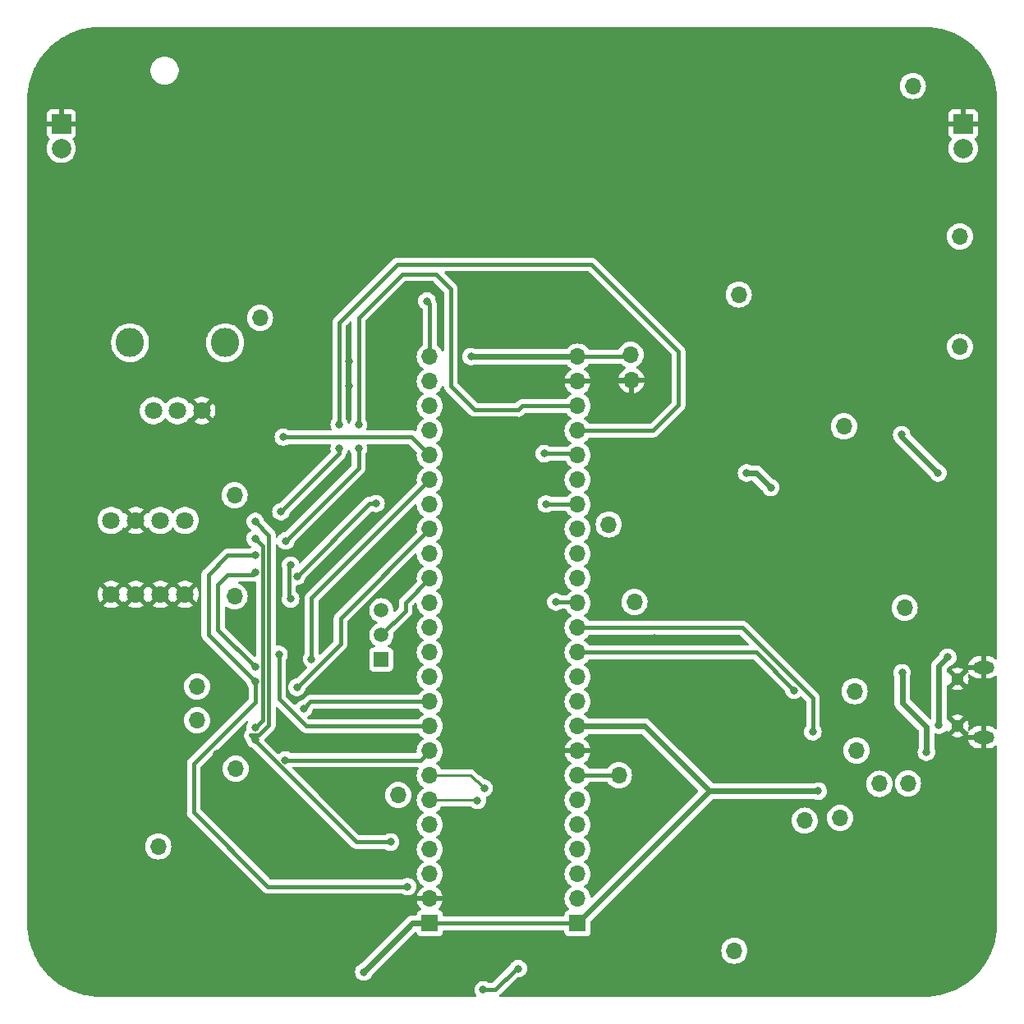
<source format=gbr>
%TF.GenerationSoftware,KiCad,Pcbnew,7.0.1-3b83917a11~172~ubuntu22.04.1*%
%TF.CreationDate,2023-03-21T11:42:11+02:00*%
%TF.ProjectId,EEE3088F_CKR,45454533-3038-4384-965f-434b522e6b69,rev?*%
%TF.SameCoordinates,Original*%
%TF.FileFunction,Copper,L2,Bot*%
%TF.FilePolarity,Positive*%
%FSLAX46Y46*%
G04 Gerber Fmt 4.6, Leading zero omitted, Abs format (unit mm)*
G04 Created by KiCad (PCBNEW 7.0.1-3b83917a11~172~ubuntu22.04.1) date 2023-03-21 11:42:11*
%MOMM*%
%LPD*%
G01*
G04 APERTURE LIST*
%TA.AperFunction,ComponentPad*%
%ADD10O,1.700000X1.700000*%
%TD*%
%TA.AperFunction,ComponentPad*%
%ADD11C,1.800000*%
%TD*%
%TA.AperFunction,ComponentPad*%
%ADD12R,1.500000X1.500000*%
%TD*%
%TA.AperFunction,ComponentPad*%
%ADD13C,1.500000*%
%TD*%
%TA.AperFunction,ComponentPad*%
%ADD14R,1.700000X1.700000*%
%TD*%
%TA.AperFunction,ComponentPad*%
%ADD15R,2.000000X2.000000*%
%TD*%
%TA.AperFunction,ComponentPad*%
%ADD16C,2.000000*%
%TD*%
%TA.AperFunction,ComponentPad*%
%ADD17C,1.300000*%
%TD*%
%TA.AperFunction,ComponentPad*%
%ADD18O,2.200000X1.300000*%
%TD*%
%TA.AperFunction,ComponentPad*%
%ADD19O,2.900000X3.000000*%
%TD*%
%TA.AperFunction,ViaPad*%
%ADD20C,0.800000*%
%TD*%
%TA.AperFunction,Conductor*%
%ADD21C,0.400000*%
%TD*%
%TA.AperFunction,Conductor*%
%ADD22C,0.600000*%
%TD*%
%TA.AperFunction,Conductor*%
%ADD23C,0.250000*%
%TD*%
G04 APERTURE END LIST*
D10*
%TO.P,TP21,1,1*%
%TO.N,GND*%
X148150000Y-72950000D03*
%TD*%
%TO.P,TP17,1,1*%
%TO.N,/Microcontroller/SW3*%
X169650000Y-118050000D03*
%TD*%
%TO.P,TP3,1,1*%
%TO.N,/Power/3.3V UVLO{slash}polarity protector*%
X170050000Y-77700000D03*
%TD*%
%TO.P,TP22,1,1*%
%TO.N,/Microcontroller/BOOT0*%
X124100000Y-115700000D03*
%TD*%
%TO.P,TP4,1,1*%
%TO.N,Net-(J1-Pin_2)*%
X177150000Y-42600000D03*
%TD*%
D11*
%TO.P,U7,1,A0*%
%TO.N,GND*%
X94500000Y-95010008D03*
%TO.P,U7,2,A1*%
X97040005Y-95010008D03*
%TO.P,U7,3,A2*%
X99580011Y-95010008D03*
%TO.P,U7,4,GND*%
X102120016Y-95010008D03*
%TO.P,U7,5,SDA*%
%TO.N,Net-(U7-SDA)*%
X102120016Y-87389992D03*
%TO.P,U7,6,SCL*%
%TO.N,Net-(U7-SCL)*%
X99580011Y-87389992D03*
%TO.P,U7,7,WP*%
%TO.N,GND*%
X97040005Y-87389992D03*
%TO.P,U7,8,VCC*%
%TO.N,+3V3*%
X94500000Y-87389992D03*
%TD*%
D10*
%TO.P,TP11,1,1*%
%TO.N,/Sensors/Light_interrupt*%
X103350000Y-108000000D03*
%TD*%
%TO.P,TP5,1,1*%
%TO.N,/Power/polarity protected battery voltage*%
X159200000Y-64100000D03*
%TD*%
D12*
%TO.P,J4,1,Pin_1*%
%TO.N,/Microcontroller/NSRT*%
X122350000Y-101740005D03*
D13*
%TO.P,J4,2,Pin_2*%
%TO.N,/Microcontroller/SWDIO*%
X122350000Y-99200000D03*
%TO.P,J4,3,Pin_3*%
%TO.N,/Microcontroller/SWCLK*%
X122350000Y-96659995D03*
%TD*%
D10*
%TO.P,TP27,1,1*%
%TO.N,Net-(U8-D-)*%
X176650000Y-114500000D03*
%TD*%
%TO.P,TP23,1,1*%
%TO.N,/Microcontroller/Tx*%
X171150000Y-105000000D03*
%TD*%
D14*
%TO.P,J3,1,_VBAT*%
%TO.N,+3V3*%
X142590000Y-128930000D03*
D10*
%TO.P,J3,2,_PC13*%
%TO.N,unconnected-(J3-_PC13-Pad2)*%
X142590000Y-126390000D03*
%TO.P,J3,3,_PC14*%
%TO.N,unconnected-(J3-_PC14-Pad3)*%
X142590000Y-123850000D03*
%TO.P,J3,4,_PC15*%
%TO.N,unconnected-(J3-_PC15-Pad4)*%
X142590000Y-121310000D03*
%TO.P,J3,5,_PF0*%
%TO.N,unconnected-(J3-_PF0-Pad5)*%
X142590000Y-118770000D03*
%TO.P,J3,6,_PF1*%
%TO.N,unconnected-(J3-_PF1-Pad6)*%
X142590000Y-116230000D03*
%TO.P,J3,7,_NSRT*%
%TO.N,/Microcontroller/NSRT*%
X142590000Y-113690000D03*
%TO.P,J3,8,_VSSA*%
%TO.N,GND*%
X142590000Y-111150000D03*
%TO.P,J3,9,_VDDA*%
%TO.N,+3V3*%
X142590000Y-108610000D03*
%TO.P,J3,10,_PA0*%
%TO.N,/Microcontroller/THM_2*%
X142590000Y-106070000D03*
%TO.P,J3,11,_PA1*%
%TO.N,/Microcontroller/POT_2*%
X142590000Y-103530000D03*
%TO.P,J3,12,_PA2*%
%TO.N,/Microcontroller/Tx_2*%
X142590000Y-100990000D03*
%TO.P,J3,13,_PA3*%
%TO.N,/Microcontroller/Rx_2*%
X142590000Y-98450000D03*
%TO.P,J3,14,_PA4*%
%TO.N,/Microcontroller/INT_2*%
X142590000Y-95910000D03*
%TO.P,J3,15,_PA5*%
%TO.N,/Microcontroller/LED1_1*%
X142590000Y-93370000D03*
%TO.P,J3,16,_PA6*%
%TO.N,/Microcontroller/LED2_1*%
X142590000Y-90830000D03*
%TO.P,J3,17,_PA7*%
%TO.N,unconnected-(J3-_PA7-Pad17)*%
X142590000Y-88290000D03*
%TO.P,J3,18,_PB0*%
%TO.N,/Microcontroller/THM_1*%
X142590000Y-85750000D03*
%TO.P,J3,19,_PB1*%
%TO.N,/Microcontroller/POT_1*%
X142590000Y-83210000D03*
%TO.P,J3,20,_PB2*%
%TO.N,/Microcontroller/POT_P_1*%
X142590000Y-80670000D03*
%TO.P,J3,21,_PB10*%
%TO.N,/Microcontroller/SCL_1*%
X142590000Y-78130000D03*
%TO.P,J3,22,_PB11*%
%TO.N,/Microcontroller/SDA_1*%
X142590000Y-75590000D03*
%TO.P,J3,23,_VSS*%
%TO.N,GND*%
X142590000Y-73050000D03*
%TO.P,J3,24,_VDD*%
%TO.N,+3V3*%
X142590000Y-70510000D03*
%TO.P,J3,25,PB12_*%
%TO.N,/Microcontroller/INT_1*%
X127350000Y-70510000D03*
%TO.P,J3,26,PB13_*%
%TO.N,/Microcontroller/SW1*%
X127350000Y-73050000D03*
%TO.P,J3,27,PB14_*%
%TO.N,/Microcontroller/SW2*%
X127350000Y-75590000D03*
%TO.P,J3,28,PB15_*%
%TO.N,/Microcontroller/SW3*%
X127350000Y-78130000D03*
%TO.P,J3,29,PA8_*%
%TO.N,/Microcontroller/POT_P_2*%
X127350000Y-80670000D03*
%TO.P,J3,30,PA9_*%
%TO.N,/Microcontroller/THM_P_2*%
X127350000Y-83210000D03*
%TO.P,J3,31,PA10_*%
%TO.N,/Microcontroller/Lght_P_2*%
X127350000Y-85750000D03*
%TO.P,J3,32,PA11_*%
%TO.N,/Microcontroller/TeHu_P_2*%
X127350000Y-88290000D03*
%TO.P,J3,33,PA12_*%
%TO.N,unconnected-(J3-PA12_-Pad33)*%
X127350000Y-90830000D03*
%TO.P,J3,34,PA13_*%
%TO.N,/Microcontroller/SWDIO*%
X127350000Y-93370000D03*
%TO.P,J3,35,PA6_*%
%TO.N,unconnected-(J3-PA6_-Pad35)*%
X127350000Y-95910000D03*
%TO.P,J3,36,PF7_*%
%TO.N,unconnected-(J3-PF7_-Pad36)*%
X127350000Y-98450000D03*
%TO.P,J3,37,PA14_*%
%TO.N,/Microcontroller/SWCLK*%
X127350000Y-100990000D03*
%TO.P,J3,38,PA15_*%
%TO.N,unconnected-(J3-PA15_-Pad38)*%
X127350000Y-103530000D03*
%TO.P,J3,39,PB3_*%
%TO.N,/Microcontroller/THM_P_1*%
X127350000Y-106070000D03*
%TO.P,J3,40,PB4_*%
%TO.N,/Microcontroller/Lght_P_1*%
X127350000Y-108610000D03*
%TO.P,J3,41,PB5_*%
%TO.N,/Microcontroller/TeHu_P_1*%
X127350000Y-111150000D03*
%TO.P,J3,42,PB6_*%
%TO.N,/Microcontroller/Tx_1*%
X127350000Y-113690000D03*
%TO.P,J3,43,PB7_*%
%TO.N,/Microcontroller/Rx_1*%
X127350000Y-116230000D03*
%TO.P,J3,44,BOOT0_*%
%TO.N,/Microcontroller/BOOT0*%
X127350000Y-118770000D03*
%TO.P,J3,45,PB8_*%
%TO.N,/Microcontroller/SCL_2*%
X127350000Y-121310000D03*
%TO.P,J3,46,PB9_*%
%TO.N,/Microcontroller/SDA_2*%
X127350000Y-123850000D03*
%TO.P,J3,47,VSS_*%
%TO.N,GND*%
X127350000Y-126390000D03*
D14*
%TO.P,J3,48,VDD_*%
%TO.N,+3V3*%
X127350000Y-128930000D03*
%TD*%
D10*
%TO.P,TP18,1,1*%
%TO.N,+3V3*%
X148050000Y-70300000D03*
%TD*%
D15*
%TO.P,J2,1,Pin_1*%
%TO.N,GND*%
X89350000Y-46500000D03*
D16*
%TO.P,J2,2,Pin_2*%
%TO.N,+3V3*%
X89350000Y-49040006D03*
%TD*%
D10*
%TO.P,TP2,1,1*%
%TO.N,Net-(U1-BAT)*%
X182000000Y-58100000D03*
%TD*%
%TO.P,TP16,1,1*%
%TO.N,/Microcontroller/SW2*%
X166000000Y-118350000D03*
%TD*%
%TO.P,TP10,1,1*%
%TO.N,/Sensors/Light_SCL*%
X107350000Y-113000000D03*
%TD*%
D15*
%TO.P,J1,1,Pin_1*%
%TO.N,GND*%
X182350000Y-46500000D03*
D16*
%TO.P,J1,2,Pin_2*%
%TO.N,Net-(J1-Pin_2)*%
X182350000Y-49040006D03*
%TD*%
D10*
%TO.P,TP26,1,1*%
%TO.N,Net-(U7-SDA)*%
X107218000Y-95212000D03*
%TD*%
%TO.P,TP1,1,1*%
%TO.N,Net-(D1-A)*%
X182000000Y-69500000D03*
%TD*%
%TO.P,TP15,1,1*%
%TO.N,/Microcontroller/SW1*%
X158750000Y-131750000D03*
%TD*%
%TO.P,TP28,1,1*%
%TO.N,Net-(U8-D+)*%
X173700000Y-114550000D03*
%TD*%
%TO.P,TP19,1,1*%
%TO.N,/Microcontroller/LED1_1*%
X148450000Y-95800000D03*
%TD*%
%TO.P,TP7,1,1*%
%TO.N,/Microcontroller/Potentiometer_signal*%
X109850000Y-66500000D03*
%TD*%
%TO.P,TP8,1,1*%
%TO.N,/Microcontroller/Thermistor_signal*%
X99350000Y-121000000D03*
%TD*%
%TO.P,TP6,1,1*%
%TO.N,+3V3*%
X176300000Y-96400000D03*
%TD*%
%TO.P,TP24,1,1*%
%TO.N,/Microcontroller/Rx*%
X171350000Y-111100000D03*
%TD*%
%TO.P,TP9,1,1*%
%TO.N,/Sensors/Light_SDA*%
X103350000Y-104500000D03*
%TD*%
D17*
%TO.P,U8,6,SH1*%
%TO.N,GND*%
X181758446Y-103725057D03*
D18*
%TO.P,U8,7,SH2*%
X184428499Y-102550051D03*
%TO.P,U8,8,SH3*%
X184428499Y-109749949D03*
D17*
%TO.P,U8,9,SH4*%
X181758446Y-108574943D03*
%TD*%
D10*
%TO.P,TP25,1,1*%
%TO.N,Net-(U7-SCL)*%
X107218000Y-84798000D03*
%TD*%
%TO.P,TP20,1,1*%
%TO.N,/Microcontroller/LED2_1*%
X145800000Y-87800000D03*
%TD*%
%TO.P,TP14,1,1*%
%TO.N,/Microcontroller/NSRT*%
X146850000Y-113650000D03*
%TD*%
D11*
%TO.P,RV1,1,1*%
%TO.N,Net-(Q4-D)*%
X98849873Y-76072009D03*
%TO.P,RV1,2,2*%
%TO.N,/Microcontroller/Potentiometer_signal*%
X101350000Y-76072009D03*
%TO.P,RV1,3,3*%
%TO.N,GND*%
X103849873Y-76072009D03*
D19*
%TO.P,RV1,4*%
%TO.N,N/C*%
X96450076Y-69072009D03*
%TO.P,RV1,5*%
X106249924Y-69072009D03*
%TD*%
D20*
%TO.N,GND*%
X119500000Y-100000000D03*
X123000000Y-71000000D03*
X124500000Y-127000000D03*
X100350000Y-102500000D03*
X122500000Y-82000000D03*
X166500000Y-123500000D03*
X96000000Y-110000000D03*
X169500000Y-114000000D03*
X161000000Y-85000000D03*
X110350000Y-82000000D03*
X116000000Y-66000000D03*
X93350000Y-75000000D03*
X175000000Y-130000000D03*
X121500000Y-92000000D03*
X99850000Y-109500000D03*
X92850000Y-66000000D03*
X105350000Y-111500000D03*
X119000000Y-73500000D03*
X176000000Y-73500000D03*
X144500000Y-102500000D03*
X137000000Y-64500000D03*
X165500000Y-130500000D03*
X171000000Y-108000000D03*
X105000000Y-106000000D03*
X112000000Y-98500000D03*
X118500000Y-110500000D03*
X125500000Y-122500000D03*
X124500000Y-104500000D03*
X139350000Y-99500000D03*
X99350000Y-79500000D03*
X184000000Y-105000000D03*
X95000000Y-105000000D03*
X150500000Y-99500000D03*
X156500000Y-133500000D03*
X165500000Y-111500000D03*
X118500000Y-107500000D03*
X119000000Y-71000000D03*
X123000000Y-110500000D03*
X111500000Y-110000000D03*
X124000000Y-75500000D03*
X100850000Y-107000000D03*
X122500000Y-107500000D03*
X91850000Y-115000000D03*
X104850000Y-121500000D03*
X109000000Y-94500000D03*
%TO.N,Net-(D1-A)*%
X179750000Y-82500000D03*
X176000000Y-78550000D03*
%TO.N,+3V3*%
X176050000Y-103100000D03*
X131600000Y-70500000D03*
X120550000Y-133950000D03*
X167400000Y-115300000D03*
X178550000Y-111300000D03*
%TO.N,Net-(U2--)*%
X160000000Y-82500000D03*
X162500000Y-84000000D03*
%TO.N,/Microcontroller/Tx_2*%
X164900000Y-104900000D03*
%TO.N,/Microcontroller/Rx_2*%
X166850000Y-109200000D03*
%TO.N,/Microcontroller/INT_2*%
X140350000Y-95800000D03*
%TO.N,/Microcontroller/THM_1*%
X139350000Y-85700000D03*
%TO.N,/Microcontroller/POT_P_1*%
X139150500Y-80500000D03*
%TO.N,/Microcontroller/SCL_1*%
X118000000Y-77500000D03*
X118000000Y-80000000D03*
X112000000Y-86500000D03*
X109350000Y-89250000D03*
X109350000Y-108750000D03*
%TO.N,/Microcontroller/SDA_1*%
X109350000Y-102500000D03*
X120000000Y-80000000D03*
X109350000Y-92750000D03*
X112500000Y-89500000D03*
X120000000Y-77500000D03*
%TO.N,/Microcontroller/INT_1*%
X113000000Y-95500000D03*
X113000000Y-92000000D03*
X127050000Y-64774500D03*
%TO.N,/Microcontroller/POT_P_2*%
X112250000Y-78800000D03*
%TO.N,/Microcontroller/THM_P_2*%
X115150000Y-101700000D03*
%TO.N,/Microcontroller/Lght_P_2*%
X113650000Y-93150000D03*
X121800000Y-85650000D03*
%TO.N,/Microcontroller/TeHu_P_2*%
X113650000Y-104600000D03*
%TO.N,/Microcontroller/THM_P_1*%
X114350500Y-106800000D03*
%TO.N,/Microcontroller/Lght_P_1*%
X111800000Y-101200000D03*
%TO.N,/Microcontroller/TeHu_P_1*%
X112450000Y-112100000D03*
%TO.N,/Microcontroller/Tx_1*%
X132950000Y-115000000D03*
%TO.N,/Microcontroller/Rx_1*%
X132250000Y-116250000D03*
%TO.N,/Microcontroller/SCL_2*%
X109350000Y-110000000D03*
X109350000Y-87500000D03*
X123300000Y-120550000D03*
%TO.N,/Microcontroller/SDA_2*%
X125050000Y-125150000D03*
X109350000Y-91000000D03*
X109350000Y-104000000D03*
%TO.N,/Microcontroller/NSRT*%
X132850000Y-135800000D03*
X136465332Y-133600500D03*
%TO.N,+5V*%
X180750000Y-101500000D03*
X179850000Y-108500000D03*
%TD*%
D21*
%TO.N,GND*%
X142590000Y-73050000D02*
X148050000Y-73050000D01*
X148050000Y-73050000D02*
X148150000Y-72950000D01*
D22*
%TO.N,Net-(D1-A)*%
X176000000Y-78550000D02*
X176000000Y-78750000D01*
X176000000Y-78750000D02*
X179750000Y-82500000D01*
%TO.N,+3V3*%
X178550000Y-111300000D02*
X178550000Y-108700000D01*
D21*
X127350000Y-128930000D02*
X142590000Y-128930000D01*
D22*
X149530000Y-108610000D02*
X142590000Y-108610000D01*
X178550000Y-108700000D02*
X176050000Y-106200000D01*
X131610000Y-70510000D02*
X131600000Y-70500000D01*
D21*
X142590000Y-70510000D02*
X147840000Y-70510000D01*
D22*
X142590000Y-70510000D02*
X131610000Y-70510000D01*
X176050000Y-106200000D02*
X176050000Y-103100000D01*
X125570000Y-128930000D02*
X127350000Y-128930000D01*
X167400000Y-115300000D02*
X156220000Y-115300000D01*
D21*
X147840000Y-70510000D02*
X148050000Y-70300000D01*
D22*
X120550000Y-133950000D02*
X125570000Y-128930000D01*
X156220000Y-115300000D02*
X149530000Y-108610000D01*
X156220000Y-115300000D02*
X142590000Y-128930000D01*
%TO.N,Net-(U2--)*%
X160000000Y-82500000D02*
X161000000Y-82500000D01*
X161000000Y-82500000D02*
X162500000Y-84000000D01*
D21*
%TO.N,/Microcontroller/Tx_2*%
X164900000Y-104900000D02*
X160990000Y-100990000D01*
X160990000Y-100990000D02*
X142590000Y-100990000D01*
%TO.N,/Microcontroller/Rx_2*%
X166850000Y-105718629D02*
X159581371Y-98450000D01*
X166850000Y-109200000D02*
X166850000Y-105718629D01*
X159581371Y-98450000D02*
X142590000Y-98450000D01*
%TO.N,/Microcontroller/INT_2*%
X140350000Y-95800000D02*
X142480000Y-95800000D01*
X142480000Y-95800000D02*
X142590000Y-95910000D01*
%TO.N,/Microcontroller/THM_1*%
X142540000Y-85700000D02*
X142590000Y-85750000D01*
X139350000Y-85700000D02*
X142540000Y-85700000D01*
%TO.N,/Microcontroller/POT_P_1*%
X142420000Y-80500000D02*
X142590000Y-80670000D01*
X139150500Y-80500000D02*
X142420000Y-80500000D01*
%TO.N,/Microcontroller/SCL_1*%
X118000000Y-77500000D02*
X118000000Y-67000000D01*
X109350000Y-108750000D02*
X110150000Y-107950000D01*
X144000000Y-61000000D02*
X153000000Y-70000000D01*
X112000000Y-86500000D02*
X118000000Y-80500000D01*
X118000000Y-67000000D02*
X124000000Y-61000000D01*
X153000000Y-75500000D02*
X150370000Y-78130000D01*
X124000000Y-61000000D02*
X144000000Y-61000000D01*
X110150000Y-107950000D02*
X110150000Y-90050000D01*
X118000000Y-80500000D02*
X118000000Y-80000000D01*
X153000000Y-70000000D02*
X153000000Y-75500000D01*
X150370000Y-78130000D02*
X142590000Y-78130000D01*
X110150000Y-90050000D02*
X109350000Y-89250000D01*
%TO.N,/Microcontroller/SDA_1*%
X136500000Y-76000000D02*
X136910000Y-75590000D01*
X120000000Y-66500000D02*
X124500000Y-62000000D01*
X132000000Y-76000000D02*
X136500000Y-76000000D01*
X106500000Y-93000000D02*
X109100000Y-93000000D01*
X105500000Y-98650000D02*
X105500000Y-94000000D01*
X120000000Y-77500000D02*
X120000000Y-66500000D01*
X129500000Y-73500000D02*
X132000000Y-76000000D01*
X112500000Y-89500000D02*
X120000000Y-82000000D01*
X136910000Y-75590000D02*
X142590000Y-75590000D01*
X129500000Y-63500000D02*
X129500000Y-73500000D01*
X109100000Y-93000000D02*
X109350000Y-92750000D01*
X105500000Y-94000000D02*
X106500000Y-93000000D01*
X124500000Y-62000000D02*
X128000000Y-62000000D01*
X120000000Y-82000000D02*
X120000000Y-80000000D01*
X128000000Y-62000000D02*
X129500000Y-63500000D01*
X109350000Y-102500000D02*
X105500000Y-98650000D01*
%TO.N,/Microcontroller/INT_1*%
X112850000Y-92150000D02*
X113000000Y-92000000D01*
X127350000Y-65074500D02*
X127050000Y-64774500D01*
X127350000Y-70510000D02*
X127350000Y-65074500D01*
X113000000Y-95500000D02*
X112850000Y-95350000D01*
X112850000Y-95350000D02*
X112850000Y-92150000D01*
%TO.N,/Microcontroller/POT_P_2*%
X125480000Y-78800000D02*
X127350000Y-80670000D01*
X112250000Y-78800000D02*
X125480000Y-78800000D01*
%TO.N,/Microcontroller/THM_P_2*%
X115150000Y-95410000D02*
X127350000Y-83210000D01*
X115150000Y-101700000D02*
X115150000Y-95410000D01*
%TO.N,/Microcontroller/Lght_P_2*%
X113650000Y-93150000D02*
X121150000Y-85650000D01*
X121150000Y-85650000D02*
X121800000Y-85650000D01*
%TO.N,/Microcontroller/TeHu_P_2*%
X118150000Y-100100000D02*
X118150000Y-97490000D01*
X113650000Y-104600000D02*
X118150000Y-100100000D01*
X118150000Y-97490000D02*
X127350000Y-88290000D01*
%TO.N,/Microcontroller/SWDIO*%
X124850000Y-95870000D02*
X127350000Y-93370000D01*
X124850000Y-96700000D02*
X124850000Y-95870000D01*
X122350000Y-99200000D02*
X124850000Y-96700000D01*
%TO.N,/Microcontroller/THM_P_1*%
X114350500Y-106800000D02*
X115080500Y-106070000D01*
X115080500Y-106070000D02*
X127350000Y-106070000D01*
%TO.N,/Microcontroller/Lght_P_1*%
X111800000Y-105800000D02*
X114610000Y-108610000D01*
X114610000Y-108610000D02*
X127350000Y-108610000D01*
X111800000Y-101200000D02*
X111800000Y-105800000D01*
%TO.N,/Microcontroller/TeHu_P_1*%
X112450000Y-112100000D02*
X126400000Y-112100000D01*
X126400000Y-112100000D02*
X127350000Y-111150000D01*
D23*
%TO.N,/Microcontroller/Tx_1*%
X131540000Y-113690000D02*
X127350000Y-113690000D01*
X132950000Y-115000000D02*
X132200000Y-114250000D01*
X132100000Y-114250000D02*
X131540000Y-113690000D01*
X132200000Y-114250000D02*
X132100000Y-114250000D01*
%TO.N,/Microcontroller/Rx_1*%
X132230000Y-116230000D02*
X132250000Y-116250000D01*
X127350000Y-116230000D02*
X132230000Y-116230000D01*
D21*
%TO.N,/Microcontroller/SCL_2*%
X109350000Y-110000000D02*
X108900000Y-109550000D01*
X109681371Y-109550000D02*
X110750000Y-108481371D01*
X108900000Y-109550000D02*
X109681371Y-109550000D01*
X110750000Y-88900000D02*
X109350000Y-87500000D01*
X123300000Y-120550000D02*
X119768629Y-120550000D01*
X109350000Y-110131371D02*
X109350000Y-110000000D01*
X119768629Y-120550000D02*
X109350000Y-110131371D01*
X110750000Y-108481371D02*
X110750000Y-88900000D01*
%TO.N,/Microcontroller/SDA_2*%
X104500000Y-99150000D02*
X104500000Y-93000000D01*
X109350000Y-106150000D02*
X109350000Y-104000000D01*
X106500000Y-91000000D02*
X109350000Y-91000000D01*
X104500000Y-93000000D02*
X106500000Y-91000000D01*
X103000000Y-117500000D02*
X103000000Y-112500000D01*
X110650000Y-125150000D02*
X103000000Y-117500000D01*
X103000000Y-112500000D02*
X109350000Y-106150000D01*
X109350000Y-104000000D02*
X104500000Y-99150000D01*
X125050000Y-125150000D02*
X110650000Y-125150000D01*
%TO.N,/Microcontroller/NSRT*%
X134050000Y-135800000D02*
X136249500Y-133600500D01*
X132850000Y-135800000D02*
X134050000Y-135800000D01*
X136249500Y-133600500D02*
X136465332Y-133600500D01*
X146850000Y-113650000D02*
X142630000Y-113650000D01*
X142630000Y-113650000D02*
X142590000Y-113690000D01*
D22*
%TO.N,+5V*%
X179850000Y-102400000D02*
X180750000Y-101500000D01*
X179850000Y-108500000D02*
X179850000Y-102400000D01*
%TD*%
%TA.AperFunction,Conductor*%
%TO.N,GND*%
G36*
X111612818Y-106622588D02*
G01*
X111662181Y-106652838D01*
X114097058Y-109087715D01*
X114102178Y-109093153D01*
X114142071Y-109138183D01*
X114191577Y-109172354D01*
X114197596Y-109176785D01*
X114238603Y-109208911D01*
X114244943Y-109213878D01*
X114254190Y-109218039D01*
X114273726Y-109229058D01*
X114282070Y-109234818D01*
X114338334Y-109256155D01*
X114345195Y-109258997D01*
X114400068Y-109283694D01*
X114410036Y-109285520D01*
X114431652Y-109291546D01*
X114441128Y-109295140D01*
X114500856Y-109302392D01*
X114508201Y-109303509D01*
X114567394Y-109314357D01*
X114627422Y-109310726D01*
X114634910Y-109310500D01*
X126127289Y-109310500D01*
X126184546Y-109324511D01*
X126228863Y-109363376D01*
X126311505Y-109481401D01*
X126478599Y-109648495D01*
X126664160Y-109778426D01*
X126703024Y-109822743D01*
X126717035Y-109880000D01*
X126703024Y-109937257D01*
X126664158Y-109981575D01*
X126508828Y-110090339D01*
X126478595Y-110111508D01*
X126311505Y-110278598D01*
X126175965Y-110472170D01*
X126076097Y-110686336D01*
X126014936Y-110914592D01*
X125994340Y-111150000D01*
X126004375Y-111264693D01*
X125991657Y-111331151D01*
X125945944Y-111381038D01*
X125880847Y-111399500D01*
X113058156Y-111399500D01*
X113019838Y-111393431D01*
X112985270Y-111375818D01*
X112929650Y-111335408D01*
X112902730Y-111315849D01*
X112902729Y-111315848D01*
X112902727Y-111315847D01*
X112729802Y-111238855D01*
X112544648Y-111199500D01*
X112544646Y-111199500D01*
X112355354Y-111199500D01*
X112355352Y-111199500D01*
X112170197Y-111238855D01*
X111997269Y-111315848D01*
X111844128Y-111427111D01*
X111833136Y-111439319D01*
X111777240Y-111474925D01*
X111710990Y-111476658D01*
X111653309Y-111444023D01*
X110303337Y-110094051D01*
X110271243Y-110038464D01*
X110271243Y-109974276D01*
X110303335Y-109918691D01*
X111227731Y-108994295D01*
X111233150Y-108989194D01*
X111278183Y-108949300D01*
X111312377Y-108899760D01*
X111316770Y-108893790D01*
X111353878Y-108846427D01*
X111358035Y-108837189D01*
X111369061Y-108817639D01*
X111374818Y-108809301D01*
X111396152Y-108753045D01*
X111398994Y-108746182D01*
X111423695Y-108691302D01*
X111425522Y-108681327D01*
X111431549Y-108659710D01*
X111435140Y-108650243D01*
X111442387Y-108590550D01*
X111443514Y-108583148D01*
X111454358Y-108523977D01*
X111450726Y-108463937D01*
X111450500Y-108456450D01*
X111450500Y-106740519D01*
X111464015Y-106684224D01*
X111501615Y-106640201D01*
X111555102Y-106618046D01*
X111612818Y-106622588D01*
G37*
%TD.AperFunction*%
%TA.AperFunction,Conductor*%
G36*
X126184546Y-106784511D02*
G01*
X126228863Y-106823376D01*
X126311505Y-106941401D01*
X126478599Y-107108495D01*
X126664160Y-107238426D01*
X126703024Y-107282743D01*
X126717035Y-107340000D01*
X126703024Y-107397257D01*
X126664160Y-107441574D01*
X126528825Y-107536337D01*
X126478595Y-107571508D01*
X126311505Y-107738598D01*
X126255896Y-107818017D01*
X126229482Y-107855741D01*
X126228864Y-107856623D01*
X126184546Y-107895489D01*
X126127289Y-107909500D01*
X114951519Y-107909500D01*
X114904066Y-107900061D01*
X114863838Y-107873181D01*
X114772754Y-107782097D01*
X114742011Y-107731182D01*
X114738513Y-107671808D01*
X114763066Y-107617635D01*
X114793983Y-107593596D01*
X114792687Y-107591812D01*
X114956370Y-107472889D01*
X115083033Y-107332216D01*
X115177679Y-107168284D01*
X115177679Y-107168283D01*
X115236174Y-106988256D01*
X115241364Y-106938868D01*
X115252764Y-106898450D01*
X115277000Y-106864155D01*
X115334339Y-106806817D01*
X115374568Y-106779939D01*
X115422020Y-106770500D01*
X126127289Y-106770500D01*
X126184546Y-106784511D01*
G37*
%TD.AperFunction*%
%TA.AperFunction,Conductor*%
G36*
X125185934Y-79509939D02*
G01*
X125226162Y-79536819D01*
X125987347Y-80298004D01*
X126019440Y-80353589D01*
X126019442Y-80417774D01*
X126014936Y-80434590D01*
X125994340Y-80670000D01*
X126014936Y-80905407D01*
X126031689Y-80967928D01*
X126076097Y-81133663D01*
X126175965Y-81347830D01*
X126311505Y-81541401D01*
X126478599Y-81708495D01*
X126664160Y-81838426D01*
X126703024Y-81882743D01*
X126717035Y-81940000D01*
X126703024Y-81997257D01*
X126664158Y-82041575D01*
X126482360Y-82168872D01*
X126478595Y-82171508D01*
X126311505Y-82338598D01*
X126175965Y-82532170D01*
X126076097Y-82746336D01*
X126014936Y-82974592D01*
X125994340Y-83209999D01*
X126014936Y-83445410D01*
X126019441Y-83462222D01*
X126019440Y-83526408D01*
X125987347Y-83581994D01*
X114672290Y-94897051D01*
X114666838Y-94902183D01*
X114621816Y-94942070D01*
X114587649Y-94991568D01*
X114583213Y-94997597D01*
X114546121Y-95044942D01*
X114541961Y-95054186D01*
X114530941Y-95073725D01*
X114525182Y-95082069D01*
X114503853Y-95138305D01*
X114500989Y-95145219D01*
X114476303Y-95200070D01*
X114474475Y-95210047D01*
X114468454Y-95231648D01*
X114464859Y-95241128D01*
X114457609Y-95300827D01*
X114456483Y-95308226D01*
X114445641Y-95367391D01*
X114449274Y-95427434D01*
X114449500Y-95434921D01*
X114449500Y-101084608D01*
X114441264Y-101129045D01*
X114417650Y-101167580D01*
X114417466Y-101167783D01*
X114322820Y-101331715D01*
X114264326Y-101511742D01*
X114244540Y-101700000D01*
X114264326Y-101888257D01*
X114322820Y-102068284D01*
X114417466Y-102232216D01*
X114544129Y-102372889D01*
X114624943Y-102431603D01*
X114660247Y-102471332D01*
X114675676Y-102522192D01*
X114668394Y-102574839D01*
X114639739Y-102619602D01*
X113587027Y-103672315D01*
X113558514Y-103693607D01*
X113525127Y-103705924D01*
X113370197Y-103738855D01*
X113197269Y-103815848D01*
X113044129Y-103927110D01*
X112917466Y-104067783D01*
X112822820Y-104231715D01*
X112764326Y-104411742D01*
X112764325Y-104411744D01*
X112764326Y-104411744D01*
X112747852Y-104568495D01*
X112747821Y-104568786D01*
X112736150Y-104599999D01*
X112747820Y-104631212D01*
X112758772Y-104735408D01*
X112764326Y-104788257D01*
X112822820Y-104968284D01*
X112917466Y-105132216D01*
X113044129Y-105272889D01*
X113197269Y-105384151D01*
X113370197Y-105461144D01*
X113555352Y-105500500D01*
X113555354Y-105500500D01*
X113744646Y-105500500D01*
X113744648Y-105500500D01*
X113906383Y-105466122D01*
X113929803Y-105461144D01*
X114102730Y-105384151D01*
X114113284Y-105376483D01*
X114255870Y-105272889D01*
X114382533Y-105132216D01*
X114477179Y-104968284D01*
X114520195Y-104835894D01*
X114535674Y-104788256D01*
X114540864Y-104738866D01*
X114552263Y-104698450D01*
X114576500Y-104664155D01*
X118627731Y-100612924D01*
X118633150Y-100607823D01*
X118678183Y-100567929D01*
X118712355Y-100518420D01*
X118716775Y-100512413D01*
X118753878Y-100465057D01*
X118758035Y-100455819D01*
X118769060Y-100436270D01*
X118774818Y-100427930D01*
X118796152Y-100371673D01*
X118798996Y-100364808D01*
X118823695Y-100309932D01*
X118825522Y-100299958D01*
X118831552Y-100278331D01*
X118835140Y-100268871D01*
X118839056Y-100236623D01*
X118842387Y-100209181D01*
X118843514Y-100201778D01*
X118843740Y-100200543D01*
X118854358Y-100142606D01*
X118850726Y-100082566D01*
X118850500Y-100075079D01*
X118850500Y-97831519D01*
X118859939Y-97784066D01*
X118886819Y-97743838D01*
X122311053Y-94319604D01*
X125790726Y-90839929D01*
X125851568Y-90806550D01*
X125920817Y-90811089D01*
X125976783Y-90852124D01*
X126001935Y-90916803D01*
X126014936Y-91065407D01*
X126034617Y-91138856D01*
X126076097Y-91293663D01*
X126175965Y-91507830D01*
X126311505Y-91701401D01*
X126478599Y-91868495D01*
X126664160Y-91998426D01*
X126703024Y-92042743D01*
X126717035Y-92100000D01*
X126703024Y-92157257D01*
X126664158Y-92201575D01*
X126486026Y-92326305D01*
X126478595Y-92331508D01*
X126311505Y-92498598D01*
X126175965Y-92692170D01*
X126076097Y-92906336D01*
X126014936Y-93134592D01*
X125994340Y-93369999D01*
X126014936Y-93605410D01*
X126019441Y-93622222D01*
X126019440Y-93686408D01*
X125987347Y-93741994D01*
X124372290Y-95357051D01*
X124366838Y-95362183D01*
X124321816Y-95402070D01*
X124287649Y-95451568D01*
X124283213Y-95457597D01*
X124246121Y-95504942D01*
X124241961Y-95514186D01*
X124230941Y-95533725D01*
X124225182Y-95542069D01*
X124203853Y-95598305D01*
X124200989Y-95605219D01*
X124176303Y-95660070D01*
X124174475Y-95670047D01*
X124168454Y-95691648D01*
X124164859Y-95701128D01*
X124157609Y-95760827D01*
X124156483Y-95768226D01*
X124145641Y-95827391D01*
X124149274Y-95887434D01*
X124149500Y-95894921D01*
X124149500Y-96358481D01*
X124140061Y-96405934D01*
X124113181Y-96446162D01*
X123816968Y-96742374D01*
X123756125Y-96775754D01*
X123686876Y-96771215D01*
X123630911Y-96730179D01*
X123605759Y-96665500D01*
X123588908Y-96472888D01*
X123586207Y-96442018D01*
X123529575Y-96230665D01*
X123437102Y-96032357D01*
X123311598Y-95853118D01*
X123156877Y-95698397D01*
X122977639Y-95572893D01*
X122873768Y-95524457D01*
X122779331Y-95480420D01*
X122567974Y-95423787D01*
X122350000Y-95404717D01*
X122132025Y-95423787D01*
X121920668Y-95480420D01*
X121722361Y-95572893D01*
X121543122Y-95698397D01*
X121388402Y-95853117D01*
X121262898Y-96032356D01*
X121170425Y-96230663D01*
X121113792Y-96442020D01*
X121094722Y-96659994D01*
X121113792Y-96877969D01*
X121170425Y-97089326D01*
X121207078Y-97167928D01*
X121262898Y-97287634D01*
X121388402Y-97466872D01*
X121543123Y-97621593D01*
X121722361Y-97747097D01*
X121873588Y-97817615D01*
X121925763Y-97863372D01*
X121945183Y-97929997D01*
X121925764Y-97996622D01*
X121873588Y-98042379D01*
X121722361Y-98112898D01*
X121543122Y-98238402D01*
X121388402Y-98393122D01*
X121262898Y-98572361D01*
X121170425Y-98770668D01*
X121113792Y-98982025D01*
X121094722Y-99200000D01*
X121113792Y-99417974D01*
X121170425Y-99629331D01*
X121212705Y-99720000D01*
X121262898Y-99827639D01*
X121388402Y-100006877D01*
X121543123Y-100161598D01*
X121689270Y-100263931D01*
X121729596Y-100311147D01*
X121741976Y-100371994D01*
X121723305Y-100431214D01*
X121678264Y-100473957D01*
X121618148Y-100489505D01*
X121552130Y-100489505D01*
X121492515Y-100495914D01*
X121357669Y-100546209D01*
X121242454Y-100632459D01*
X121156204Y-100747673D01*
X121105909Y-100882521D01*
X121099500Y-100942135D01*
X121099500Y-102537874D01*
X121105909Y-102597489D01*
X121128702Y-102658599D01*
X121156204Y-102732336D01*
X121242454Y-102847551D01*
X121357669Y-102933801D01*
X121492517Y-102984096D01*
X121552127Y-102990505D01*
X123147872Y-102990504D01*
X123207483Y-102984096D01*
X123342331Y-102933801D01*
X123457546Y-102847551D01*
X123543796Y-102732336D01*
X123594091Y-102597488D01*
X123600500Y-102537878D01*
X123600499Y-100942133D01*
X123594091Y-100882522D01*
X123543796Y-100747674D01*
X123457546Y-100632459D01*
X123342331Y-100546209D01*
X123207483Y-100495914D01*
X123147873Y-100489505D01*
X123147869Y-100489505D01*
X123081854Y-100489505D01*
X123021738Y-100473958D01*
X122976696Y-100431215D01*
X122958024Y-100371995D01*
X122970404Y-100311147D01*
X123010729Y-100263931D01*
X123156877Y-100161598D01*
X123311598Y-100006877D01*
X123437102Y-99827639D01*
X123529575Y-99629330D01*
X123586207Y-99417977D01*
X123605277Y-99200000D01*
X123589027Y-99014268D01*
X123596034Y-98961051D01*
X123624873Y-98915782D01*
X125327731Y-97212924D01*
X125333150Y-97207823D01*
X125378183Y-97167929D01*
X125412355Y-97118420D01*
X125416775Y-97112413D01*
X125453878Y-97065057D01*
X125458035Y-97055819D01*
X125469060Y-97036270D01*
X125474818Y-97027930D01*
X125496150Y-96971678D01*
X125498999Y-96964800D01*
X125523695Y-96909931D01*
X125525522Y-96899956D01*
X125531549Y-96878339D01*
X125535140Y-96868872D01*
X125542387Y-96809179D01*
X125543514Y-96801777D01*
X125554358Y-96742606D01*
X125550726Y-96682566D01*
X125550500Y-96675079D01*
X125550500Y-96211519D01*
X125559939Y-96164066D01*
X125586819Y-96123838D01*
X125678441Y-96032216D01*
X125790727Y-95919929D01*
X125851568Y-95886550D01*
X125920817Y-95891089D01*
X125976783Y-95932124D01*
X126001935Y-95996803D01*
X126014936Y-96145407D01*
X126052292Y-96284822D01*
X126076097Y-96373663D01*
X126175965Y-96587830D01*
X126311505Y-96781401D01*
X126478599Y-96948495D01*
X126664160Y-97078426D01*
X126703024Y-97122743D01*
X126717035Y-97180000D01*
X126703024Y-97237257D01*
X126664159Y-97281575D01*
X126633738Y-97302875D01*
X126517114Y-97384537D01*
X126478595Y-97411508D01*
X126311505Y-97578598D01*
X126175965Y-97772170D01*
X126076097Y-97986336D01*
X126014936Y-98214592D01*
X125994340Y-98449999D01*
X126014936Y-98685407D01*
X126059709Y-98852501D01*
X126076097Y-98913663D01*
X126175965Y-99127830D01*
X126311505Y-99321401D01*
X126478599Y-99488495D01*
X126664160Y-99618426D01*
X126703024Y-99662743D01*
X126717035Y-99720000D01*
X126703024Y-99777257D01*
X126664159Y-99821575D01*
X126478595Y-99951508D01*
X126311505Y-100118598D01*
X126175965Y-100312170D01*
X126076097Y-100526336D01*
X126014936Y-100754592D01*
X125994340Y-100990000D01*
X126014936Y-101225407D01*
X126043422Y-101331716D01*
X126076097Y-101453663D01*
X126175965Y-101667830D01*
X126311505Y-101861401D01*
X126478599Y-102028495D01*
X126664160Y-102158426D01*
X126703024Y-102202743D01*
X126717035Y-102260000D01*
X126703024Y-102317257D01*
X126664159Y-102361575D01*
X126478595Y-102491508D01*
X126311505Y-102658598D01*
X126175965Y-102852170D01*
X126076097Y-103066336D01*
X126014936Y-103294592D01*
X125994340Y-103529999D01*
X126014936Y-103765407D01*
X126031163Y-103825965D01*
X126076097Y-103993663D01*
X126175965Y-104207830D01*
X126311505Y-104401401D01*
X126478599Y-104568495D01*
X126664160Y-104698426D01*
X126703024Y-104742743D01*
X126717035Y-104800000D01*
X126703024Y-104857257D01*
X126664158Y-104901575D01*
X126574790Y-104964152D01*
X126478595Y-105031508D01*
X126311505Y-105198598D01*
X126228864Y-105316623D01*
X126184546Y-105355489D01*
X126127289Y-105369500D01*
X115105421Y-105369500D01*
X115097934Y-105369274D01*
X115037891Y-105365641D01*
X114978727Y-105376483D01*
X114971328Y-105377610D01*
X114911624Y-105384860D01*
X114902151Y-105388453D01*
X114880547Y-105394476D01*
X114870569Y-105396305D01*
X114815712Y-105420993D01*
X114808796Y-105423857D01*
X114752570Y-105445181D01*
X114744226Y-105450941D01*
X114724685Y-105461962D01*
X114715441Y-105466122D01*
X114668097Y-105503213D01*
X114662068Y-105507649D01*
X114612570Y-105541816D01*
X114572683Y-105586838D01*
X114567551Y-105592290D01*
X114287527Y-105872315D01*
X114259014Y-105893607D01*
X114225627Y-105905924D01*
X114070697Y-105938855D01*
X113897769Y-106015848D01*
X113744629Y-106127110D01*
X113617967Y-106267782D01*
X113567170Y-106355765D01*
X113528673Y-106396867D01*
X113475968Y-106416703D01*
X113419924Y-106411183D01*
X113372102Y-106381445D01*
X112536819Y-105546162D01*
X112509939Y-105505934D01*
X112500500Y-105458481D01*
X112500500Y-104644175D01*
X112511924Y-104599999D01*
X112500500Y-104555825D01*
X112500500Y-101815392D01*
X112508736Y-101770955D01*
X112532350Y-101732420D01*
X112532533Y-101732216D01*
X112627179Y-101568284D01*
X112658102Y-101473113D01*
X112685674Y-101388256D01*
X112705460Y-101200000D01*
X112685674Y-101011744D01*
X112627179Y-100831716D01*
X112627179Y-100831715D01*
X112532533Y-100667783D01*
X112405870Y-100527110D01*
X112252730Y-100415848D01*
X112079802Y-100338855D01*
X111894648Y-100299500D01*
X111894646Y-100299500D01*
X111705354Y-100299500D01*
X111705351Y-100299500D01*
X111600280Y-100321833D01*
X111545552Y-100321117D01*
X111496464Y-100296909D01*
X111462579Y-100253926D01*
X111450500Y-100200543D01*
X111450500Y-95500000D01*
X112094540Y-95500000D01*
X112114326Y-95688257D01*
X112172820Y-95868284D01*
X112267466Y-96032216D01*
X112394129Y-96172889D01*
X112547269Y-96284151D01*
X112720197Y-96361144D01*
X112905352Y-96400500D01*
X112905354Y-96400500D01*
X113094646Y-96400500D01*
X113094648Y-96400500D01*
X113220910Y-96373662D01*
X113279803Y-96361144D01*
X113452730Y-96284151D01*
X113499059Y-96250491D01*
X113605870Y-96172889D01*
X113732533Y-96032216D01*
X113827179Y-95868284D01*
X113859690Y-95768226D01*
X113885674Y-95688256D01*
X113905460Y-95500000D01*
X113885674Y-95311744D01*
X113844119Y-95183851D01*
X113827179Y-95131715D01*
X113732533Y-94967783D01*
X113605871Y-94827112D01*
X113601614Y-94824019D01*
X113564015Y-94779995D01*
X113550500Y-94723701D01*
X113550500Y-94174500D01*
X113567113Y-94112500D01*
X113612500Y-94067113D01*
X113674500Y-94050500D01*
X113744648Y-94050500D01*
X113868084Y-94024262D01*
X113929803Y-94011144D01*
X114102730Y-93934151D01*
X114240637Y-93833956D01*
X114255870Y-93822889D01*
X114345335Y-93723529D01*
X114382533Y-93682216D01*
X114477179Y-93518284D01*
X114535674Y-93338256D01*
X114540864Y-93288866D01*
X114552263Y-93248450D01*
X114576500Y-93214155D01*
X121293400Y-86497255D01*
X121334628Y-86469967D01*
X121383244Y-86460957D01*
X121431510Y-86471657D01*
X121512600Y-86507761D01*
X121520199Y-86511145D01*
X121705352Y-86550500D01*
X121705354Y-86550500D01*
X121894646Y-86550500D01*
X121894648Y-86550500D01*
X122018084Y-86524262D01*
X122079803Y-86511144D01*
X122252730Y-86434151D01*
X122337052Y-86372888D01*
X122405870Y-86322889D01*
X122503969Y-86213940D01*
X122532533Y-86182216D01*
X122627179Y-86018284D01*
X122685674Y-85838256D01*
X122705460Y-85650000D01*
X122685674Y-85461744D01*
X122643425Y-85331715D01*
X122627179Y-85281715D01*
X122532533Y-85117783D01*
X122405870Y-84977110D01*
X122252730Y-84865848D01*
X122079802Y-84788855D01*
X121894648Y-84749500D01*
X121894646Y-84749500D01*
X121705354Y-84749500D01*
X121705352Y-84749500D01*
X121520197Y-84788855D01*
X121347272Y-84865847D01*
X121329722Y-84878598D01*
X121278454Y-84915847D01*
X121264730Y-84925818D01*
X121230162Y-84943431D01*
X121191844Y-84949500D01*
X121174921Y-84949500D01*
X121167434Y-84949274D01*
X121107391Y-84945641D01*
X121048227Y-84956483D01*
X121040828Y-84957610D01*
X120981124Y-84964860D01*
X120971651Y-84968453D01*
X120950047Y-84974476D01*
X120940069Y-84976305D01*
X120885225Y-85000987D01*
X120878310Y-85003851D01*
X120822070Y-85025181D01*
X120813723Y-85030943D01*
X120794187Y-85041961D01*
X120784944Y-85046121D01*
X120737608Y-85083205D01*
X120731582Y-85087639D01*
X120682072Y-85121816D01*
X120642184Y-85166838D01*
X120637052Y-85172289D01*
X114056204Y-91753137D01*
X114002181Y-91784800D01*
X113939575Y-91786030D01*
X113884351Y-91756512D01*
X113850592Y-91703774D01*
X113827179Y-91631715D01*
X113732533Y-91467783D01*
X113605870Y-91327110D01*
X113452730Y-91215848D01*
X113279802Y-91138855D01*
X113094648Y-91099500D01*
X113094646Y-91099500D01*
X112905354Y-91099500D01*
X112905352Y-91099500D01*
X112720197Y-91138855D01*
X112547269Y-91215848D01*
X112394129Y-91327110D01*
X112267466Y-91467783D01*
X112172820Y-91631715D01*
X112114326Y-91811742D01*
X112094540Y-91999999D01*
X112114326Y-92188257D01*
X112143431Y-92277831D01*
X112149500Y-92316149D01*
X112149500Y-95183851D01*
X112143431Y-95222167D01*
X112140351Y-95231648D01*
X112114326Y-95311742D01*
X112094540Y-95500000D01*
X111450500Y-95500000D01*
X111450500Y-89945988D01*
X111467113Y-89883988D01*
X111512500Y-89838601D01*
X111574500Y-89821988D01*
X111636500Y-89838601D01*
X111681887Y-89883988D01*
X111767466Y-90032215D01*
X111894129Y-90172889D01*
X112047269Y-90284151D01*
X112220197Y-90361144D01*
X112405352Y-90400500D01*
X112405354Y-90400500D01*
X112594646Y-90400500D01*
X112594648Y-90400500D01*
X112718083Y-90374262D01*
X112779803Y-90361144D01*
X112952730Y-90284151D01*
X112964201Y-90275817D01*
X113105870Y-90172889D01*
X113232533Y-90032216D01*
X113327179Y-89868284D01*
X113336824Y-89838601D01*
X113385674Y-89688256D01*
X113390864Y-89638866D01*
X113402263Y-89598450D01*
X113426500Y-89564155D01*
X120477731Y-82512924D01*
X120483150Y-82507823D01*
X120528183Y-82467929D01*
X120562377Y-82418389D01*
X120566770Y-82412419D01*
X120603878Y-82365056D01*
X120608035Y-82355818D01*
X120619061Y-82336268D01*
X120624818Y-82327930D01*
X120646152Y-82271674D01*
X120648994Y-82264811D01*
X120673695Y-82209931D01*
X120675522Y-82199956D01*
X120681549Y-82178339D01*
X120685140Y-82168872D01*
X120692387Y-82109179D01*
X120693514Y-82101777D01*
X120704358Y-82042606D01*
X120700726Y-81982566D01*
X120700500Y-81975079D01*
X120700500Y-80615392D01*
X120708736Y-80570955D01*
X120732350Y-80532420D01*
X120732533Y-80532216D01*
X120827179Y-80368284D01*
X120858450Y-80272042D01*
X120885674Y-80188256D01*
X120905460Y-80000000D01*
X120885674Y-79811744D01*
X120854515Y-79715847D01*
X120837285Y-79662818D01*
X120832743Y-79605102D01*
X120854898Y-79551615D01*
X120898921Y-79514015D01*
X120955216Y-79500500D01*
X125138481Y-79500500D01*
X125185934Y-79509939D01*
G37*
%TD.AperFunction*%
%TA.AperFunction,Conductor*%
G36*
X109356994Y-93676973D02*
G01*
X109404888Y-93701652D01*
X109437795Y-93744315D01*
X109449500Y-93796907D01*
X109449500Y-101309481D01*
X109435985Y-101365776D01*
X109398385Y-101409799D01*
X109344898Y-101431954D01*
X109287182Y-101427412D01*
X109237819Y-101397162D01*
X106236819Y-98396162D01*
X106209939Y-98355934D01*
X106200500Y-98308481D01*
X106200500Y-96386397D01*
X106218491Y-96322069D01*
X106267243Y-96276408D01*
X106332610Y-96262662D01*
X106395621Y-96284821D01*
X106540170Y-96386035D01*
X106754337Y-96485903D01*
X106982592Y-96547063D01*
X107218000Y-96567659D01*
X107453408Y-96547063D01*
X107681663Y-96485903D01*
X107895830Y-96386035D01*
X108089401Y-96250495D01*
X108256495Y-96083401D01*
X108392035Y-95889830D01*
X108491903Y-95675663D01*
X108553063Y-95447408D01*
X108573659Y-95212000D01*
X108553063Y-94976592D01*
X108491903Y-94748337D01*
X108392035Y-94534171D01*
X108256495Y-94340599D01*
X108089401Y-94173505D01*
X107895830Y-94037965D01*
X107681663Y-93938097D01*
X107681661Y-93938096D01*
X107679057Y-93936882D01*
X107628661Y-93893840D01*
X107607632Y-93830990D01*
X107621977Y-93766285D01*
X107667597Y-93718211D01*
X107731462Y-93700500D01*
X109075079Y-93700500D01*
X109082566Y-93700726D01*
X109085706Y-93700915D01*
X109142606Y-93704358D01*
X109201782Y-93693513D01*
X109209181Y-93692387D01*
X109268872Y-93685140D01*
X109278335Y-93681550D01*
X109299961Y-93675522D01*
X109303154Y-93674937D01*
X109356994Y-93676973D01*
G37*
%TD.AperFunction*%
%TA.AperFunction,Conductor*%
G36*
X125920817Y-85731089D02*
G01*
X125976783Y-85772124D01*
X126001935Y-85836803D01*
X126014936Y-85985407D01*
X126059709Y-86152502D01*
X126076097Y-86213663D01*
X126175965Y-86427830D01*
X126311505Y-86621401D01*
X126478599Y-86788495D01*
X126664160Y-86918426D01*
X126703024Y-86962743D01*
X126717035Y-87020000D01*
X126703024Y-87077257D01*
X126664159Y-87121575D01*
X126478595Y-87251508D01*
X126311505Y-87418598D01*
X126175965Y-87612170D01*
X126076097Y-87826336D01*
X126014936Y-88054592D01*
X125994340Y-88289999D01*
X126014936Y-88525410D01*
X126019441Y-88542222D01*
X126019440Y-88606408D01*
X125987347Y-88661994D01*
X117672290Y-96977051D01*
X117666838Y-96982183D01*
X117621816Y-97022070D01*
X117587649Y-97071568D01*
X117583213Y-97077597D01*
X117546121Y-97124942D01*
X117541961Y-97134186D01*
X117530941Y-97153725D01*
X117525182Y-97162069D01*
X117503853Y-97218305D01*
X117500989Y-97225219D01*
X117476303Y-97280070D01*
X117474475Y-97290047D01*
X117468454Y-97311648D01*
X117464859Y-97321128D01*
X117457609Y-97380827D01*
X117456483Y-97388226D01*
X117445641Y-97447391D01*
X117449274Y-97507434D01*
X117449500Y-97514921D01*
X117449500Y-99758481D01*
X117440061Y-99805934D01*
X117413181Y-99846162D01*
X116073310Y-101186032D01*
X116025487Y-101215771D01*
X115969442Y-101221290D01*
X115916737Y-101201452D01*
X115892892Y-101175993D01*
X115891254Y-101177469D01*
X115882350Y-101167580D01*
X115858736Y-101129045D01*
X115850500Y-101084608D01*
X115850500Y-95751519D01*
X115859939Y-95704066D01*
X115886819Y-95663838D01*
X125790726Y-85759930D01*
X125851568Y-85726550D01*
X125920817Y-85731089D01*
G37*
%TD.AperFunction*%
%TA.AperFunction,Conductor*%
G36*
X159287305Y-99159939D02*
G01*
X159327533Y-99186819D01*
X160218533Y-100077819D01*
X160248783Y-100127182D01*
X160253325Y-100184898D01*
X160231170Y-100238385D01*
X160187147Y-100275985D01*
X160130852Y-100289500D01*
X143812711Y-100289500D01*
X143755454Y-100275489D01*
X143711136Y-100236623D01*
X143628494Y-100118598D01*
X143461401Y-99951505D01*
X143275839Y-99821573D01*
X143236975Y-99777257D01*
X143222964Y-99720000D01*
X143236975Y-99662743D01*
X143275839Y-99618426D01*
X143461401Y-99488495D01*
X143628495Y-99321401D01*
X143711136Y-99203376D01*
X143755454Y-99164511D01*
X143812711Y-99150500D01*
X159239852Y-99150500D01*
X159287305Y-99159939D01*
G37*
%TD.AperFunction*%
%TA.AperFunction,Conductor*%
G36*
X127705934Y-62709939D02*
G01*
X127746162Y-62736819D01*
X128763181Y-63753838D01*
X128790061Y-63794066D01*
X128799500Y-63841519D01*
X128799500Y-69863579D01*
X128781789Y-69927444D01*
X128733715Y-69973064D01*
X128669011Y-69987409D01*
X128606161Y-69966380D01*
X128563118Y-69915984D01*
X128538681Y-69863579D01*
X128524035Y-69832171D01*
X128388495Y-69638599D01*
X128221401Y-69471505D01*
X128103376Y-69388863D01*
X128064511Y-69344546D01*
X128050500Y-69287289D01*
X128050500Y-65099421D01*
X128050726Y-65091934D01*
X128050927Y-65088602D01*
X128054358Y-65031894D01*
X128043507Y-64972685D01*
X128042390Y-64965340D01*
X128035140Y-64905628D01*
X128031546Y-64896151D01*
X128025521Y-64874534D01*
X128023695Y-64864568D01*
X127999009Y-64809718D01*
X127996151Y-64802822D01*
X127974818Y-64746570D01*
X127969066Y-64738237D01*
X127958036Y-64718682D01*
X127955185Y-64712347D01*
X127944941Y-64674420D01*
X127935674Y-64586244D01*
X127877179Y-64406216D01*
X127877179Y-64406215D01*
X127782533Y-64242283D01*
X127655870Y-64101610D01*
X127502730Y-63990348D01*
X127329802Y-63913355D01*
X127144648Y-63874000D01*
X127144646Y-63874000D01*
X126955354Y-63874000D01*
X126955352Y-63874000D01*
X126770197Y-63913355D01*
X126597269Y-63990348D01*
X126444129Y-64101610D01*
X126317466Y-64242283D01*
X126222820Y-64406215D01*
X126164326Y-64586242D01*
X126144540Y-64774500D01*
X126164326Y-64962757D01*
X126222820Y-65142784D01*
X126317466Y-65306716D01*
X126444129Y-65447388D01*
X126598385Y-65559461D01*
X126635985Y-65603484D01*
X126649500Y-65659779D01*
X126649500Y-69287289D01*
X126635489Y-69344546D01*
X126596623Y-69388864D01*
X126478598Y-69471505D01*
X126311505Y-69638598D01*
X126175965Y-69832170D01*
X126076097Y-70046336D01*
X126014936Y-70274592D01*
X125994340Y-70510000D01*
X126014936Y-70745407D01*
X126044478Y-70855659D01*
X126076097Y-70973663D01*
X126175965Y-71187830D01*
X126311505Y-71381401D01*
X126478599Y-71548495D01*
X126664160Y-71678426D01*
X126703024Y-71722743D01*
X126717035Y-71780000D01*
X126703024Y-71837257D01*
X126664159Y-71881575D01*
X126478595Y-72011508D01*
X126311505Y-72178598D01*
X126175965Y-72372170D01*
X126076097Y-72586336D01*
X126014936Y-72814592D01*
X125994340Y-73050000D01*
X126014936Y-73285407D01*
X126059709Y-73452501D01*
X126076097Y-73513663D01*
X126175965Y-73727830D01*
X126311505Y-73921401D01*
X126478599Y-74088495D01*
X126664160Y-74218426D01*
X126703024Y-74262743D01*
X126717035Y-74320000D01*
X126703024Y-74377257D01*
X126664159Y-74421575D01*
X126478595Y-74551508D01*
X126311505Y-74718598D01*
X126175965Y-74912170D01*
X126076097Y-75126336D01*
X126014936Y-75354592D01*
X125994340Y-75589999D01*
X126014936Y-75825407D01*
X126039035Y-75915345D01*
X126076097Y-76053663D01*
X126175965Y-76267830D01*
X126311505Y-76461401D01*
X126478599Y-76628495D01*
X126664160Y-76758426D01*
X126703024Y-76802743D01*
X126717035Y-76860000D01*
X126703024Y-76917257D01*
X126664159Y-76961575D01*
X126478595Y-77091508D01*
X126311505Y-77258598D01*
X126175965Y-77452170D01*
X126076097Y-77666336D01*
X126014936Y-77894592D01*
X125998571Y-78081644D01*
X125976737Y-78141790D01*
X125927823Y-78183042D01*
X125864856Y-78194417D01*
X125822479Y-78179274D01*
X125822007Y-78180521D01*
X125751701Y-78153856D01*
X125744783Y-78150991D01*
X125689929Y-78126303D01*
X125679952Y-78124475D01*
X125658339Y-78118450D01*
X125648873Y-78114860D01*
X125589172Y-78107610D01*
X125581771Y-78106483D01*
X125522607Y-78095641D01*
X125462566Y-78099274D01*
X125455079Y-78099500D01*
X120908461Y-78099500D01*
X120846461Y-78082887D01*
X120801074Y-78037500D01*
X120784461Y-77975500D01*
X120801074Y-77913500D01*
X120827179Y-77868284D01*
X120860462Y-77765849D01*
X120885674Y-77688256D01*
X120905460Y-77500000D01*
X120885674Y-77311744D01*
X120827179Y-77131716D01*
X120827179Y-77131715D01*
X120732533Y-76967783D01*
X120732350Y-76967580D01*
X120708736Y-76929045D01*
X120700500Y-76884608D01*
X120700500Y-66841519D01*
X120709939Y-66794066D01*
X120736819Y-66753838D01*
X124753838Y-62736819D01*
X124794066Y-62709939D01*
X124841519Y-62700500D01*
X127658481Y-62700500D01*
X127705934Y-62709939D01*
G37*
%TD.AperFunction*%
%TA.AperFunction,Conductor*%
G36*
X143705934Y-61709939D02*
G01*
X143746162Y-61736819D01*
X152263181Y-70253838D01*
X152290061Y-70294066D01*
X152299500Y-70341519D01*
X152299500Y-75158481D01*
X152290061Y-75205934D01*
X152263181Y-75246162D01*
X150116162Y-77393181D01*
X150075934Y-77420061D01*
X150028481Y-77429500D01*
X143812711Y-77429500D01*
X143755454Y-77415489D01*
X143711136Y-77376623D01*
X143628495Y-77258599D01*
X143461401Y-77091505D01*
X143275839Y-76961573D01*
X143236975Y-76917257D01*
X143222964Y-76860000D01*
X143236975Y-76802743D01*
X143275839Y-76758426D01*
X143461401Y-76628495D01*
X143628495Y-76461401D01*
X143764035Y-76267830D01*
X143863903Y-76053663D01*
X143925063Y-75825408D01*
X143945659Y-75590000D01*
X143925063Y-75354592D01*
X143863903Y-75126337D01*
X143764035Y-74912171D01*
X143628495Y-74718599D01*
X143461401Y-74551505D01*
X143275402Y-74421267D01*
X143236539Y-74376951D01*
X143222528Y-74319694D01*
X143236539Y-74262437D01*
X143275405Y-74218119D01*
X143461078Y-74088109D01*
X143628106Y-73921081D01*
X143763600Y-73727576D01*
X143863430Y-73513492D01*
X143920636Y-73300000D01*
X141259364Y-73300000D01*
X141316569Y-73513492D01*
X141416399Y-73727576D01*
X141551893Y-73921081D01*
X141718918Y-74088106D01*
X141904595Y-74218119D01*
X141943460Y-74262437D01*
X141957471Y-74319694D01*
X141943460Y-74376951D01*
X141904595Y-74421269D01*
X141718595Y-74551508D01*
X141551505Y-74718598D01*
X141468864Y-74836623D01*
X141424546Y-74875489D01*
X141367289Y-74889500D01*
X136934921Y-74889500D01*
X136927434Y-74889274D01*
X136867391Y-74885641D01*
X136808227Y-74896483D01*
X136800828Y-74897610D01*
X136741124Y-74904860D01*
X136731651Y-74908453D01*
X136710047Y-74914476D01*
X136700069Y-74916305D01*
X136645225Y-74940987D01*
X136638310Y-74943851D01*
X136582070Y-74965181D01*
X136573723Y-74970943D01*
X136554187Y-74981961D01*
X136544946Y-74986120D01*
X136497609Y-75023206D01*
X136491579Y-75027643D01*
X136442069Y-75061817D01*
X136402185Y-75106836D01*
X136397054Y-75112286D01*
X136246163Y-75263180D01*
X136205934Y-75290061D01*
X136158481Y-75299500D01*
X132341519Y-75299500D01*
X132294066Y-75290061D01*
X132253838Y-75263181D01*
X130236819Y-73246162D01*
X130209939Y-73205934D01*
X130208759Y-73200000D01*
X146819364Y-73200000D01*
X146876569Y-73413492D01*
X146976399Y-73627576D01*
X147111893Y-73821081D01*
X147278918Y-73988106D01*
X147472423Y-74123600D01*
X147686507Y-74223430D01*
X147899999Y-74280635D01*
X147900000Y-74280636D01*
X147900000Y-73200000D01*
X148400000Y-73200000D01*
X148400000Y-74280635D01*
X148613492Y-74223430D01*
X148827576Y-74123600D01*
X149021081Y-73988106D01*
X149188106Y-73821081D01*
X149323600Y-73627576D01*
X149423430Y-73413492D01*
X149480636Y-73200000D01*
X148400000Y-73200000D01*
X147900000Y-73200000D01*
X146819364Y-73200000D01*
X130208759Y-73200000D01*
X130200500Y-73158481D01*
X130200500Y-70500000D01*
X130694540Y-70500000D01*
X130714326Y-70688257D01*
X130772820Y-70868284D01*
X130867466Y-71032216D01*
X130994129Y-71172889D01*
X131147269Y-71284151D01*
X131320197Y-71361144D01*
X131505352Y-71400500D01*
X131505354Y-71400500D01*
X131694646Y-71400500D01*
X131694648Y-71400500D01*
X131869297Y-71363377D01*
X131879803Y-71361144D01*
X131969470Y-71321221D01*
X132019907Y-71310500D01*
X141437309Y-71310500D01*
X141494566Y-71324511D01*
X141538884Y-71363377D01*
X141551505Y-71381402D01*
X141644139Y-71474035D01*
X141718599Y-71548495D01*
X141904597Y-71678732D01*
X141943460Y-71723048D01*
X141957471Y-71780305D01*
X141943461Y-71837561D01*
X141904595Y-71881880D01*
X141718919Y-72011892D01*
X141551890Y-72178921D01*
X141416400Y-72372421D01*
X141316569Y-72586507D01*
X141259364Y-72799999D01*
X141259364Y-72800000D01*
X143920636Y-72800000D01*
X143920635Y-72799999D01*
X143863430Y-72586507D01*
X143763599Y-72372421D01*
X143628109Y-72178921D01*
X143461081Y-72011893D01*
X143275404Y-71881880D01*
X143236539Y-71837562D01*
X143222528Y-71780305D01*
X143236539Y-71723048D01*
X143275402Y-71678732D01*
X143461401Y-71548495D01*
X143628495Y-71381401D01*
X143711136Y-71263376D01*
X143755454Y-71224511D01*
X143812711Y-71210500D01*
X146999242Y-71210500D01*
X147046695Y-71219939D01*
X147086923Y-71246818D01*
X147178599Y-71338495D01*
X147372170Y-71474035D01*
X147372173Y-71474037D01*
X147454014Y-71512200D01*
X147505503Y-71536209D01*
X147557679Y-71581965D01*
X147577099Y-71648590D01*
X147557680Y-71715215D01*
X147505506Y-71760972D01*
X147472422Y-71776399D01*
X147278921Y-71911890D01*
X147111890Y-72078921D01*
X146976400Y-72272421D01*
X146876569Y-72486507D01*
X146819364Y-72699999D01*
X146819364Y-72700000D01*
X149480636Y-72700000D01*
X149480635Y-72699999D01*
X149423430Y-72486507D01*
X149323599Y-72272421D01*
X149188109Y-72078921D01*
X149021081Y-71911893D01*
X148827576Y-71776399D01*
X148694496Y-71714342D01*
X148642320Y-71668585D01*
X148622901Y-71601959D01*
X148642321Y-71535334D01*
X148694495Y-71489579D01*
X148727830Y-71474035D01*
X148921401Y-71338495D01*
X149088495Y-71171401D01*
X149224035Y-70977830D01*
X149323903Y-70763663D01*
X149385063Y-70535408D01*
X149405659Y-70300000D01*
X149385063Y-70064592D01*
X149323903Y-69836337D01*
X149224035Y-69622171D01*
X149088495Y-69428599D01*
X148921401Y-69261505D01*
X148727830Y-69125965D01*
X148513663Y-69026097D01*
X148452501Y-69009709D01*
X148285407Y-68964936D01*
X148049999Y-68944340D01*
X147814592Y-68964936D01*
X147586336Y-69026097D01*
X147372170Y-69125965D01*
X147178598Y-69261505D01*
X147011505Y-69428598D01*
X146875965Y-69622170D01*
X146821997Y-69737905D01*
X146776240Y-69790081D01*
X146709615Y-69809500D01*
X143812711Y-69809500D01*
X143755454Y-69795489D01*
X143711136Y-69756623D01*
X143696281Y-69735408D01*
X143628495Y-69638599D01*
X143461401Y-69471505D01*
X143267830Y-69335965D01*
X143053663Y-69236097D01*
X142992502Y-69219709D01*
X142825407Y-69174936D01*
X142590000Y-69154340D01*
X142354592Y-69174936D01*
X142126336Y-69236097D01*
X141912170Y-69335965D01*
X141718597Y-69471506D01*
X141551505Y-69638597D01*
X141538884Y-69656623D01*
X141494566Y-69695489D01*
X141437309Y-69709500D01*
X132064827Y-69709500D01*
X132014391Y-69698779D01*
X131879802Y-69638855D01*
X131694648Y-69599500D01*
X131694646Y-69599500D01*
X131505354Y-69599500D01*
X131505352Y-69599500D01*
X131320197Y-69638855D01*
X131147269Y-69715848D01*
X130994129Y-69827110D01*
X130867466Y-69967783D01*
X130772820Y-70131715D01*
X130714326Y-70311742D01*
X130694540Y-70500000D01*
X130200500Y-70500000D01*
X130200500Y-63524910D01*
X130200726Y-63517423D01*
X130200793Y-63516303D01*
X130204357Y-63457394D01*
X130193509Y-63398201D01*
X130192392Y-63390856D01*
X130185140Y-63331128D01*
X130185139Y-63331125D01*
X130181546Y-63321650D01*
X130175519Y-63300029D01*
X130173694Y-63290068D01*
X130149012Y-63235228D01*
X130146151Y-63228322D01*
X130124818Y-63172070D01*
X130119058Y-63163726D01*
X130108030Y-63144172D01*
X130103877Y-63134943D01*
X130066788Y-63087602D01*
X130062349Y-63081569D01*
X130028184Y-63032072D01*
X130028183Y-63032071D01*
X129983153Y-62992178D01*
X129977715Y-62987058D01*
X128902838Y-61912181D01*
X128872588Y-61862818D01*
X128868046Y-61805102D01*
X128890201Y-61751615D01*
X128934224Y-61714015D01*
X128990519Y-61700500D01*
X143658481Y-61700500D01*
X143705934Y-61709939D01*
G37*
%TD.AperFunction*%
%TA.AperFunction,Conductor*%
G36*
X119248385Y-66890201D02*
G01*
X119285985Y-66934224D01*
X119299500Y-66990519D01*
X119299500Y-76884608D01*
X119291264Y-76929045D01*
X119267650Y-76967580D01*
X119267466Y-76967783D01*
X119172820Y-77131715D01*
X119117931Y-77300649D01*
X119084884Y-77352723D01*
X119030838Y-77382435D01*
X118969162Y-77382435D01*
X118915116Y-77352723D01*
X118882069Y-77300649D01*
X118827179Y-77131715D01*
X118732533Y-76967783D01*
X118732350Y-76967580D01*
X118708736Y-76929045D01*
X118700500Y-76884608D01*
X118700500Y-67341519D01*
X118709939Y-67294066D01*
X118736819Y-67253838D01*
X119087819Y-66902838D01*
X119137182Y-66872588D01*
X119194898Y-66868046D01*
X119248385Y-66890201D01*
G37*
%TD.AperFunction*%
%TA.AperFunction,Conductor*%
G36*
X178352107Y-36500571D02*
G01*
X178671764Y-36511491D01*
X178671764Y-36511543D01*
X178671952Y-36511498D01*
X178672083Y-36511502D01*
X178862066Y-36518288D01*
X178870283Y-36518856D01*
X179153815Y-36548004D01*
X179383019Y-36572646D01*
X179390827Y-36573738D01*
X179663811Y-36620805D01*
X179664179Y-36620870D01*
X179898924Y-36663223D01*
X179906265Y-36664779D01*
X179960351Y-36677959D01*
X180172026Y-36729543D01*
X180172892Y-36729758D01*
X180407232Y-36789570D01*
X180413991Y-36791503D01*
X180672988Y-36873705D01*
X180674282Y-36874126D01*
X180905398Y-36951049D01*
X180911692Y-36953335D01*
X181163385Y-37052590D01*
X181165105Y-37053285D01*
X181391073Y-37146884D01*
X181396861Y-37149457D01*
X181640404Y-37265282D01*
X181642580Y-37266343D01*
X181861902Y-37376129D01*
X181867105Y-37378891D01*
X182079664Y-37498407D01*
X182101706Y-37510801D01*
X182104205Y-37512245D01*
X182315514Y-37637620D01*
X182320243Y-37640571D01*
X182448291Y-37724558D01*
X182544991Y-37787983D01*
X182547693Y-37789807D01*
X182749787Y-37930124D01*
X182753962Y-37933153D01*
X182967941Y-38095419D01*
X182970812Y-38097663D01*
X183162576Y-38252196D01*
X183166172Y-38255212D01*
X183368572Y-38431695D01*
X183371505Y-38434337D01*
X183551772Y-38602172D01*
X183554957Y-38605246D01*
X183744752Y-38795041D01*
X183747826Y-38798226D01*
X183915655Y-38978487D01*
X183918310Y-38981435D01*
X184094779Y-39183817D01*
X184097811Y-39187432D01*
X184232892Y-39355058D01*
X184252327Y-39379176D01*
X184254579Y-39382057D01*
X184416834Y-39596022D01*
X184419886Y-39600227D01*
X184560184Y-39802295D01*
X184562015Y-39805007D01*
X184709423Y-40029749D01*
X184712378Y-40034484D01*
X184837753Y-40245793D01*
X184839197Y-40248292D01*
X184971085Y-40482852D01*
X184973883Y-40488122D01*
X185083647Y-40707403D01*
X185084744Y-40709651D01*
X185200537Y-40953130D01*
X185203117Y-40958933D01*
X185296684Y-41184823D01*
X185297458Y-41186738D01*
X185352415Y-41326097D01*
X185396653Y-41438278D01*
X185398952Y-41444608D01*
X185475807Y-41675517D01*
X185476343Y-41677165D01*
X185558482Y-41935964D01*
X185560440Y-41942810D01*
X185620185Y-42176889D01*
X185620511Y-42178197D01*
X185685219Y-42443733D01*
X185686775Y-42451074D01*
X185729080Y-42685547D01*
X185729247Y-42686496D01*
X185776260Y-42959172D01*
X185777352Y-42966985D01*
X185801949Y-43195763D01*
X185802010Y-43196337D01*
X185831140Y-43479697D01*
X185831711Y-43487952D01*
X185838501Y-43678040D01*
X185838504Y-43678233D01*
X185838508Y-43678233D01*
X185849428Y-43997892D01*
X185849500Y-44002126D01*
X185849500Y-101593220D01*
X185830927Y-101658498D01*
X185780771Y-101704220D01*
X185714058Y-101716691D01*
X185650773Y-101692174D01*
X185486487Y-101568109D01*
X185295707Y-101473113D01*
X185090718Y-101414788D01*
X184931670Y-101400051D01*
X184678499Y-101400051D01*
X184678499Y-103700051D01*
X184931670Y-103700051D01*
X185090718Y-103685313D01*
X185295707Y-103626988D01*
X185486487Y-103531992D01*
X185650773Y-103407928D01*
X185714058Y-103383411D01*
X185780771Y-103395882D01*
X185830927Y-103441604D01*
X185849500Y-103506882D01*
X185849500Y-108793118D01*
X185830927Y-108858396D01*
X185780771Y-108904118D01*
X185714058Y-108916589D01*
X185650773Y-108892072D01*
X185486487Y-108768007D01*
X185295707Y-108673011D01*
X185090718Y-108614686D01*
X184931670Y-108599949D01*
X184678499Y-108599949D01*
X184678499Y-110899949D01*
X184931670Y-110899949D01*
X185090718Y-110885211D01*
X185295707Y-110826886D01*
X185486487Y-110731890D01*
X185650773Y-110607826D01*
X185714058Y-110583309D01*
X185780771Y-110595780D01*
X185830927Y-110641502D01*
X185849500Y-110706780D01*
X185849500Y-128997874D01*
X185849428Y-129002107D01*
X185838515Y-129321573D01*
X185838508Y-129321767D01*
X185831711Y-129512047D01*
X185831140Y-129520301D01*
X185802010Y-129803661D01*
X185801949Y-129804235D01*
X185777352Y-130033013D01*
X185776260Y-130040826D01*
X185729247Y-130313502D01*
X185729080Y-130314451D01*
X185686775Y-130548924D01*
X185685219Y-130556265D01*
X185620511Y-130821801D01*
X185620185Y-130823109D01*
X185560440Y-131057188D01*
X185558482Y-131064034D01*
X185476343Y-131322833D01*
X185475807Y-131324481D01*
X185398952Y-131555390D01*
X185396653Y-131561720D01*
X185297478Y-131813212D01*
X185296684Y-131815175D01*
X185203117Y-132041065D01*
X185200537Y-132046868D01*
X185084744Y-132290347D01*
X185083647Y-132292595D01*
X184973883Y-132511876D01*
X184971085Y-132517146D01*
X184839197Y-132751706D01*
X184837753Y-132754205D01*
X184712378Y-132965514D01*
X184709423Y-132970249D01*
X184562015Y-133194991D01*
X184560184Y-133197703D01*
X184419886Y-133399771D01*
X184416834Y-133403976D01*
X184254579Y-133617941D01*
X184252327Y-133620822D01*
X184097840Y-133812531D01*
X184094748Y-133816218D01*
X183918335Y-134018536D01*
X183915630Y-134021539D01*
X183747826Y-134201772D01*
X183744752Y-134204957D01*
X183554957Y-134394752D01*
X183551772Y-134397826D01*
X183371539Y-134565630D01*
X183368536Y-134568335D01*
X183166218Y-134744748D01*
X183162531Y-134747840D01*
X182970822Y-134902327D01*
X182967941Y-134904579D01*
X182753976Y-135066834D01*
X182749771Y-135069886D01*
X182547703Y-135210184D01*
X182544991Y-135212015D01*
X182320249Y-135359423D01*
X182315514Y-135362378D01*
X182104205Y-135487753D01*
X182101706Y-135489197D01*
X181867146Y-135621085D01*
X181861876Y-135623883D01*
X181642595Y-135733647D01*
X181640347Y-135734744D01*
X181396868Y-135850537D01*
X181391065Y-135853117D01*
X181165175Y-135946684D01*
X181163212Y-135947478D01*
X180911720Y-136046653D01*
X180905390Y-136048952D01*
X180674481Y-136125807D01*
X180672833Y-136126343D01*
X180414034Y-136208482D01*
X180407188Y-136210440D01*
X180173109Y-136270185D01*
X180171801Y-136270511D01*
X179906265Y-136335219D01*
X179898924Y-136336775D01*
X179664451Y-136379080D01*
X179663502Y-136379247D01*
X179390826Y-136426260D01*
X179383013Y-136427352D01*
X179154235Y-136451949D01*
X179153661Y-136452010D01*
X178870301Y-136481140D01*
X178862046Y-136481711D01*
X178671958Y-136488501D01*
X178671766Y-136488508D01*
X178352108Y-136499428D01*
X178347874Y-136499500D01*
X134641671Y-136499500D01*
X134586717Y-136486658D01*
X134543145Y-136450791D01*
X134519982Y-136399329D01*
X134522025Y-136342931D01*
X134548850Y-136293279D01*
X134550435Y-136291490D01*
X134557826Y-136283146D01*
X134562924Y-136277731D01*
X136303337Y-134537318D01*
X136343565Y-134510439D01*
X136391018Y-134501000D01*
X136559980Y-134501000D01*
X136683415Y-134474762D01*
X136745135Y-134461644D01*
X136918062Y-134384651D01*
X136918061Y-134384651D01*
X137071202Y-134273389D01*
X137135687Y-134201772D01*
X137197865Y-134132716D01*
X137292511Y-133968784D01*
X137351006Y-133788756D01*
X137370792Y-133600500D01*
X137351006Y-133412244D01*
X137292511Y-133232216D01*
X137292511Y-133232215D01*
X137197865Y-133068283D01*
X137071202Y-132927610D01*
X136918062Y-132816348D01*
X136745134Y-132739355D01*
X136559980Y-132700000D01*
X136559978Y-132700000D01*
X136370686Y-132700000D01*
X136370684Y-132700000D01*
X136185529Y-132739355D01*
X136012601Y-132816348D01*
X135859461Y-132927610D01*
X135732800Y-133068282D01*
X135661376Y-133191991D01*
X135641670Y-133217671D01*
X133796162Y-135063181D01*
X133755934Y-135090061D01*
X133708481Y-135099500D01*
X133458156Y-135099500D01*
X133419838Y-135093431D01*
X133385270Y-135075818D01*
X133377105Y-135069886D01*
X133302730Y-135015849D01*
X133302729Y-135015848D01*
X133302727Y-135015847D01*
X133129802Y-134938855D01*
X132944648Y-134899500D01*
X132944646Y-134899500D01*
X132755354Y-134899500D01*
X132755352Y-134899500D01*
X132570197Y-134938855D01*
X132397269Y-135015848D01*
X132244129Y-135127110D01*
X132117466Y-135267783D01*
X132022820Y-135431715D01*
X131964326Y-135611742D01*
X131944540Y-135800000D01*
X131964326Y-135988257D01*
X132022820Y-136168284D01*
X132106661Y-136313500D01*
X132123274Y-136375500D01*
X132106661Y-136437500D01*
X132061274Y-136482887D01*
X131999274Y-136499500D01*
X93352126Y-136499500D01*
X93347892Y-136499428D01*
X93028232Y-136488508D01*
X93028040Y-136488501D01*
X92837952Y-136481711D01*
X92829697Y-136481140D01*
X92546337Y-136452010D01*
X92545763Y-136451949D01*
X92316985Y-136427352D01*
X92309172Y-136426260D01*
X92036496Y-136379247D01*
X92035547Y-136379080D01*
X91801074Y-136336775D01*
X91793733Y-136335219D01*
X91528197Y-136270511D01*
X91526889Y-136270185D01*
X91292810Y-136210440D01*
X91285964Y-136208482D01*
X91027165Y-136126343D01*
X91025539Y-136125814D01*
X90994033Y-136115328D01*
X90794608Y-136048952D01*
X90788278Y-136046653D01*
X90640193Y-135988256D01*
X90536738Y-135947458D01*
X90534823Y-135946684D01*
X90308933Y-135853117D01*
X90303130Y-135850537D01*
X90059651Y-135734744D01*
X90057403Y-135733647D01*
X89838122Y-135623883D01*
X89832864Y-135621091D01*
X89766674Y-135583875D01*
X89598292Y-135489197D01*
X89595793Y-135487753D01*
X89384484Y-135362378D01*
X89379749Y-135359423D01*
X89155007Y-135212015D01*
X89152295Y-135210184D01*
X88950227Y-135069886D01*
X88946022Y-135066834D01*
X88732057Y-134904579D01*
X88729176Y-134902327D01*
X88664862Y-134850500D01*
X88537432Y-134747811D01*
X88533817Y-134744779D01*
X88331435Y-134568310D01*
X88328487Y-134565655D01*
X88148226Y-134397826D01*
X88145041Y-134394752D01*
X87955246Y-134204957D01*
X87952172Y-134201772D01*
X87893037Y-134138257D01*
X87784337Y-134021505D01*
X87781695Y-134018572D01*
X87605212Y-133816172D01*
X87602196Y-133812576D01*
X87447663Y-133620812D01*
X87445419Y-133617941D01*
X87432193Y-133600500D01*
X87283153Y-133403962D01*
X87280124Y-133399787D01*
X87139807Y-133197693D01*
X87137983Y-133194991D01*
X87136015Y-133191991D01*
X86990571Y-132970243D01*
X86987620Y-132965514D01*
X86862245Y-132754205D01*
X86860801Y-132751706D01*
X86819479Y-132678216D01*
X86728891Y-132517105D01*
X86726129Y-132511902D01*
X86616343Y-132292580D01*
X86615282Y-132290404D01*
X86499457Y-132046861D01*
X86496881Y-132041065D01*
X86473827Y-131985407D01*
X86403285Y-131815105D01*
X86402590Y-131813385D01*
X86303335Y-131561692D01*
X86301046Y-131555390D01*
X86287467Y-131514592D01*
X86224126Y-131324282D01*
X86223705Y-131322988D01*
X86141503Y-131063991D01*
X86139570Y-131057232D01*
X86079758Y-130822892D01*
X86079543Y-130822026D01*
X86027959Y-130610351D01*
X86014779Y-130556265D01*
X86013223Y-130548924D01*
X85970870Y-130314179D01*
X85970805Y-130313811D01*
X85923738Y-130040826D01*
X85922646Y-130033013D01*
X85921498Y-130022331D01*
X85898004Y-129803815D01*
X85868856Y-129520283D01*
X85868288Y-129512064D01*
X85861508Y-129322264D01*
X85850571Y-129002107D01*
X85850500Y-128997875D01*
X85850500Y-121000000D01*
X97994340Y-121000000D01*
X98014936Y-121235407D01*
X98041395Y-121334152D01*
X98076097Y-121463663D01*
X98175965Y-121677830D01*
X98311505Y-121871401D01*
X98478599Y-122038495D01*
X98672170Y-122174035D01*
X98886337Y-122273903D01*
X99114592Y-122335063D01*
X99350000Y-122355659D01*
X99585408Y-122335063D01*
X99813663Y-122273903D01*
X100027830Y-122174035D01*
X100221401Y-122038495D01*
X100388495Y-121871401D01*
X100524035Y-121677830D01*
X100623903Y-121463663D01*
X100685063Y-121235408D01*
X100705659Y-121000000D01*
X100685063Y-120764592D01*
X100623903Y-120536337D01*
X100524035Y-120322171D01*
X100388495Y-120128599D01*
X100221401Y-119961505D01*
X100027830Y-119825965D01*
X99813663Y-119726097D01*
X99752501Y-119709709D01*
X99585407Y-119664936D01*
X99350000Y-119644340D01*
X99114592Y-119664936D01*
X98886336Y-119726097D01*
X98672170Y-119825965D01*
X98478598Y-119961505D01*
X98311505Y-120128598D01*
X98175965Y-120322170D01*
X98076097Y-120536336D01*
X98014936Y-120764592D01*
X97994340Y-121000000D01*
X85850500Y-121000000D01*
X85850500Y-117542607D01*
X102295641Y-117542607D01*
X102306483Y-117601771D01*
X102307610Y-117609172D01*
X102314860Y-117668873D01*
X102318450Y-117678339D01*
X102324475Y-117699952D01*
X102326303Y-117709929D01*
X102350991Y-117764783D01*
X102353856Y-117771701D01*
X102370123Y-117814592D01*
X102375182Y-117827930D01*
X102380941Y-117836273D01*
X102391961Y-117855813D01*
X102396120Y-117865054D01*
X102433216Y-117912405D01*
X102437651Y-117918432D01*
X102471817Y-117967929D01*
X102516847Y-118007822D01*
X102522283Y-118012940D01*
X110137058Y-125627715D01*
X110142178Y-125633153D01*
X110182071Y-125678183D01*
X110182072Y-125678184D01*
X110206992Y-125695385D01*
X110231310Y-125712171D01*
X110231573Y-125712352D01*
X110237591Y-125716780D01*
X110284944Y-125753878D01*
X110294180Y-125758034D01*
X110313731Y-125769062D01*
X110322066Y-125774816D01*
X110322068Y-125774816D01*
X110322070Y-125774818D01*
X110378326Y-125796152D01*
X110385220Y-125799009D01*
X110440069Y-125823695D01*
X110450044Y-125825522D01*
X110471656Y-125831547D01*
X110481128Y-125835140D01*
X110540841Y-125842390D01*
X110548185Y-125843507D01*
X110607394Y-125854358D01*
X110664102Y-125850927D01*
X110667434Y-125850726D01*
X110674921Y-125850500D01*
X124441844Y-125850500D01*
X124480162Y-125856569D01*
X124514728Y-125874181D01*
X124597270Y-125934151D01*
X124597271Y-125934151D01*
X124597272Y-125934152D01*
X124770197Y-126011144D01*
X124955352Y-126050500D01*
X124955354Y-126050500D01*
X125144646Y-126050500D01*
X125144648Y-126050500D01*
X125268083Y-126024262D01*
X125329803Y-126011144D01*
X125502730Y-125934151D01*
X125612556Y-125854358D01*
X125655870Y-125822889D01*
X125699154Y-125774818D01*
X125782533Y-125682216D01*
X125877179Y-125518284D01*
X125935674Y-125338256D01*
X125955460Y-125150000D01*
X125935674Y-124961744D01*
X125877179Y-124781716D01*
X125877179Y-124781715D01*
X125782533Y-124617783D01*
X125655870Y-124477110D01*
X125502730Y-124365848D01*
X125329802Y-124288855D01*
X125144648Y-124249500D01*
X125144646Y-124249500D01*
X124955354Y-124249500D01*
X124955352Y-124249500D01*
X124770197Y-124288855D01*
X124597272Y-124365847D01*
X124514730Y-124425818D01*
X124480162Y-124443431D01*
X124441844Y-124449500D01*
X110991519Y-124449500D01*
X110944066Y-124440061D01*
X110903838Y-124413181D01*
X103736819Y-117246162D01*
X103709939Y-117205934D01*
X103700500Y-117158481D01*
X103700500Y-113000000D01*
X105994340Y-113000000D01*
X106014936Y-113235407D01*
X106031314Y-113296530D01*
X106076097Y-113463663D01*
X106175965Y-113677830D01*
X106311505Y-113871401D01*
X106478599Y-114038495D01*
X106672170Y-114174035D01*
X106886337Y-114273903D01*
X107114592Y-114335063D01*
X107350000Y-114355659D01*
X107585408Y-114335063D01*
X107813663Y-114273903D01*
X108027830Y-114174035D01*
X108221401Y-114038495D01*
X108388495Y-113871401D01*
X108524035Y-113677830D01*
X108623903Y-113463663D01*
X108685063Y-113235408D01*
X108705659Y-113000000D01*
X108685063Y-112764592D01*
X108623903Y-112536337D01*
X108524035Y-112322171D01*
X108388495Y-112128599D01*
X108221401Y-111961505D01*
X108027830Y-111825965D01*
X107813663Y-111726097D01*
X107752501Y-111709709D01*
X107585407Y-111664936D01*
X107350000Y-111644340D01*
X107114592Y-111664936D01*
X106886336Y-111726097D01*
X106672170Y-111825965D01*
X106478598Y-111961505D01*
X106311505Y-112128598D01*
X106175965Y-112322170D01*
X106076097Y-112536336D01*
X106014936Y-112764592D01*
X105994340Y-113000000D01*
X103700500Y-113000000D01*
X103700500Y-112841519D01*
X103709939Y-112794066D01*
X103736819Y-112753838D01*
X106068487Y-110422170D01*
X108422188Y-108068468D01*
X108472579Y-108037890D01*
X108531399Y-108034035D01*
X108585353Y-108057775D01*
X108622249Y-108103746D01*
X108633749Y-108161559D01*
X108617254Y-108218151D01*
X108522820Y-108381715D01*
X108464326Y-108561742D01*
X108456920Y-108632208D01*
X108444540Y-108750000D01*
X108460284Y-108899802D01*
X108463048Y-108926095D01*
X108457811Y-108976899D01*
X108432542Y-109021284D01*
X108392185Y-109066837D01*
X108387053Y-109072289D01*
X108344525Y-109114817D01*
X108339284Y-109123488D01*
X108325990Y-109141556D01*
X108319265Y-109149147D01*
X108291319Y-109202392D01*
X108287643Y-109208911D01*
X108256521Y-109260395D01*
X108253506Y-109270071D01*
X108244921Y-109290796D01*
X108240210Y-109299771D01*
X108225814Y-109358179D01*
X108223803Y-109365391D01*
X108205913Y-109422804D01*
X108205301Y-109432921D01*
X108201927Y-109455096D01*
X108199500Y-109464945D01*
X108199500Y-109525079D01*
X108199274Y-109532566D01*
X108195642Y-109592606D01*
X108197469Y-109602576D01*
X108199500Y-109624927D01*
X108199500Y-109635058D01*
X108213888Y-109693436D01*
X108215460Y-109700756D01*
X108226305Y-109759934D01*
X108230466Y-109769179D01*
X108237785Y-109790388D01*
X108240210Y-109800225D01*
X108268154Y-109853468D01*
X108271433Y-109860202D01*
X108296122Y-109915059D01*
X108302374Y-109923039D01*
X108314557Y-109941882D01*
X108319264Y-109950851D01*
X108359146Y-109995869D01*
X108363940Y-110001621D01*
X108374711Y-110015369D01*
X108387059Y-110027717D01*
X108392194Y-110033171D01*
X108429189Y-110074930D01*
X108449854Y-110107177D01*
X108459693Y-110144192D01*
X108464325Y-110188253D01*
X108522820Y-110368284D01*
X108617466Y-110532216D01*
X108744129Y-110672889D01*
X108897267Y-110784150D01*
X108981309Y-110821568D01*
X109070197Y-110861144D01*
X109070198Y-110861144D01*
X109082104Y-110866445D01*
X109081740Y-110867262D01*
X109091644Y-110870910D01*
X109120195Y-110892223D01*
X119255687Y-121027715D01*
X119260807Y-121033153D01*
X119297519Y-121074592D01*
X119300701Y-121078184D01*
X119350198Y-121112349D01*
X119356231Y-121116788D01*
X119403572Y-121153877D01*
X119412803Y-121158031D01*
X119432355Y-121169058D01*
X119440699Y-121174818D01*
X119496951Y-121196151D01*
X119503857Y-121199012D01*
X119558697Y-121223694D01*
X119568659Y-121225519D01*
X119590279Y-121231546D01*
X119599754Y-121235139D01*
X119599757Y-121235140D01*
X119659485Y-121242392D01*
X119666830Y-121243509D01*
X119726023Y-121254357D01*
X119786050Y-121250726D01*
X119793538Y-121250500D01*
X122691844Y-121250500D01*
X122730162Y-121256569D01*
X122764728Y-121274181D01*
X122847270Y-121334151D01*
X122847271Y-121334151D01*
X122847272Y-121334152D01*
X123020197Y-121411144D01*
X123205352Y-121450500D01*
X123205354Y-121450500D01*
X123394646Y-121450500D01*
X123394648Y-121450500D01*
X123518083Y-121424262D01*
X123579803Y-121411144D01*
X123752730Y-121334151D01*
X123859513Y-121256569D01*
X123905870Y-121222889D01*
X123949154Y-121174818D01*
X124032533Y-121082216D01*
X124127179Y-120918284D01*
X124185674Y-120738256D01*
X124205460Y-120550000D01*
X124185674Y-120361744D01*
X124127179Y-120181716D01*
X124127179Y-120181715D01*
X124032533Y-120017783D01*
X123905870Y-119877110D01*
X123752730Y-119765848D01*
X123579802Y-119688855D01*
X123394648Y-119649500D01*
X123394646Y-119649500D01*
X123205354Y-119649500D01*
X123205352Y-119649500D01*
X123020197Y-119688855D01*
X122847272Y-119765847D01*
X122764730Y-119825818D01*
X122730162Y-119843431D01*
X122691844Y-119849500D01*
X120110148Y-119849500D01*
X120062695Y-119840061D01*
X120022467Y-119813181D01*
X115909286Y-115700000D01*
X122744340Y-115700000D01*
X122764936Y-115935407D01*
X122780795Y-115994592D01*
X122826097Y-116163663D01*
X122925965Y-116377830D01*
X123061505Y-116571401D01*
X123228599Y-116738495D01*
X123422170Y-116874035D01*
X123636337Y-116973903D01*
X123864592Y-117035063D01*
X124100000Y-117055659D01*
X124335408Y-117035063D01*
X124563663Y-116973903D01*
X124777830Y-116874035D01*
X124971401Y-116738495D01*
X125138495Y-116571401D01*
X125274035Y-116377830D01*
X125373903Y-116163663D01*
X125435063Y-115935408D01*
X125455659Y-115700000D01*
X125435063Y-115464592D01*
X125373903Y-115236337D01*
X125274035Y-115022171D01*
X125138495Y-114828599D01*
X124971401Y-114661505D01*
X124777830Y-114525965D01*
X124563663Y-114426097D01*
X124478866Y-114403376D01*
X124335407Y-114364936D01*
X124100000Y-114344340D01*
X123864592Y-114364936D01*
X123636336Y-114426097D01*
X123422170Y-114525965D01*
X123228598Y-114661505D01*
X123061505Y-114828598D01*
X122925965Y-115022170D01*
X122826097Y-115236336D01*
X122764936Y-115464592D01*
X122744340Y-115700000D01*
X115909286Y-115700000D01*
X113221467Y-113012181D01*
X113191217Y-112962818D01*
X113186675Y-112905102D01*
X113208830Y-112851615D01*
X113252853Y-112814015D01*
X113309148Y-112800500D01*
X126085977Y-112800500D01*
X126150305Y-112818491D01*
X126195966Y-112867243D01*
X126209712Y-112932610D01*
X126187552Y-112995623D01*
X126175965Y-113012170D01*
X126076097Y-113226336D01*
X126014936Y-113454592D01*
X125994340Y-113690000D01*
X126014936Y-113925407D01*
X126044660Y-114036337D01*
X126076097Y-114153663D01*
X126175965Y-114367830D01*
X126311505Y-114561401D01*
X126478599Y-114728495D01*
X126664160Y-114858426D01*
X126703024Y-114902743D01*
X126717035Y-114960000D01*
X126703024Y-115017257D01*
X126664160Y-115061574D01*
X126498134Y-115177827D01*
X126478595Y-115191508D01*
X126311505Y-115358598D01*
X126175965Y-115552170D01*
X126076097Y-115766336D01*
X126014936Y-115994592D01*
X125994340Y-116230000D01*
X126014936Y-116465407D01*
X126059709Y-116632502D01*
X126076097Y-116693663D01*
X126175965Y-116907830D01*
X126311505Y-117101401D01*
X126478599Y-117268495D01*
X126664160Y-117398426D01*
X126703024Y-117442743D01*
X126717035Y-117500000D01*
X126703024Y-117557257D01*
X126664159Y-117601575D01*
X126478595Y-117731508D01*
X126311505Y-117898598D01*
X126175965Y-118092170D01*
X126076097Y-118306336D01*
X126014936Y-118534592D01*
X125994340Y-118770000D01*
X126014936Y-119005407D01*
X126059709Y-119172502D01*
X126076097Y-119233663D01*
X126175965Y-119447830D01*
X126311505Y-119641401D01*
X126478599Y-119808495D01*
X126664160Y-119938426D01*
X126703024Y-119982743D01*
X126717035Y-120040000D01*
X126703024Y-120097257D01*
X126664159Y-120141575D01*
X126478595Y-120271508D01*
X126311505Y-120438598D01*
X126175965Y-120632170D01*
X126076097Y-120846336D01*
X126014936Y-121074592D01*
X125994340Y-121309999D01*
X126014936Y-121545407D01*
X126050418Y-121677827D01*
X126076097Y-121773663D01*
X126175965Y-121987830D01*
X126311505Y-122181401D01*
X126478599Y-122348495D01*
X126664160Y-122478426D01*
X126703024Y-122522743D01*
X126717035Y-122580000D01*
X126703024Y-122637257D01*
X126664159Y-122681575D01*
X126478595Y-122811508D01*
X126311505Y-122978598D01*
X126175965Y-123172170D01*
X126076097Y-123386336D01*
X126014936Y-123614592D01*
X125994340Y-123849999D01*
X126014936Y-124085407D01*
X126058905Y-124249500D01*
X126076097Y-124313663D01*
X126175965Y-124527830D01*
X126311505Y-124721401D01*
X126478599Y-124888495D01*
X126664597Y-125018732D01*
X126703460Y-125063048D01*
X126717471Y-125120305D01*
X126703461Y-125177561D01*
X126664595Y-125221880D01*
X126478919Y-125351892D01*
X126311890Y-125518921D01*
X126176400Y-125712421D01*
X126076569Y-125926507D01*
X126019364Y-126139999D01*
X126019364Y-126140000D01*
X128680636Y-126140000D01*
X128680635Y-126139999D01*
X128623430Y-125926507D01*
X128523599Y-125712421D01*
X128388109Y-125518921D01*
X128221081Y-125351893D01*
X128035404Y-125221880D01*
X127996539Y-125177562D01*
X127982528Y-125120305D01*
X127996539Y-125063048D01*
X128035402Y-125018732D01*
X128221401Y-124888495D01*
X128388495Y-124721401D01*
X128524035Y-124527830D01*
X128623903Y-124313663D01*
X128685063Y-124085408D01*
X128705659Y-123850000D01*
X128685063Y-123614592D01*
X128623903Y-123386337D01*
X128524035Y-123172171D01*
X128388495Y-122978599D01*
X128221401Y-122811505D01*
X128035839Y-122681573D01*
X127996975Y-122637257D01*
X127982964Y-122580000D01*
X127996975Y-122522743D01*
X128035839Y-122478426D01*
X128221401Y-122348495D01*
X128388495Y-122181401D01*
X128524035Y-121987830D01*
X128623903Y-121773663D01*
X128685063Y-121545408D01*
X128705659Y-121310000D01*
X128685063Y-121074592D01*
X128623903Y-120846337D01*
X128524035Y-120632171D01*
X128388495Y-120438599D01*
X128221401Y-120271505D01*
X128035839Y-120141573D01*
X127996976Y-120097257D01*
X127982965Y-120040000D01*
X127996976Y-119982743D01*
X128035839Y-119938426D01*
X128221401Y-119808495D01*
X128388495Y-119641401D01*
X128524035Y-119447830D01*
X128623903Y-119233663D01*
X128685063Y-119005408D01*
X128705659Y-118770000D01*
X128685063Y-118534592D01*
X128623903Y-118306337D01*
X128524035Y-118092171D01*
X128388495Y-117898599D01*
X128221401Y-117731505D01*
X128035839Y-117601573D01*
X127996975Y-117557257D01*
X127982964Y-117500000D01*
X127996975Y-117442743D01*
X128035839Y-117398426D01*
X128221401Y-117268495D01*
X128388495Y-117101401D01*
X128523653Y-116908374D01*
X128567970Y-116869511D01*
X128625227Y-116855500D01*
X131528243Y-116855500D01*
X131578677Y-116866220D01*
X131620392Y-116896526D01*
X131644131Y-116922890D01*
X131797269Y-117034151D01*
X131970197Y-117111144D01*
X132155352Y-117150500D01*
X132155354Y-117150500D01*
X132344646Y-117150500D01*
X132344648Y-117150500D01*
X132468084Y-117124262D01*
X132529803Y-117111144D01*
X132702730Y-117034151D01*
X132785656Y-116973902D01*
X132855870Y-116922889D01*
X132879608Y-116896526D01*
X132982533Y-116782216D01*
X133077179Y-116618284D01*
X133135674Y-116438256D01*
X133155460Y-116250000D01*
X133135674Y-116061744D01*
X133123342Y-116023793D01*
X133120956Y-115955478D01*
X133155136Y-115896277D01*
X133215492Y-115864185D01*
X133229803Y-115861144D01*
X133229804Y-115861143D01*
X133229806Y-115861143D01*
X133402730Y-115784151D01*
X133555870Y-115672889D01*
X133682533Y-115532216D01*
X133777179Y-115368284D01*
X133820051Y-115236337D01*
X133835674Y-115188256D01*
X133855460Y-115000000D01*
X133835674Y-114811744D01*
X133795628Y-114688495D01*
X133777179Y-114631715D01*
X133682533Y-114467783D01*
X133555870Y-114327110D01*
X133402730Y-114215848D01*
X133229802Y-114138855D01*
X133044648Y-114099500D01*
X133044646Y-114099500D01*
X132985453Y-114099500D01*
X132938000Y-114090061D01*
X132897772Y-114063181D01*
X132700802Y-113866211D01*
X132687906Y-113850113D01*
X132636775Y-113802098D01*
X132633978Y-113799387D01*
X132614470Y-113779879D01*
X132611290Y-113777412D01*
X132602424Y-113769839D01*
X132570582Y-113739938D01*
X132553024Y-113730285D01*
X132536764Y-113719604D01*
X132520936Y-113707327D01*
X132480851Y-113689980D01*
X132470361Y-113684841D01*
X132432091Y-113663802D01*
X132419608Y-113660597D01*
X132362764Y-113628174D01*
X132040802Y-113306211D01*
X132027906Y-113290113D01*
X131976775Y-113242098D01*
X131973978Y-113239387D01*
X131954470Y-113219879D01*
X131951290Y-113217412D01*
X131942424Y-113209839D01*
X131910582Y-113179938D01*
X131893024Y-113170285D01*
X131876764Y-113159604D01*
X131860936Y-113147327D01*
X131820851Y-113129980D01*
X131810361Y-113124841D01*
X131772091Y-113103802D01*
X131752691Y-113098821D01*
X131734284Y-113092519D01*
X131715897Y-113084562D01*
X131672758Y-113077729D01*
X131661324Y-113075361D01*
X131619019Y-113064500D01*
X131598984Y-113064500D01*
X131579586Y-113062973D01*
X131572162Y-113061797D01*
X131559805Y-113059840D01*
X131559804Y-113059840D01*
X131526751Y-113062964D01*
X131516325Y-113063950D01*
X131504656Y-113064500D01*
X128625226Y-113064500D01*
X128567969Y-113050489D01*
X128523651Y-113011623D01*
X128449065Y-112905102D01*
X128388495Y-112818599D01*
X128221401Y-112651505D01*
X128035839Y-112521573D01*
X127996974Y-112477255D01*
X127982964Y-112419999D01*
X127996975Y-112362742D01*
X128035837Y-112318428D01*
X128221401Y-112188495D01*
X128388495Y-112021401D01*
X128524035Y-111827830D01*
X128623903Y-111613663D01*
X128685063Y-111385408D01*
X128705659Y-111150000D01*
X128685063Y-110914592D01*
X128623903Y-110686337D01*
X128524035Y-110472171D01*
X128388495Y-110278599D01*
X128221401Y-110111505D01*
X128035839Y-109981573D01*
X127996975Y-109937257D01*
X127982964Y-109880000D01*
X127996975Y-109822743D01*
X128035839Y-109778426D01*
X128221401Y-109648495D01*
X128388495Y-109481401D01*
X128524035Y-109287830D01*
X128623903Y-109073663D01*
X128685063Y-108845408D01*
X128705659Y-108610000D01*
X128703437Y-108584608D01*
X128685063Y-108374592D01*
X128647769Y-108235408D01*
X128623903Y-108146337D01*
X128524035Y-107932171D01*
X128388495Y-107738599D01*
X128221401Y-107571505D01*
X128035839Y-107441573D01*
X127996974Y-107397255D01*
X127982964Y-107339999D01*
X127996975Y-107282742D01*
X128035837Y-107238428D01*
X128221401Y-107108495D01*
X128388495Y-106941401D01*
X128524035Y-106747830D01*
X128623903Y-106533663D01*
X128685063Y-106305408D01*
X128705659Y-106070000D01*
X128685063Y-105834592D01*
X128623903Y-105606337D01*
X128524035Y-105392171D01*
X128388495Y-105198599D01*
X128221401Y-105031505D01*
X128035839Y-104901573D01*
X127996975Y-104857257D01*
X127982964Y-104800000D01*
X127996975Y-104742743D01*
X128035839Y-104698426D01*
X128221401Y-104568495D01*
X128388495Y-104401401D01*
X128524035Y-104207830D01*
X128623903Y-103993663D01*
X128685063Y-103765408D01*
X128705659Y-103530000D01*
X128685063Y-103294592D01*
X128623903Y-103066337D01*
X128524035Y-102852171D01*
X128388495Y-102658599D01*
X128221401Y-102491505D01*
X128035839Y-102361573D01*
X127996975Y-102317257D01*
X127982964Y-102260000D01*
X127996975Y-102202743D01*
X128035839Y-102158426D01*
X128221401Y-102028495D01*
X128388495Y-101861401D01*
X128524035Y-101667830D01*
X128623903Y-101453663D01*
X128685063Y-101225408D01*
X128705659Y-100990000D01*
X128685063Y-100754592D01*
X128623903Y-100526337D01*
X128524035Y-100312171D01*
X128388495Y-100118599D01*
X128221401Y-99951505D01*
X128035839Y-99821573D01*
X127996975Y-99777257D01*
X127982964Y-99720000D01*
X127996975Y-99662743D01*
X128035839Y-99618426D01*
X128221401Y-99488495D01*
X128388495Y-99321401D01*
X128524035Y-99127830D01*
X128623903Y-98913663D01*
X128685063Y-98685408D01*
X128705659Y-98450000D01*
X128685063Y-98214592D01*
X128623903Y-97986337D01*
X128524035Y-97772171D01*
X128388495Y-97578599D01*
X128221401Y-97411505D01*
X128035839Y-97281573D01*
X127996974Y-97237255D01*
X127982964Y-97179999D01*
X127996975Y-97122742D01*
X128035837Y-97078428D01*
X128221401Y-96948495D01*
X128388495Y-96781401D01*
X128524035Y-96587830D01*
X128623903Y-96373663D01*
X128685063Y-96145408D01*
X128705659Y-95910000D01*
X128704011Y-95891169D01*
X128685063Y-95674592D01*
X128683845Y-95670047D01*
X128623903Y-95446337D01*
X128524035Y-95232171D01*
X128388495Y-95038599D01*
X128221401Y-94871505D01*
X128035839Y-94741573D01*
X127996975Y-94697257D01*
X127982964Y-94640000D01*
X127996975Y-94582743D01*
X128035839Y-94538426D01*
X128221401Y-94408495D01*
X128388495Y-94241401D01*
X128524035Y-94047830D01*
X128623903Y-93833663D01*
X128685063Y-93605408D01*
X128705659Y-93370000D01*
X128685063Y-93134592D01*
X128623903Y-92906337D01*
X128524035Y-92692171D01*
X128388495Y-92498599D01*
X128221401Y-92331505D01*
X128035839Y-92201573D01*
X127996975Y-92157257D01*
X127982964Y-92100000D01*
X127996975Y-92042743D01*
X128035839Y-91998426D01*
X128221401Y-91868495D01*
X128388495Y-91701401D01*
X128524035Y-91507830D01*
X128623903Y-91293663D01*
X128685063Y-91065408D01*
X128705659Y-90830000D01*
X128704004Y-90811089D01*
X128685063Y-90594592D01*
X128652166Y-90471817D01*
X128623903Y-90366337D01*
X128524035Y-90152171D01*
X128388495Y-89958599D01*
X128221401Y-89791505D01*
X128035839Y-89661573D01*
X127996975Y-89617257D01*
X127982964Y-89560000D01*
X127996975Y-89502743D01*
X128035839Y-89458426D01*
X128221401Y-89328495D01*
X128388495Y-89161401D01*
X128524035Y-88967830D01*
X128623903Y-88753663D01*
X128685063Y-88525408D01*
X128705659Y-88290000D01*
X128685063Y-88054592D01*
X128623903Y-87826337D01*
X128524035Y-87612171D01*
X128388495Y-87418599D01*
X128221401Y-87251505D01*
X128035839Y-87121573D01*
X127996976Y-87077257D01*
X127982965Y-87020000D01*
X127996976Y-86962743D01*
X128035839Y-86918426D01*
X128221401Y-86788495D01*
X128388495Y-86621401D01*
X128524035Y-86427830D01*
X128623903Y-86213663D01*
X128685063Y-85985408D01*
X128705659Y-85750000D01*
X128685063Y-85514592D01*
X128623903Y-85286337D01*
X128524035Y-85072171D01*
X128388495Y-84878599D01*
X128221401Y-84711505D01*
X128035839Y-84581573D01*
X127996975Y-84537257D01*
X127982964Y-84480000D01*
X127996975Y-84422743D01*
X128035839Y-84378426D01*
X128221401Y-84248495D01*
X128388495Y-84081401D01*
X128524035Y-83887830D01*
X128623903Y-83673663D01*
X128685063Y-83445408D01*
X128705659Y-83210000D01*
X128699629Y-83141084D01*
X128685063Y-82974592D01*
X128656578Y-82868284D01*
X128623903Y-82746337D01*
X128524035Y-82532171D01*
X128388495Y-82338599D01*
X128221401Y-82171505D01*
X128035839Y-82041573D01*
X127996975Y-81997257D01*
X127982964Y-81940000D01*
X127996975Y-81882743D01*
X128035839Y-81838426D01*
X128221401Y-81708495D01*
X128388495Y-81541401D01*
X128524035Y-81347830D01*
X128623903Y-81133663D01*
X128685063Y-80905408D01*
X128705659Y-80670000D01*
X128696993Y-80570955D01*
X128685063Y-80434592D01*
X128667296Y-80368284D01*
X128623903Y-80206337D01*
X128524035Y-79992171D01*
X128388495Y-79798599D01*
X128221401Y-79631505D01*
X128035839Y-79501573D01*
X127996975Y-79457257D01*
X127982964Y-79400000D01*
X127996975Y-79342743D01*
X128035839Y-79298426D01*
X128221401Y-79168495D01*
X128388495Y-79001401D01*
X128524035Y-78807830D01*
X128623903Y-78593663D01*
X128685063Y-78365408D01*
X128705659Y-78130000D01*
X128685063Y-77894592D01*
X128623903Y-77666337D01*
X128524035Y-77452171D01*
X128388495Y-77258599D01*
X128221401Y-77091505D01*
X128035839Y-76961573D01*
X127996975Y-76917257D01*
X127982964Y-76860000D01*
X127996975Y-76802743D01*
X128035839Y-76758426D01*
X128221401Y-76628495D01*
X128388495Y-76461401D01*
X128524035Y-76267830D01*
X128623903Y-76053663D01*
X128685063Y-75825408D01*
X128705659Y-75590000D01*
X128685063Y-75354592D01*
X128623903Y-75126337D01*
X128524035Y-74912171D01*
X128388495Y-74718599D01*
X128221401Y-74551505D01*
X128035839Y-74421573D01*
X127996974Y-74377255D01*
X127982964Y-74319999D01*
X127996975Y-74262742D01*
X128035837Y-74218428D01*
X128221401Y-74088495D01*
X128388495Y-73921401D01*
X128524035Y-73727830D01*
X128577236Y-73613739D01*
X128617812Y-73565051D01*
X128677150Y-73542773D01*
X128739745Y-73552729D01*
X128789243Y-73592317D01*
X128812712Y-73651193D01*
X128814859Y-73668869D01*
X128818450Y-73678339D01*
X128824475Y-73699952D01*
X128826303Y-73709929D01*
X128850991Y-73764783D01*
X128853856Y-73771701D01*
X128872584Y-73821081D01*
X128875182Y-73827930D01*
X128880941Y-73836273D01*
X128891961Y-73855813D01*
X128896120Y-73865054D01*
X128933216Y-73912405D01*
X128937651Y-73918432D01*
X128971817Y-73967929D01*
X129016847Y-74007822D01*
X129022283Y-74012940D01*
X131487058Y-76477715D01*
X131492178Y-76483153D01*
X131532071Y-76528183D01*
X131581577Y-76562355D01*
X131587597Y-76566785D01*
X131634941Y-76603877D01*
X131634942Y-76603877D01*
X131634943Y-76603878D01*
X131644184Y-76608037D01*
X131663730Y-76619061D01*
X131672070Y-76624818D01*
X131728313Y-76646147D01*
X131735217Y-76649007D01*
X131790069Y-76673695D01*
X131800044Y-76675522D01*
X131821656Y-76681547D01*
X131831128Y-76685140D01*
X131890841Y-76692390D01*
X131898185Y-76693507D01*
X131957394Y-76704358D01*
X132014102Y-76700927D01*
X132017434Y-76700726D01*
X132024921Y-76700500D01*
X136475079Y-76700500D01*
X136482566Y-76700726D01*
X136485706Y-76700915D01*
X136542606Y-76704358D01*
X136601782Y-76693513D01*
X136609181Y-76692387D01*
X136668872Y-76685140D01*
X136678335Y-76681550D01*
X136699958Y-76675522D01*
X136709932Y-76673695D01*
X136764808Y-76648996D01*
X136771673Y-76646152D01*
X136827930Y-76624818D01*
X136836270Y-76619060D01*
X136855819Y-76608035D01*
X136865057Y-76603878D01*
X136912413Y-76566775D01*
X136918420Y-76562355D01*
X136967929Y-76528183D01*
X137007823Y-76483149D01*
X137012908Y-76477747D01*
X137163840Y-76326816D01*
X137204067Y-76299939D01*
X137251519Y-76290500D01*
X141367289Y-76290500D01*
X141424546Y-76304511D01*
X141468863Y-76343376D01*
X141551505Y-76461401D01*
X141718599Y-76628495D01*
X141904160Y-76758426D01*
X141943024Y-76802743D01*
X141957035Y-76860000D01*
X141943024Y-76917257D01*
X141904159Y-76961575D01*
X141718595Y-77091508D01*
X141551505Y-77258598D01*
X141415965Y-77452170D01*
X141316097Y-77666336D01*
X141254936Y-77894592D01*
X141234340Y-78129999D01*
X141254936Y-78365407D01*
X141272704Y-78431716D01*
X141316097Y-78593663D01*
X141415965Y-78807830D01*
X141551505Y-79001401D01*
X141718599Y-79168495D01*
X141904160Y-79298426D01*
X141943024Y-79342743D01*
X141957035Y-79400000D01*
X141943024Y-79457257D01*
X141904159Y-79501575D01*
X141718599Y-79631505D01*
X141586922Y-79763182D01*
X141546694Y-79790061D01*
X141499241Y-79799500D01*
X139758656Y-79799500D01*
X139720338Y-79793431D01*
X139685770Y-79775818D01*
X139603227Y-79715847D01*
X139430302Y-79638855D01*
X139245148Y-79599500D01*
X139245146Y-79599500D01*
X139055854Y-79599500D01*
X139055852Y-79599500D01*
X138870697Y-79638855D01*
X138697769Y-79715848D01*
X138544629Y-79827110D01*
X138417966Y-79967783D01*
X138323320Y-80131715D01*
X138264826Y-80311742D01*
X138245040Y-80500000D01*
X138264826Y-80688257D01*
X138323320Y-80868284D01*
X138417966Y-81032216D01*
X138544629Y-81172889D01*
X138697769Y-81284151D01*
X138870697Y-81361144D01*
X139055852Y-81400500D01*
X139055854Y-81400500D01*
X139245146Y-81400500D01*
X139245148Y-81400500D01*
X139368583Y-81374262D01*
X139430303Y-81361144D01*
X139603230Y-81284151D01*
X139685771Y-81224181D01*
X139720338Y-81206569D01*
X139758656Y-81200500D01*
X141268267Y-81200500D01*
X141334892Y-81219919D01*
X141380649Y-81272095D01*
X141394073Y-81300884D01*
X141415965Y-81347830D01*
X141551505Y-81541401D01*
X141718599Y-81708495D01*
X141904160Y-81838426D01*
X141943024Y-81882743D01*
X141957035Y-81940000D01*
X141943024Y-81997257D01*
X141904158Y-82041575D01*
X141722360Y-82168872D01*
X141718595Y-82171508D01*
X141551505Y-82338598D01*
X141415965Y-82532170D01*
X141316097Y-82746336D01*
X141254936Y-82974592D01*
X141234340Y-83210000D01*
X141254936Y-83445407D01*
X141291535Y-83581994D01*
X141316097Y-83673663D01*
X141415965Y-83887830D01*
X141551505Y-84081401D01*
X141718599Y-84248495D01*
X141904160Y-84378426D01*
X141943024Y-84422743D01*
X141957035Y-84480000D01*
X141943024Y-84537257D01*
X141904159Y-84581575D01*
X141718595Y-84711508D01*
X141551505Y-84878598D01*
X141503874Y-84946623D01*
X141459556Y-84985489D01*
X141402299Y-84999500D01*
X139958156Y-84999500D01*
X139919838Y-84993431D01*
X139885270Y-84975818D01*
X139859589Y-84957160D01*
X139802730Y-84915849D01*
X139802729Y-84915848D01*
X139802727Y-84915847D01*
X139629802Y-84838855D01*
X139444648Y-84799500D01*
X139444646Y-84799500D01*
X139255354Y-84799500D01*
X139255352Y-84799500D01*
X139070197Y-84838855D01*
X138897269Y-84915848D01*
X138744129Y-85027110D01*
X138617466Y-85167783D01*
X138522820Y-85331715D01*
X138464326Y-85511742D01*
X138450966Y-85638855D01*
X138444540Y-85700000D01*
X138447808Y-85731089D01*
X138464326Y-85888257D01*
X138522820Y-86068284D01*
X138617466Y-86232216D01*
X138744129Y-86372889D01*
X138897269Y-86484151D01*
X139070197Y-86561144D01*
X139255352Y-86600500D01*
X139255354Y-86600500D01*
X139444646Y-86600500D01*
X139444648Y-86600500D01*
X139615651Y-86564152D01*
X139629803Y-86561144D01*
X139802730Y-86484151D01*
X139885271Y-86424181D01*
X139919838Y-86406569D01*
X139958156Y-86400500D01*
X141332277Y-86400500D01*
X141389533Y-86414510D01*
X141433851Y-86453376D01*
X141551504Y-86621400D01*
X141551505Y-86621401D01*
X141718599Y-86788495D01*
X141904160Y-86918426D01*
X141943024Y-86962743D01*
X141957035Y-87020000D01*
X141943024Y-87077257D01*
X141904159Y-87121575D01*
X141718595Y-87251508D01*
X141551505Y-87418598D01*
X141415965Y-87612170D01*
X141316097Y-87826336D01*
X141254936Y-88054592D01*
X141234340Y-88289999D01*
X141254936Y-88525407D01*
X141285335Y-88638856D01*
X141316097Y-88753663D01*
X141415965Y-88967830D01*
X141551505Y-89161401D01*
X141718599Y-89328495D01*
X141904160Y-89458426D01*
X141943024Y-89502743D01*
X141957035Y-89560000D01*
X141943024Y-89617257D01*
X141904159Y-89661575D01*
X141718595Y-89791508D01*
X141551505Y-89958598D01*
X141415965Y-90152170D01*
X141316097Y-90366336D01*
X141254936Y-90594592D01*
X141234340Y-90830000D01*
X141254936Y-91065407D01*
X141274617Y-91138856D01*
X141316097Y-91293663D01*
X141415965Y-91507830D01*
X141551505Y-91701401D01*
X141718599Y-91868495D01*
X141904160Y-91998426D01*
X141943024Y-92042743D01*
X141957035Y-92100000D01*
X141943024Y-92157257D01*
X141904158Y-92201575D01*
X141726026Y-92326305D01*
X141718595Y-92331508D01*
X141551505Y-92498598D01*
X141415965Y-92692170D01*
X141316097Y-92906336D01*
X141254936Y-93134592D01*
X141234340Y-93370000D01*
X141254936Y-93605407D01*
X141298043Y-93766285D01*
X141316097Y-93833663D01*
X141415965Y-94047830D01*
X141551505Y-94241401D01*
X141718599Y-94408495D01*
X141904160Y-94538426D01*
X141943024Y-94582743D01*
X141957035Y-94640000D01*
X141943024Y-94697257D01*
X141904159Y-94741575D01*
X141718595Y-94871508D01*
X141551505Y-95038597D01*
X141545886Y-95046623D01*
X141501568Y-95085489D01*
X141444311Y-95099500D01*
X140958156Y-95099500D01*
X140919838Y-95093431D01*
X140885270Y-95075818D01*
X140882389Y-95073725D01*
X140802730Y-95015849D01*
X140802729Y-95015848D01*
X140802727Y-95015847D01*
X140629802Y-94938855D01*
X140444648Y-94899500D01*
X140444646Y-94899500D01*
X140255354Y-94899500D01*
X140255352Y-94899500D01*
X140070197Y-94938855D01*
X139897269Y-95015848D01*
X139744129Y-95127110D01*
X139617466Y-95267783D01*
X139522820Y-95431715D01*
X139464326Y-95611742D01*
X139444540Y-95799999D01*
X139464326Y-95988257D01*
X139522820Y-96168284D01*
X139617466Y-96332216D01*
X139744129Y-96472889D01*
X139897269Y-96584151D01*
X140070197Y-96661144D01*
X140255352Y-96700500D01*
X140255354Y-96700500D01*
X140444646Y-96700500D01*
X140444648Y-96700500D01*
X140609309Y-96665500D01*
X140629803Y-96661144D01*
X140802730Y-96584151D01*
X140885271Y-96524181D01*
X140919838Y-96506569D01*
X140958156Y-96500500D01*
X141296246Y-96500500D01*
X141362871Y-96519920D01*
X141408628Y-96572096D01*
X141415962Y-96587826D01*
X141415965Y-96587830D01*
X141551505Y-96781401D01*
X141718599Y-96948495D01*
X141904160Y-97078426D01*
X141943024Y-97122743D01*
X141957035Y-97180000D01*
X141943024Y-97237257D01*
X141904159Y-97281575D01*
X141873738Y-97302875D01*
X141757114Y-97384537D01*
X141718595Y-97411508D01*
X141551505Y-97578598D01*
X141415965Y-97772170D01*
X141316097Y-97986336D01*
X141254936Y-98214592D01*
X141234340Y-98449999D01*
X141254936Y-98685407D01*
X141299709Y-98852501D01*
X141316097Y-98913663D01*
X141415965Y-99127830D01*
X141551505Y-99321401D01*
X141718599Y-99488495D01*
X141904160Y-99618426D01*
X141943024Y-99662743D01*
X141957035Y-99720000D01*
X141943024Y-99777257D01*
X141904159Y-99821575D01*
X141718595Y-99951508D01*
X141551505Y-100118598D01*
X141415965Y-100312170D01*
X141316097Y-100526336D01*
X141254936Y-100754592D01*
X141234340Y-100990000D01*
X141254936Y-101225407D01*
X141283422Y-101331716D01*
X141316097Y-101453663D01*
X141415965Y-101667830D01*
X141551505Y-101861401D01*
X141718599Y-102028495D01*
X141904160Y-102158426D01*
X141943024Y-102202743D01*
X141957035Y-102260000D01*
X141943024Y-102317257D01*
X141904159Y-102361575D01*
X141718595Y-102491508D01*
X141551505Y-102658598D01*
X141415965Y-102852170D01*
X141316097Y-103066336D01*
X141254936Y-103294592D01*
X141234340Y-103529999D01*
X141254936Y-103765407D01*
X141271163Y-103825965D01*
X141316097Y-103993663D01*
X141415965Y-104207830D01*
X141551505Y-104401401D01*
X141718599Y-104568495D01*
X141904160Y-104698426D01*
X141943024Y-104742743D01*
X141957035Y-104800000D01*
X141943024Y-104857257D01*
X141904158Y-104901575D01*
X141814790Y-104964152D01*
X141718595Y-105031508D01*
X141551505Y-105198598D01*
X141415965Y-105392170D01*
X141316097Y-105606336D01*
X141254936Y-105834592D01*
X141234340Y-106069999D01*
X141254936Y-106305407D01*
X141297983Y-106466061D01*
X141316097Y-106533663D01*
X141415965Y-106747830D01*
X141551505Y-106941401D01*
X141718599Y-107108495D01*
X141904160Y-107238426D01*
X141943024Y-107282743D01*
X141957035Y-107340000D01*
X141943024Y-107397257D01*
X141904160Y-107441574D01*
X141768825Y-107536337D01*
X141718595Y-107571508D01*
X141551505Y-107738598D01*
X141415965Y-107932170D01*
X141316097Y-108146336D01*
X141254936Y-108374592D01*
X141234340Y-108610000D01*
X141254936Y-108845407D01*
X141290169Y-108976899D01*
X141316097Y-109073663D01*
X141415965Y-109287830D01*
X141551505Y-109481401D01*
X141718599Y-109648495D01*
X141904597Y-109778732D01*
X141943460Y-109823048D01*
X141957471Y-109880305D01*
X141943461Y-109937561D01*
X141904595Y-109981880D01*
X141718919Y-110111892D01*
X141551890Y-110278921D01*
X141416400Y-110472421D01*
X141316569Y-110686507D01*
X141259364Y-110899999D01*
X141259364Y-110900000D01*
X143920636Y-110900000D01*
X143920635Y-110899999D01*
X143863430Y-110686507D01*
X143763599Y-110472421D01*
X143628109Y-110278921D01*
X143461081Y-110111893D01*
X143275404Y-109981880D01*
X143236539Y-109937562D01*
X143222528Y-109880305D01*
X143236539Y-109823048D01*
X143275402Y-109778732D01*
X143461401Y-109648495D01*
X143628495Y-109481401D01*
X143640018Y-109464945D01*
X143641116Y-109463377D01*
X143685434Y-109424511D01*
X143742691Y-109410500D01*
X149147060Y-109410500D01*
X149194513Y-109419939D01*
X149234741Y-109446819D01*
X155000240Y-115212318D01*
X155032334Y-115267905D01*
X155032334Y-115332093D01*
X155000240Y-115387680D01*
X144137896Y-126250024D01*
X144077053Y-126283404D01*
X144007804Y-126278865D01*
X143951839Y-126237829D01*
X143926687Y-126173150D01*
X143925063Y-126154592D01*
X143897172Y-126050500D01*
X143863903Y-125926337D01*
X143764035Y-125712171D01*
X143628495Y-125518599D01*
X143461401Y-125351505D01*
X143275839Y-125221573D01*
X143236975Y-125177257D01*
X143222964Y-125120000D01*
X143236975Y-125062743D01*
X143275839Y-125018426D01*
X143461401Y-124888495D01*
X143628495Y-124721401D01*
X143764035Y-124527830D01*
X143863903Y-124313663D01*
X143925063Y-124085408D01*
X143945659Y-123850000D01*
X143925063Y-123614592D01*
X143863903Y-123386337D01*
X143764035Y-123172171D01*
X143628495Y-122978599D01*
X143461401Y-122811505D01*
X143275839Y-122681573D01*
X143236975Y-122637257D01*
X143222964Y-122580000D01*
X143236975Y-122522743D01*
X143275839Y-122478426D01*
X143461401Y-122348495D01*
X143628495Y-122181401D01*
X143764035Y-121987830D01*
X143863903Y-121773663D01*
X143925063Y-121545408D01*
X143945659Y-121310000D01*
X143925063Y-121074592D01*
X143863903Y-120846337D01*
X143764035Y-120632171D01*
X143628495Y-120438599D01*
X143461401Y-120271505D01*
X143275839Y-120141573D01*
X143236976Y-120097257D01*
X143222965Y-120040000D01*
X143236976Y-119982743D01*
X143275839Y-119938426D01*
X143461401Y-119808495D01*
X143628495Y-119641401D01*
X143764035Y-119447830D01*
X143863903Y-119233663D01*
X143925063Y-119005408D01*
X143945659Y-118770000D01*
X143925063Y-118534592D01*
X143863903Y-118306337D01*
X143764035Y-118092171D01*
X143628495Y-117898599D01*
X143461401Y-117731505D01*
X143275839Y-117601573D01*
X143236975Y-117557257D01*
X143222964Y-117500000D01*
X143236975Y-117442743D01*
X143275839Y-117398426D01*
X143461401Y-117268495D01*
X143628495Y-117101401D01*
X143764035Y-116907830D01*
X143863903Y-116693663D01*
X143925063Y-116465408D01*
X143945659Y-116230000D01*
X143925063Y-115994592D01*
X143863903Y-115766337D01*
X143764035Y-115552171D01*
X143628495Y-115358599D01*
X143461401Y-115191505D01*
X143275839Y-115061573D01*
X143236974Y-115017255D01*
X143222964Y-114959999D01*
X143236975Y-114902742D01*
X143275837Y-114858428D01*
X143461401Y-114728495D01*
X143628495Y-114561401D01*
X143739146Y-114403375D01*
X143783463Y-114364511D01*
X143840720Y-114350500D01*
X145627289Y-114350500D01*
X145684546Y-114364511D01*
X145728863Y-114403376D01*
X145811505Y-114521401D01*
X145978599Y-114688495D01*
X146172170Y-114824035D01*
X146386337Y-114923903D01*
X146614592Y-114985063D01*
X146850000Y-115005659D01*
X147085408Y-114985063D01*
X147313663Y-114923903D01*
X147527830Y-114824035D01*
X147721401Y-114688495D01*
X147888495Y-114521401D01*
X148024035Y-114327830D01*
X148123903Y-114113663D01*
X148185063Y-113885408D01*
X148205659Y-113650000D01*
X148203749Y-113628174D01*
X148185063Y-113414592D01*
X148174713Y-113375964D01*
X148123903Y-113186337D01*
X148024035Y-112972171D01*
X147888495Y-112778599D01*
X147721401Y-112611505D01*
X147527830Y-112475965D01*
X147313663Y-112376097D01*
X147234692Y-112354937D01*
X147085407Y-112314936D01*
X146850000Y-112294340D01*
X146614592Y-112314936D01*
X146386336Y-112376097D01*
X146172170Y-112475965D01*
X145978598Y-112611505D01*
X145811505Y-112778598D01*
X145728864Y-112896623D01*
X145684546Y-112935489D01*
X145627289Y-112949500D01*
X143784703Y-112949500D01*
X143727446Y-112935489D01*
X143683128Y-112896623D01*
X143628494Y-112818598D01*
X143461404Y-112651508D01*
X143461401Y-112651505D01*
X143275402Y-112521267D01*
X143236539Y-112476951D01*
X143222528Y-112419694D01*
X143236539Y-112362437D01*
X143275405Y-112318119D01*
X143461078Y-112188109D01*
X143628106Y-112021081D01*
X143763600Y-111827576D01*
X143863430Y-111613492D01*
X143920636Y-111400000D01*
X141259364Y-111400000D01*
X141316569Y-111613492D01*
X141416399Y-111827576D01*
X141551893Y-112021081D01*
X141718918Y-112188106D01*
X141904595Y-112318119D01*
X141943460Y-112362437D01*
X141957471Y-112419694D01*
X141943460Y-112476951D01*
X141904595Y-112521269D01*
X141718595Y-112651508D01*
X141551505Y-112818598D01*
X141415965Y-113012170D01*
X141316097Y-113226336D01*
X141254936Y-113454592D01*
X141234340Y-113690000D01*
X141254936Y-113925407D01*
X141284660Y-114036337D01*
X141316097Y-114153663D01*
X141415965Y-114367830D01*
X141551505Y-114561401D01*
X141718599Y-114728495D01*
X141904160Y-114858426D01*
X141943024Y-114902743D01*
X141957035Y-114960000D01*
X141943024Y-115017257D01*
X141904160Y-115061574D01*
X141738134Y-115177827D01*
X141718595Y-115191508D01*
X141551505Y-115358598D01*
X141415965Y-115552170D01*
X141316097Y-115766336D01*
X141254936Y-115994592D01*
X141234340Y-116230000D01*
X141254936Y-116465407D01*
X141299709Y-116632502D01*
X141316097Y-116693663D01*
X141415965Y-116907830D01*
X141551505Y-117101401D01*
X141718599Y-117268495D01*
X141904160Y-117398426D01*
X141943024Y-117442743D01*
X141957035Y-117500000D01*
X141943024Y-117557257D01*
X141904159Y-117601575D01*
X141718595Y-117731508D01*
X141551505Y-117898598D01*
X141415965Y-118092170D01*
X141316097Y-118306336D01*
X141254936Y-118534592D01*
X141234340Y-118770000D01*
X141254936Y-119005407D01*
X141299709Y-119172502D01*
X141316097Y-119233663D01*
X141415965Y-119447830D01*
X141551505Y-119641401D01*
X141718599Y-119808495D01*
X141904160Y-119938426D01*
X141943024Y-119982743D01*
X141957035Y-120040000D01*
X141943024Y-120097257D01*
X141904159Y-120141575D01*
X141718595Y-120271508D01*
X141551505Y-120438598D01*
X141415965Y-120632170D01*
X141316097Y-120846336D01*
X141254936Y-121074592D01*
X141234340Y-121309999D01*
X141254936Y-121545407D01*
X141290418Y-121677827D01*
X141316097Y-121773663D01*
X141415965Y-121987830D01*
X141551505Y-122181401D01*
X141718599Y-122348495D01*
X141904160Y-122478426D01*
X141943024Y-122522743D01*
X141957035Y-122580000D01*
X141943024Y-122637257D01*
X141904159Y-122681575D01*
X141718595Y-122811508D01*
X141551505Y-122978598D01*
X141415965Y-123172170D01*
X141316097Y-123386336D01*
X141254936Y-123614592D01*
X141234340Y-123849999D01*
X141254936Y-124085407D01*
X141298905Y-124249500D01*
X141316097Y-124313663D01*
X141415965Y-124527830D01*
X141551505Y-124721401D01*
X141718599Y-124888495D01*
X141904160Y-125018426D01*
X141943024Y-125062743D01*
X141957035Y-125120000D01*
X141943024Y-125177257D01*
X141904159Y-125221575D01*
X141718595Y-125351508D01*
X141551505Y-125518598D01*
X141415965Y-125712170D01*
X141316097Y-125926336D01*
X141254936Y-126154592D01*
X141234340Y-126390000D01*
X141254936Y-126625407D01*
X141299709Y-126792501D01*
X141316097Y-126853663D01*
X141415965Y-127067830D01*
X141551505Y-127261401D01*
X141551508Y-127261404D01*
X141673430Y-127383326D01*
X141704726Y-127436072D01*
X141706915Y-127497365D01*
X141679462Y-127552209D01*
X141629083Y-127587189D01*
X141497669Y-127636204D01*
X141382454Y-127722454D01*
X141296204Y-127837668D01*
X141245909Y-127972516D01*
X141239500Y-128032131D01*
X141239500Y-128105500D01*
X141222887Y-128167500D01*
X141177500Y-128212887D01*
X141115500Y-128229500D01*
X128824499Y-128229500D01*
X128762499Y-128212887D01*
X128717112Y-128167500D01*
X128700499Y-128105500D01*
X128700499Y-128032130D01*
X128699061Y-128018755D01*
X128694091Y-127972517D01*
X128643796Y-127837669D01*
X128557546Y-127722454D01*
X128442331Y-127636204D01*
X128310399Y-127586996D01*
X128260021Y-127552018D01*
X128232568Y-127497173D01*
X128234757Y-127435880D01*
X128266053Y-127383133D01*
X128388109Y-127261077D01*
X128523600Y-127067576D01*
X128623430Y-126853492D01*
X128680636Y-126640000D01*
X126019364Y-126640000D01*
X126076569Y-126853492D01*
X126176399Y-127067576D01*
X126311893Y-127261081D01*
X126433946Y-127383134D01*
X126465242Y-127435880D01*
X126467431Y-127497173D01*
X126439978Y-127552018D01*
X126389599Y-127586997D01*
X126257669Y-127636204D01*
X126142454Y-127722454D01*
X126056204Y-127837668D01*
X126005909Y-127972516D01*
X126000938Y-128018755D01*
X125980339Y-128075003D01*
X125935776Y-128115032D01*
X125877648Y-128129500D01*
X125479803Y-128129500D01*
X125442480Y-128138017D01*
X125428780Y-128140345D01*
X125390743Y-128144631D01*
X125354623Y-128157270D01*
X125341268Y-128161118D01*
X125303938Y-128169639D01*
X125269453Y-128186246D01*
X125256613Y-128191565D01*
X125220475Y-128204211D01*
X125188064Y-128224576D01*
X125175899Y-128231300D01*
X125141413Y-128247908D01*
X125111487Y-128271773D01*
X125100152Y-128279815D01*
X125067740Y-128300181D01*
X125018306Y-128349615D01*
X120302432Y-133065488D01*
X120265187Y-133091086D01*
X120097269Y-133165848D01*
X119944129Y-133277110D01*
X119817466Y-133417783D01*
X119722820Y-133581715D01*
X119664326Y-133761742D01*
X119644540Y-133949999D01*
X119664326Y-134138257D01*
X119722820Y-134318284D01*
X119817466Y-134482216D01*
X119944129Y-134622889D01*
X120097269Y-134734151D01*
X120270197Y-134811144D01*
X120455352Y-134850500D01*
X120455354Y-134850500D01*
X120644646Y-134850500D01*
X120644648Y-134850500D01*
X120800149Y-134817447D01*
X120829803Y-134811144D01*
X121002730Y-134734151D01*
X121155871Y-134622888D01*
X121282533Y-134482216D01*
X121377179Y-134318284D01*
X121398487Y-134252702D01*
X121428734Y-134203342D01*
X123882077Y-131750000D01*
X157394340Y-131750000D01*
X157414936Y-131985407D01*
X157459709Y-132152501D01*
X157476097Y-132213663D01*
X157575965Y-132427830D01*
X157711505Y-132621401D01*
X157878599Y-132788495D01*
X158072170Y-132924035D01*
X158286337Y-133023903D01*
X158514592Y-133085063D01*
X158750000Y-133105659D01*
X158985408Y-133085063D01*
X159213663Y-133023903D01*
X159427830Y-132924035D01*
X159621401Y-132788495D01*
X159788495Y-132621401D01*
X159924035Y-132427830D01*
X160023903Y-132213663D01*
X160085063Y-131985408D01*
X160105659Y-131750000D01*
X160085063Y-131514592D01*
X160023903Y-131286337D01*
X159924035Y-131072171D01*
X159788495Y-130878599D01*
X159621401Y-130711505D01*
X159427830Y-130575965D01*
X159213663Y-130476097D01*
X159152501Y-130459709D01*
X158985407Y-130414936D01*
X158750000Y-130394340D01*
X158514592Y-130414936D01*
X158286336Y-130476097D01*
X158072170Y-130575965D01*
X157878598Y-130711505D01*
X157711505Y-130878598D01*
X157575965Y-131072170D01*
X157476097Y-131286336D01*
X157414936Y-131514592D01*
X157394340Y-131750000D01*
X123882077Y-131750000D01*
X125798488Y-129833589D01*
X125851232Y-129802295D01*
X125912525Y-129800106D01*
X125967370Y-129827559D01*
X126002349Y-129877938D01*
X126005908Y-129887482D01*
X126005909Y-129887483D01*
X126056204Y-130022331D01*
X126142454Y-130137546D01*
X126257669Y-130223796D01*
X126392517Y-130274091D01*
X126452127Y-130280500D01*
X128247872Y-130280499D01*
X128307483Y-130274091D01*
X128442331Y-130223796D01*
X128557546Y-130137546D01*
X128643796Y-130022331D01*
X128694091Y-129887483D01*
X128700500Y-129827873D01*
X128700500Y-129754500D01*
X128717113Y-129692500D01*
X128762500Y-129647113D01*
X128824500Y-129630500D01*
X141115501Y-129630500D01*
X141177501Y-129647113D01*
X141222888Y-129692500D01*
X141239501Y-129754500D01*
X141239501Y-129827872D01*
X141245909Y-129887483D01*
X141296204Y-130022331D01*
X141382454Y-130137546D01*
X141497669Y-130223796D01*
X141632517Y-130274091D01*
X141692127Y-130280500D01*
X143487872Y-130280499D01*
X143547483Y-130274091D01*
X143682331Y-130223796D01*
X143797546Y-130137546D01*
X143883796Y-130022331D01*
X143934091Y-129887483D01*
X143940500Y-129827873D01*
X143940499Y-128762938D01*
X143949938Y-128715486D01*
X143976815Y-128675261D01*
X154302077Y-118350000D01*
X164644340Y-118350000D01*
X164664936Y-118585407D01*
X164703098Y-118727830D01*
X164726097Y-118813663D01*
X164825965Y-119027830D01*
X164961505Y-119221401D01*
X165128599Y-119388495D01*
X165322170Y-119524035D01*
X165536337Y-119623903D01*
X165764592Y-119685063D01*
X166000000Y-119705659D01*
X166235408Y-119685063D01*
X166463663Y-119623903D01*
X166677830Y-119524035D01*
X166871401Y-119388495D01*
X167038495Y-119221401D01*
X167174035Y-119027830D01*
X167273903Y-118813663D01*
X167335063Y-118585408D01*
X167355659Y-118350000D01*
X167335063Y-118114592D01*
X167317756Y-118049999D01*
X168294340Y-118049999D01*
X168314936Y-118285407D01*
X168332244Y-118350000D01*
X168376097Y-118513663D01*
X168475965Y-118727830D01*
X168611505Y-118921401D01*
X168778599Y-119088495D01*
X168972170Y-119224035D01*
X169186337Y-119323903D01*
X169414592Y-119385063D01*
X169650000Y-119405659D01*
X169885408Y-119385063D01*
X170113663Y-119323903D01*
X170327830Y-119224035D01*
X170521401Y-119088495D01*
X170688495Y-118921401D01*
X170824035Y-118727830D01*
X170923903Y-118513663D01*
X170985063Y-118285408D01*
X171005659Y-118050000D01*
X170998478Y-117967928D01*
X170985063Y-117814592D01*
X170923903Y-117586337D01*
X170824035Y-117372171D01*
X170688495Y-117178599D01*
X170521401Y-117011505D01*
X170327830Y-116875965D01*
X170113663Y-116776097D01*
X170052502Y-116759709D01*
X169885407Y-116714936D01*
X169650000Y-116694340D01*
X169414592Y-116714936D01*
X169186336Y-116776097D01*
X168972170Y-116875965D01*
X168778598Y-117011505D01*
X168611505Y-117178598D01*
X168475965Y-117372170D01*
X168376097Y-117586336D01*
X168314936Y-117814592D01*
X168294340Y-118049999D01*
X167317756Y-118049999D01*
X167273903Y-117886337D01*
X167174035Y-117672171D01*
X167038495Y-117478599D01*
X166871401Y-117311505D01*
X166677830Y-117175965D01*
X166463663Y-117076097D01*
X166402501Y-117059709D01*
X166235407Y-117014936D01*
X166000000Y-116994340D01*
X165764592Y-117014936D01*
X165536336Y-117076097D01*
X165322170Y-117175965D01*
X165128598Y-117311505D01*
X164961505Y-117478598D01*
X164825965Y-117672170D01*
X164726097Y-117886336D01*
X164664936Y-118114592D01*
X164644340Y-118350000D01*
X154302077Y-118350000D01*
X156515258Y-116136819D01*
X156555487Y-116109939D01*
X156602940Y-116100500D01*
X166957633Y-116100500D01*
X167008069Y-116111221D01*
X167120197Y-116161144D01*
X167305352Y-116200500D01*
X167305354Y-116200500D01*
X167494646Y-116200500D01*
X167494648Y-116200500D01*
X167618083Y-116174262D01*
X167679803Y-116161144D01*
X167852730Y-116084151D01*
X167883571Y-116061744D01*
X168005870Y-115972889D01*
X168132533Y-115832216D01*
X168227179Y-115668284D01*
X168247904Y-115604500D01*
X168285674Y-115488256D01*
X168305460Y-115300000D01*
X168285674Y-115111744D01*
X168243230Y-114981115D01*
X168227179Y-114931715D01*
X168132533Y-114767783D01*
X168005870Y-114627110D01*
X167899737Y-114550000D01*
X172344340Y-114550000D01*
X172364936Y-114785407D01*
X172388092Y-114871825D01*
X172426097Y-115013663D01*
X172525965Y-115227830D01*
X172661505Y-115421401D01*
X172828599Y-115588495D01*
X173022170Y-115724035D01*
X173236337Y-115823903D01*
X173464592Y-115885063D01*
X173700000Y-115905659D01*
X173935408Y-115885063D01*
X174163663Y-115823903D01*
X174377830Y-115724035D01*
X174571401Y-115588495D01*
X174738495Y-115421401D01*
X174874035Y-115227830D01*
X174973903Y-115013663D01*
X175035063Y-114785408D01*
X175047482Y-114643466D01*
X175053659Y-114572862D01*
X175068107Y-114531293D01*
X175063732Y-114518706D01*
X175281891Y-114518706D01*
X175300715Y-114572861D01*
X175314936Y-114735407D01*
X175347899Y-114858425D01*
X175376097Y-114963663D01*
X175475965Y-115177830D01*
X175611505Y-115371401D01*
X175778599Y-115538495D01*
X175972170Y-115674035D01*
X176186337Y-115773903D01*
X176414592Y-115835063D01*
X176650000Y-115855659D01*
X176885408Y-115835063D01*
X177113663Y-115773903D01*
X177327830Y-115674035D01*
X177521401Y-115538495D01*
X177688495Y-115371401D01*
X177824035Y-115177830D01*
X177923903Y-114963663D01*
X177985063Y-114735408D01*
X178005659Y-114500000D01*
X177985063Y-114264592D01*
X177923903Y-114036337D01*
X177824035Y-113822171D01*
X177688495Y-113628599D01*
X177521401Y-113461505D01*
X177327830Y-113325965D01*
X177113663Y-113226097D01*
X176995147Y-113194341D01*
X176885407Y-113164936D01*
X176650000Y-113144340D01*
X176414592Y-113164936D01*
X176186336Y-113226097D01*
X175972170Y-113325965D01*
X175778598Y-113461505D01*
X175611505Y-113628598D01*
X175475965Y-113822170D01*
X175376097Y-114036336D01*
X175314936Y-114264592D01*
X175296340Y-114477138D01*
X175281891Y-114518706D01*
X175063732Y-114518706D01*
X175049284Y-114477137D01*
X175035063Y-114314592D01*
X175035062Y-114314591D01*
X174973903Y-114086337D01*
X174874035Y-113872171D01*
X174738495Y-113678599D01*
X174571401Y-113511505D01*
X174377830Y-113375965D01*
X174163663Y-113276097D01*
X174102502Y-113259709D01*
X173935407Y-113214936D01*
X173700000Y-113194340D01*
X173464592Y-113214936D01*
X173236336Y-113276097D01*
X173022170Y-113375965D01*
X172828598Y-113511505D01*
X172661505Y-113678598D01*
X172525965Y-113872170D01*
X172426097Y-114086336D01*
X172364936Y-114314592D01*
X172344340Y-114550000D01*
X167899737Y-114550000D01*
X167852730Y-114515848D01*
X167679802Y-114438855D01*
X167494648Y-114399500D01*
X167494646Y-114399500D01*
X167305354Y-114399500D01*
X167305352Y-114399500D01*
X167120197Y-114438855D01*
X167008069Y-114488779D01*
X166957633Y-114499500D01*
X156602940Y-114499500D01*
X156555487Y-114490061D01*
X156515259Y-114463181D01*
X153152077Y-111099999D01*
X169994340Y-111099999D01*
X170014936Y-111335407D01*
X170044040Y-111444023D01*
X170076097Y-111563663D01*
X170175965Y-111777830D01*
X170311505Y-111971401D01*
X170478599Y-112138495D01*
X170672170Y-112274035D01*
X170886337Y-112373903D01*
X171114592Y-112435063D01*
X171350000Y-112455659D01*
X171585408Y-112435063D01*
X171813663Y-112373903D01*
X172027830Y-112274035D01*
X172221401Y-112138495D01*
X172388495Y-111971401D01*
X172524035Y-111777830D01*
X172623903Y-111563663D01*
X172685063Y-111335408D01*
X172705659Y-111100000D01*
X172685063Y-110864592D01*
X172623903Y-110636337D01*
X172524035Y-110422171D01*
X172388495Y-110228599D01*
X172221401Y-110061505D01*
X172027830Y-109925965D01*
X171813663Y-109826097D01*
X171752502Y-109809709D01*
X171585407Y-109764936D01*
X171350000Y-109744340D01*
X171114592Y-109764936D01*
X170886336Y-109826097D01*
X170672170Y-109925965D01*
X170478598Y-110061505D01*
X170311505Y-110228598D01*
X170175965Y-110422170D01*
X170076097Y-110636336D01*
X170014936Y-110864592D01*
X169994340Y-111099999D01*
X153152077Y-111099999D01*
X150032262Y-107980184D01*
X149999850Y-107959818D01*
X149988510Y-107951772D01*
X149958586Y-107927908D01*
X149924095Y-107911298D01*
X149911933Y-107904576D01*
X149886915Y-107888856D01*
X149879520Y-107884209D01*
X149843398Y-107871570D01*
X149830553Y-107866250D01*
X149796058Y-107849638D01*
X149758736Y-107841119D01*
X149745380Y-107837272D01*
X149709252Y-107824631D01*
X149671219Y-107820345D01*
X149657518Y-107818017D01*
X149620196Y-107809500D01*
X149620194Y-107809500D01*
X149574954Y-107809500D01*
X143742691Y-107809500D01*
X143685434Y-107795489D01*
X143641116Y-107756623D01*
X143628494Y-107738597D01*
X143461404Y-107571508D01*
X143461401Y-107571505D01*
X143275839Y-107441573D01*
X143236974Y-107397255D01*
X143222964Y-107339999D01*
X143236975Y-107282742D01*
X143275837Y-107238428D01*
X143461401Y-107108495D01*
X143628495Y-106941401D01*
X143764035Y-106747830D01*
X143863903Y-106533663D01*
X143925063Y-106305408D01*
X143945659Y-106070000D01*
X143925063Y-105834592D01*
X143863903Y-105606337D01*
X143764035Y-105392171D01*
X143628495Y-105198599D01*
X143461401Y-105031505D01*
X143275839Y-104901573D01*
X143236975Y-104857257D01*
X143222964Y-104800000D01*
X143236975Y-104742743D01*
X143275839Y-104698426D01*
X143461401Y-104568495D01*
X143628495Y-104401401D01*
X143764035Y-104207830D01*
X143863903Y-103993663D01*
X143925063Y-103765408D01*
X143945659Y-103530000D01*
X143925063Y-103294592D01*
X143863903Y-103066337D01*
X143764035Y-102852171D01*
X143628495Y-102658599D01*
X143461401Y-102491505D01*
X143275839Y-102361573D01*
X143236975Y-102317257D01*
X143222964Y-102260000D01*
X143236975Y-102202743D01*
X143275839Y-102158426D01*
X143461401Y-102028495D01*
X143628495Y-101861401D01*
X143711136Y-101743376D01*
X143755454Y-101704511D01*
X143812711Y-101690500D01*
X160648481Y-101690500D01*
X160695934Y-101699939D01*
X160736162Y-101726819D01*
X163973495Y-104964152D01*
X163997734Y-104998449D01*
X164009134Y-105038869D01*
X164014325Y-105088254D01*
X164072820Y-105268284D01*
X164167466Y-105432216D01*
X164294129Y-105572889D01*
X164447269Y-105684151D01*
X164620197Y-105761144D01*
X164805352Y-105800500D01*
X164805354Y-105800500D01*
X164994646Y-105800500D01*
X164994648Y-105800500D01*
X165119781Y-105773902D01*
X165179803Y-105761144D01*
X165352730Y-105684151D01*
X165505871Y-105572888D01*
X165516858Y-105560685D01*
X165572750Y-105525075D01*
X165639004Y-105523339D01*
X165696689Y-105555975D01*
X166113181Y-105972467D01*
X166140061Y-106012695D01*
X166149500Y-106060148D01*
X166149500Y-108584608D01*
X166141264Y-108629045D01*
X166117650Y-108667580D01*
X166117466Y-108667783D01*
X166022820Y-108831715D01*
X165964326Y-109011742D01*
X165944540Y-109200000D01*
X165964326Y-109388257D01*
X166022820Y-109568284D01*
X166117466Y-109732216D01*
X166244129Y-109872889D01*
X166397269Y-109984151D01*
X166570197Y-110061144D01*
X166755352Y-110100500D01*
X166755354Y-110100500D01*
X166944646Y-110100500D01*
X166944648Y-110100500D01*
X167068084Y-110074262D01*
X167129803Y-110061144D01*
X167302730Y-109984151D01*
X167316322Y-109974276D01*
X167455870Y-109872889D01*
X167467294Y-109860202D01*
X167582533Y-109732216D01*
X167677179Y-109568284D01*
X167735674Y-109388256D01*
X167755460Y-109200000D01*
X167735674Y-109011744D01*
X167696790Y-108892072D01*
X167677179Y-108831715D01*
X167582533Y-108667783D01*
X167582350Y-108667580D01*
X167558736Y-108629045D01*
X167550500Y-108584608D01*
X167550500Y-105743550D01*
X167550726Y-105736063D01*
X167553866Y-105684151D01*
X167554358Y-105676023D01*
X167543507Y-105616814D01*
X167542390Y-105609470D01*
X167535140Y-105549757D01*
X167531547Y-105540285D01*
X167525522Y-105518673D01*
X167523695Y-105508698D01*
X167499009Y-105453849D01*
X167496152Y-105446955D01*
X167474818Y-105390699D01*
X167474816Y-105390697D01*
X167474816Y-105390695D01*
X167469062Y-105382360D01*
X167458033Y-105362806D01*
X167453878Y-105353573D01*
X167416780Y-105306220D01*
X167412352Y-105300202D01*
X167378184Y-105250701D01*
X167378183Y-105250700D01*
X167333153Y-105210807D01*
X167327715Y-105205687D01*
X167122028Y-105000000D01*
X169794340Y-105000000D01*
X169814936Y-105235407D01*
X169856547Y-105390699D01*
X169876097Y-105463663D01*
X169975965Y-105677830D01*
X170111505Y-105871401D01*
X170278599Y-106038495D01*
X170472170Y-106174035D01*
X170686337Y-106273903D01*
X170914592Y-106335063D01*
X171150000Y-106355659D01*
X171385408Y-106335063D01*
X171613663Y-106273903D01*
X171827830Y-106174035D01*
X172021401Y-106038495D01*
X172188495Y-105871401D01*
X172324035Y-105677830D01*
X172423903Y-105463663D01*
X172485063Y-105235408D01*
X172505659Y-105000000D01*
X172485063Y-104764592D01*
X172423903Y-104536337D01*
X172324035Y-104322171D01*
X172188495Y-104128599D01*
X172021401Y-103961505D01*
X171827830Y-103825965D01*
X171613663Y-103726097D01*
X171552502Y-103709709D01*
X171385407Y-103664936D01*
X171150000Y-103644340D01*
X170914592Y-103664936D01*
X170686336Y-103726097D01*
X170472170Y-103825965D01*
X170278598Y-103961505D01*
X170111505Y-104128598D01*
X169975965Y-104322170D01*
X169876097Y-104536336D01*
X169814936Y-104764592D01*
X169794340Y-105000000D01*
X167122028Y-105000000D01*
X165222027Y-103099999D01*
X175144540Y-103099999D01*
X175164326Y-103288257D01*
X175222821Y-103468284D01*
X175232887Y-103485718D01*
X175249500Y-103547718D01*
X175249500Y-106290196D01*
X175258017Y-106327518D01*
X175260345Y-106341219D01*
X175264631Y-106379252D01*
X175277272Y-106415380D01*
X175281119Y-106428736D01*
X175289638Y-106466058D01*
X175306250Y-106500553D01*
X175311570Y-106513398D01*
X175324209Y-106549520D01*
X175334770Y-106566327D01*
X175344576Y-106581933D01*
X175351298Y-106594095D01*
X175367908Y-106628586D01*
X175391772Y-106658510D01*
X175399818Y-106669850D01*
X175420184Y-106702262D01*
X177713181Y-108995259D01*
X177740061Y-109035487D01*
X177749500Y-109082940D01*
X177749500Y-110852282D01*
X177732887Y-110914282D01*
X177722821Y-110931715D01*
X177664326Y-111111742D01*
X177644540Y-111300000D01*
X177664326Y-111488257D01*
X177722820Y-111668284D01*
X177817466Y-111832216D01*
X177944129Y-111972889D01*
X178097269Y-112084151D01*
X178270197Y-112161144D01*
X178455352Y-112200500D01*
X178455354Y-112200500D01*
X178644646Y-112200500D01*
X178644648Y-112200500D01*
X178778404Y-112172069D01*
X178829803Y-112161144D01*
X179002730Y-112084151D01*
X179089094Y-112021404D01*
X179155870Y-111972889D01*
X179282533Y-111832216D01*
X179377179Y-111668284D01*
X179384959Y-111644340D01*
X179435674Y-111488256D01*
X179455460Y-111300000D01*
X179435674Y-111111744D01*
X179377179Y-110931716D01*
X179367112Y-110914280D01*
X179350500Y-110852282D01*
X179350500Y-109999949D01*
X182855312Y-109999949D01*
X182867661Y-110066009D01*
X182944652Y-110264747D01*
X183056844Y-110445945D01*
X183200431Y-110603451D01*
X183370510Y-110731890D01*
X183561290Y-110826886D01*
X183766279Y-110885211D01*
X183925328Y-110899949D01*
X184178499Y-110899949D01*
X184178499Y-109999949D01*
X182855312Y-109999949D01*
X179350500Y-109999949D01*
X179350500Y-109545503D01*
X181141437Y-109545503D01*
X181141438Y-109545504D01*
X181243647Y-109608789D01*
X181442385Y-109685780D01*
X181651885Y-109724943D01*
X181865007Y-109724943D01*
X182074506Y-109685780D01*
X182273241Y-109608790D01*
X182375453Y-109545503D01*
X181758447Y-108928496D01*
X181758446Y-108928496D01*
X181141437Y-109545503D01*
X179350500Y-109545503D01*
X179350500Y-109454272D01*
X179365527Y-109395104D01*
X179406965Y-109350277D01*
X179464771Y-109330654D01*
X179524935Y-109340991D01*
X179570197Y-109361144D01*
X179570200Y-109361144D01*
X179570201Y-109361145D01*
X179755352Y-109400500D01*
X179755354Y-109400500D01*
X179944646Y-109400500D01*
X179944648Y-109400500D01*
X180119297Y-109363377D01*
X180129803Y-109361144D01*
X180302730Y-109284151D01*
X180455871Y-109172888D01*
X180537185Y-109082579D01*
X180586681Y-109049121D01*
X180646083Y-109042692D01*
X180701597Y-109064790D01*
X180740331Y-109110283D01*
X180776507Y-109182935D01*
X180785280Y-109194552D01*
X180785281Y-109194552D01*
X181404892Y-108574944D01*
X182111999Y-108574944D01*
X182731608Y-109194552D01*
X182771976Y-109191751D01*
X182832606Y-109202903D01*
X182880372Y-109241874D01*
X182903470Y-109299030D01*
X182896189Y-109360245D01*
X182867662Y-109433883D01*
X182855312Y-109499949D01*
X184178499Y-109499949D01*
X184178499Y-108599949D01*
X183925328Y-108599949D01*
X183766279Y-108614686D01*
X183561290Y-108673011D01*
X183370510Y-108768007D01*
X183200428Y-108896449D01*
X183064521Y-109045530D01*
X183009016Y-109080610D01*
X182943380Y-109082430D01*
X182886017Y-109050478D01*
X182853012Y-108993715D01*
X182853619Y-108928056D01*
X182893708Y-108787160D01*
X182913372Y-108574942D01*
X182893708Y-108362723D01*
X182835383Y-108157734D01*
X182740387Y-107966954D01*
X182731609Y-107955331D01*
X182111999Y-108574943D01*
X182111999Y-108574944D01*
X181404892Y-108574944D01*
X181404892Y-108574943D01*
X180785280Y-107955331D01*
X180783089Y-107955484D01*
X180717527Y-107941919D01*
X180668574Y-107896247D01*
X180650500Y-107831782D01*
X180650500Y-107604381D01*
X181141437Y-107604381D01*
X181758446Y-108221389D01*
X181758447Y-108221389D01*
X182375453Y-107604381D01*
X182375452Y-107604380D01*
X182273244Y-107541096D01*
X182074506Y-107464105D01*
X181865007Y-107424943D01*
X181651885Y-107424943D01*
X181442385Y-107464105D01*
X181243649Y-107541096D01*
X181141437Y-107604381D01*
X180650500Y-107604381D01*
X180650500Y-104695617D01*
X181141437Y-104695617D01*
X181141438Y-104695618D01*
X181243647Y-104758903D01*
X181442385Y-104835894D01*
X181651885Y-104875057D01*
X181865007Y-104875057D01*
X182074506Y-104835894D01*
X182273241Y-104758904D01*
X182375453Y-104695617D01*
X181758447Y-104078610D01*
X181758446Y-104078610D01*
X181141437Y-104695617D01*
X180650500Y-104695617D01*
X180650500Y-104468217D01*
X180668574Y-104403753D01*
X180717526Y-104358081D01*
X180783087Y-104344515D01*
X180785280Y-104344667D01*
X181404892Y-103725058D01*
X182111999Y-103725058D01*
X182731609Y-104344667D01*
X182740386Y-104333045D01*
X182835383Y-104142265D01*
X182893708Y-103937276D01*
X182913372Y-103725057D01*
X182893708Y-103512839D01*
X182853619Y-103371943D01*
X182853012Y-103306284D01*
X182886017Y-103249521D01*
X182943380Y-103217569D01*
X183009017Y-103219389D01*
X183064522Y-103254469D01*
X183200431Y-103403553D01*
X183370510Y-103531992D01*
X183561290Y-103626988D01*
X183766279Y-103685313D01*
X183925328Y-103700051D01*
X184178499Y-103700051D01*
X184178499Y-102800051D01*
X182855312Y-102800051D01*
X182867661Y-102866113D01*
X182896189Y-102939752D01*
X182903470Y-103000967D01*
X182880372Y-103058124D01*
X182832606Y-103097095D01*
X182771976Y-103108247D01*
X182731609Y-103105445D01*
X182111999Y-103725057D01*
X182111999Y-103725058D01*
X181404892Y-103725058D01*
X181404892Y-103725057D01*
X180785280Y-103105445D01*
X180783089Y-103105598D01*
X180717527Y-103092033D01*
X180668574Y-103046361D01*
X180650500Y-102981896D01*
X180650500Y-102782940D01*
X180656158Y-102754495D01*
X181141437Y-102754495D01*
X181758446Y-103371503D01*
X181758447Y-103371503D01*
X182375453Y-102754495D01*
X182375452Y-102754494D01*
X182273244Y-102691210D01*
X182074506Y-102614219D01*
X181865007Y-102575057D01*
X181651885Y-102575057D01*
X181442385Y-102614219D01*
X181243649Y-102691210D01*
X181141437Y-102754495D01*
X180656158Y-102754495D01*
X180659939Y-102735487D01*
X180686816Y-102695261D01*
X180997568Y-102384508D01*
X181034804Y-102358917D01*
X181167018Y-102300051D01*
X182855312Y-102300051D01*
X184178499Y-102300051D01*
X184178499Y-101400051D01*
X183925328Y-101400051D01*
X183766279Y-101414788D01*
X183561290Y-101473113D01*
X183370510Y-101568109D01*
X183200431Y-101696548D01*
X183056844Y-101854054D01*
X182944652Y-102035252D01*
X182867661Y-102233990D01*
X182855312Y-102300051D01*
X181167018Y-102300051D01*
X181202730Y-102284151D01*
X181202730Y-102284150D01*
X181202732Y-102284150D01*
X181355870Y-102172889D01*
X181368894Y-102158425D01*
X181482533Y-102032216D01*
X181577179Y-101868284D01*
X181635674Y-101688256D01*
X181655460Y-101500000D01*
X181635674Y-101311744D01*
X181598488Y-101197297D01*
X181577179Y-101131715D01*
X181482533Y-100967783D01*
X181355870Y-100827110D01*
X181202730Y-100715848D01*
X181029802Y-100638855D01*
X180844648Y-100599500D01*
X180844646Y-100599500D01*
X180655354Y-100599500D01*
X180655352Y-100599500D01*
X180470197Y-100638855D01*
X180297269Y-100715848D01*
X180144129Y-100827110D01*
X180017465Y-100967785D01*
X179922821Y-101131715D01*
X179901511Y-101197297D01*
X179871262Y-101246658D01*
X179289152Y-101828767D01*
X179289150Y-101828771D01*
X179220185Y-101897735D01*
X179199817Y-101930151D01*
X179191772Y-101941489D01*
X179167908Y-101971413D01*
X179151300Y-102005899D01*
X179144576Y-102018064D01*
X179124211Y-102050475D01*
X179111565Y-102086613D01*
X179106246Y-102099453D01*
X179089639Y-102133938D01*
X179081118Y-102171268D01*
X179077270Y-102184623D01*
X179064631Y-102220743D01*
X179060345Y-102258780D01*
X179058017Y-102272480D01*
X179049500Y-102309803D01*
X179049500Y-107768060D01*
X179035985Y-107824355D01*
X178998385Y-107868378D01*
X178944898Y-107890533D01*
X178887182Y-107885991D01*
X178837819Y-107855741D01*
X176886819Y-105904741D01*
X176859939Y-105864513D01*
X176850500Y-105817060D01*
X176850500Y-103547718D01*
X176867113Y-103485718D01*
X176877179Y-103468284D01*
X176935674Y-103288256D01*
X176955460Y-103100000D01*
X176935674Y-102911744D01*
X176893823Y-102782940D01*
X176877179Y-102731715D01*
X176782533Y-102567783D01*
X176655870Y-102427110D01*
X176502730Y-102315848D01*
X176329802Y-102238855D01*
X176144648Y-102199500D01*
X176144646Y-102199500D01*
X175955354Y-102199500D01*
X175955352Y-102199500D01*
X175770197Y-102238855D01*
X175597269Y-102315848D01*
X175444129Y-102427110D01*
X175317466Y-102567783D01*
X175222820Y-102731715D01*
X175164326Y-102911742D01*
X175144540Y-103099999D01*
X165222027Y-103099999D01*
X160094311Y-97972283D01*
X160089193Y-97966847D01*
X160049300Y-97921817D01*
X159999803Y-97887651D01*
X159993776Y-97883216D01*
X159946425Y-97846120D01*
X159937184Y-97841961D01*
X159917644Y-97830941D01*
X159909301Y-97825182D01*
X159909298Y-97825181D01*
X159909297Y-97825180D01*
X159853072Y-97803856D01*
X159846154Y-97800991D01*
X159791300Y-97776303D01*
X159781323Y-97774475D01*
X159759710Y-97768450D01*
X159750244Y-97764860D01*
X159690543Y-97757610D01*
X159683142Y-97756483D01*
X159623978Y-97745641D01*
X159563937Y-97749274D01*
X159556450Y-97749500D01*
X143812711Y-97749500D01*
X143755454Y-97735489D01*
X143711136Y-97696623D01*
X143695227Y-97673902D01*
X143628495Y-97578599D01*
X143461401Y-97411505D01*
X143275839Y-97281573D01*
X143236974Y-97237255D01*
X143222964Y-97179999D01*
X143236975Y-97122742D01*
X143275837Y-97078428D01*
X143461401Y-96948495D01*
X143628495Y-96781401D01*
X143764035Y-96587830D01*
X143863903Y-96373663D01*
X143925063Y-96145408D01*
X143945659Y-95910000D01*
X143944011Y-95891169D01*
X143936035Y-95799999D01*
X147094340Y-95799999D01*
X147114936Y-96035407D01*
X147155303Y-96186059D01*
X147176097Y-96263663D01*
X147275965Y-96477830D01*
X147411505Y-96671401D01*
X147578599Y-96838495D01*
X147772170Y-96974035D01*
X147986337Y-97073903D01*
X148214592Y-97135063D01*
X148450000Y-97155659D01*
X148685408Y-97135063D01*
X148913663Y-97073903D01*
X149127830Y-96974035D01*
X149321401Y-96838495D01*
X149488495Y-96671401D01*
X149624035Y-96477830D01*
X149660328Y-96399999D01*
X174944340Y-96399999D01*
X174964936Y-96635407D01*
X174993598Y-96742374D01*
X175026097Y-96863663D01*
X175125965Y-97077830D01*
X175261505Y-97271401D01*
X175428599Y-97438495D01*
X175622170Y-97574035D01*
X175836337Y-97673903D01*
X176064592Y-97735063D01*
X176300000Y-97755659D01*
X176535408Y-97735063D01*
X176763663Y-97673903D01*
X176977830Y-97574035D01*
X177171401Y-97438495D01*
X177338495Y-97271401D01*
X177474035Y-97077830D01*
X177573903Y-96863663D01*
X177635063Y-96635408D01*
X177655659Y-96400000D01*
X177653193Y-96371819D01*
X177635063Y-96164592D01*
X177613308Y-96083401D01*
X177573903Y-95936337D01*
X177474035Y-95722171D01*
X177338495Y-95528599D01*
X177171401Y-95361505D01*
X176977830Y-95225965D01*
X176763663Y-95126097D01*
X176702502Y-95109709D01*
X176535407Y-95064936D01*
X176300000Y-95044340D01*
X176064592Y-95064936D01*
X175836336Y-95126097D01*
X175622170Y-95225965D01*
X175428598Y-95361505D01*
X175261505Y-95528598D01*
X175125965Y-95722170D01*
X175026097Y-95936336D01*
X174964936Y-96164592D01*
X174944340Y-96399999D01*
X149660328Y-96399999D01*
X149723903Y-96263663D01*
X149785063Y-96035408D01*
X149805659Y-95800000D01*
X149800710Y-95743439D01*
X149785063Y-95564592D01*
X149775419Y-95528599D01*
X149723903Y-95336337D01*
X149624035Y-95122171D01*
X149488495Y-94928599D01*
X149321401Y-94761505D01*
X149127830Y-94625965D01*
X148913663Y-94526097D01*
X148852502Y-94509709D01*
X148685407Y-94464936D01*
X148450000Y-94444340D01*
X148214592Y-94464936D01*
X147986336Y-94526097D01*
X147772170Y-94625965D01*
X147578598Y-94761505D01*
X147411505Y-94928598D01*
X147275965Y-95122170D01*
X147176097Y-95336336D01*
X147114936Y-95564592D01*
X147094340Y-95799999D01*
X143936035Y-95799999D01*
X143925063Y-95674592D01*
X143923845Y-95670047D01*
X143863903Y-95446337D01*
X143764035Y-95232171D01*
X143628495Y-95038599D01*
X143461401Y-94871505D01*
X143275839Y-94741573D01*
X143236974Y-94697255D01*
X143222964Y-94639999D01*
X143236975Y-94582742D01*
X143275837Y-94538428D01*
X143461401Y-94408495D01*
X143628495Y-94241401D01*
X143764035Y-94047830D01*
X143863903Y-93833663D01*
X143925063Y-93605408D01*
X143945659Y-93370000D01*
X143925063Y-93134592D01*
X143863903Y-92906337D01*
X143764035Y-92692171D01*
X143628495Y-92498599D01*
X143461401Y-92331505D01*
X143275839Y-92201573D01*
X143236975Y-92157257D01*
X143222964Y-92100000D01*
X143236975Y-92042743D01*
X143275839Y-91998426D01*
X143461401Y-91868495D01*
X143628495Y-91701401D01*
X143764035Y-91507830D01*
X143863903Y-91293663D01*
X143925063Y-91065408D01*
X143945659Y-90830000D01*
X143925063Y-90594592D01*
X143863903Y-90366337D01*
X143764035Y-90152171D01*
X143628495Y-89958599D01*
X143461401Y-89791505D01*
X143275839Y-89661573D01*
X143236975Y-89617257D01*
X143222964Y-89560000D01*
X143236975Y-89502743D01*
X143275839Y-89458426D01*
X143461401Y-89328495D01*
X143628495Y-89161401D01*
X143764035Y-88967830D01*
X143863903Y-88753663D01*
X143925063Y-88525408D01*
X143945659Y-88290000D01*
X143929857Y-88109392D01*
X143925063Y-88054592D01*
X143919067Y-88032216D01*
X143863903Y-87826337D01*
X143851621Y-87799999D01*
X144444340Y-87799999D01*
X144464936Y-88035407D01*
X144501774Y-88172887D01*
X144526097Y-88263663D01*
X144625965Y-88477830D01*
X144761505Y-88671401D01*
X144928599Y-88838495D01*
X145122170Y-88974035D01*
X145336337Y-89073903D01*
X145564592Y-89135063D01*
X145800000Y-89155659D01*
X146035408Y-89135063D01*
X146263663Y-89073903D01*
X146477830Y-88974035D01*
X146671401Y-88838495D01*
X146838495Y-88671401D01*
X146974035Y-88477830D01*
X147073903Y-88263663D01*
X147135063Y-88035408D01*
X147155659Y-87800000D01*
X147135063Y-87564592D01*
X147073903Y-87336337D01*
X146974035Y-87122171D01*
X146838495Y-86928599D01*
X146671401Y-86761505D01*
X146477830Y-86625965D01*
X146263663Y-86526097D01*
X146202502Y-86509709D01*
X146035407Y-86464936D01*
X145800000Y-86444340D01*
X145564592Y-86464936D01*
X145336336Y-86526097D01*
X145122170Y-86625965D01*
X144928598Y-86761505D01*
X144761505Y-86928598D01*
X144625965Y-87122170D01*
X144526097Y-87336336D01*
X144464936Y-87564592D01*
X144444340Y-87799999D01*
X143851621Y-87799999D01*
X143764035Y-87612171D01*
X143628495Y-87418599D01*
X143461401Y-87251505D01*
X143275839Y-87121573D01*
X143236976Y-87077257D01*
X143222965Y-87020000D01*
X143236976Y-86962743D01*
X143275839Y-86918426D01*
X143461401Y-86788495D01*
X143628495Y-86621401D01*
X143764035Y-86427830D01*
X143863903Y-86213663D01*
X143925063Y-85985408D01*
X143945659Y-85750000D01*
X143925063Y-85514592D01*
X143863903Y-85286337D01*
X143764035Y-85072171D01*
X143628495Y-84878599D01*
X143461401Y-84711505D01*
X143275839Y-84581573D01*
X143236975Y-84537257D01*
X143222964Y-84480000D01*
X143236975Y-84422743D01*
X143275839Y-84378426D01*
X143461401Y-84248495D01*
X143628495Y-84081401D01*
X143764035Y-83887830D01*
X143863903Y-83673663D01*
X143925063Y-83445408D01*
X143945659Y-83210000D01*
X143939629Y-83141084D01*
X143925063Y-82974592D01*
X143896578Y-82868284D01*
X143863903Y-82746337D01*
X143764035Y-82532171D01*
X143741508Y-82499999D01*
X159094540Y-82499999D01*
X159114326Y-82688257D01*
X159172820Y-82868284D01*
X159267466Y-83032216D01*
X159394129Y-83172889D01*
X159547269Y-83284151D01*
X159720197Y-83361144D01*
X159905352Y-83400500D01*
X159905354Y-83400500D01*
X160094646Y-83400500D01*
X160094648Y-83400500D01*
X160218083Y-83374262D01*
X160279803Y-83361144D01*
X160391930Y-83311221D01*
X160442367Y-83300500D01*
X160617060Y-83300500D01*
X160664513Y-83309939D01*
X160704741Y-83336819D01*
X161621262Y-84253340D01*
X161651512Y-84302703D01*
X161672820Y-84368284D01*
X161767466Y-84532216D01*
X161894129Y-84672889D01*
X162047269Y-84784151D01*
X162220197Y-84861144D01*
X162405352Y-84900500D01*
X162405354Y-84900500D01*
X162594646Y-84900500D01*
X162594648Y-84900500D01*
X162718083Y-84874262D01*
X162779803Y-84861144D01*
X162952730Y-84784151D01*
X163105871Y-84672888D01*
X163232533Y-84532216D01*
X163327179Y-84368284D01*
X163385674Y-84188256D01*
X163405460Y-84000000D01*
X163385674Y-83811744D01*
X163355332Y-83718363D01*
X163327179Y-83631715D01*
X163232533Y-83467783D01*
X163105870Y-83327110D01*
X162952730Y-83215848D01*
X162784809Y-83141084D01*
X162747564Y-83115486D01*
X161502262Y-81870184D01*
X161469850Y-81849818D01*
X161458510Y-81841772D01*
X161428586Y-81817908D01*
X161394095Y-81801298D01*
X161381933Y-81794576D01*
X161366327Y-81784770D01*
X161349520Y-81774209D01*
X161313398Y-81761570D01*
X161300553Y-81756250D01*
X161266058Y-81739638D01*
X161228736Y-81731119D01*
X161215380Y-81727272D01*
X161179252Y-81714631D01*
X161141219Y-81710345D01*
X161127518Y-81708017D01*
X161090196Y-81699500D01*
X161090194Y-81699500D01*
X161044954Y-81699500D01*
X160442367Y-81699500D01*
X160391931Y-81688779D01*
X160279802Y-81638855D01*
X160094648Y-81599500D01*
X160094646Y-81599500D01*
X159905354Y-81599500D01*
X159905352Y-81599500D01*
X159720197Y-81638855D01*
X159547269Y-81715848D01*
X159394129Y-81827110D01*
X159267466Y-81967783D01*
X159172820Y-82131715D01*
X159114326Y-82311742D01*
X159094540Y-82499999D01*
X143741508Y-82499999D01*
X143628495Y-82338599D01*
X143461401Y-82171505D01*
X143275839Y-82041573D01*
X143236975Y-81997257D01*
X143222964Y-81940000D01*
X143236975Y-81882743D01*
X143275839Y-81838426D01*
X143461401Y-81708495D01*
X143628495Y-81541401D01*
X143764035Y-81347830D01*
X143863903Y-81133663D01*
X143925063Y-80905408D01*
X143945659Y-80670000D01*
X143925063Y-80434592D01*
X143863903Y-80206337D01*
X143764035Y-79992171D01*
X143628495Y-79798599D01*
X143461401Y-79631505D01*
X143275839Y-79501573D01*
X143236975Y-79457257D01*
X143222964Y-79400000D01*
X143236975Y-79342743D01*
X143275839Y-79298426D01*
X143461401Y-79168495D01*
X143628495Y-79001401D01*
X143711136Y-78883376D01*
X143755454Y-78844511D01*
X143812711Y-78830500D01*
X150345079Y-78830500D01*
X150352566Y-78830726D01*
X150355706Y-78830915D01*
X150412606Y-78834358D01*
X150471782Y-78823513D01*
X150479181Y-78822387D01*
X150538872Y-78815140D01*
X150548335Y-78811550D01*
X150569958Y-78805522D01*
X150579932Y-78803695D01*
X150634808Y-78778996D01*
X150641673Y-78776152D01*
X150697930Y-78754818D01*
X150706270Y-78749060D01*
X150725819Y-78738035D01*
X150735057Y-78733878D01*
X150782413Y-78696775D01*
X150788420Y-78692355D01*
X150837929Y-78658183D01*
X150877823Y-78613150D01*
X150882924Y-78607731D01*
X151790655Y-77700000D01*
X168694340Y-77700000D01*
X168714936Y-77935407D01*
X168737009Y-78017783D01*
X168776097Y-78163663D01*
X168875965Y-78377830D01*
X169011505Y-78571401D01*
X169178599Y-78738495D01*
X169372170Y-78874035D01*
X169586337Y-78973903D01*
X169814592Y-79035063D01*
X170050000Y-79055659D01*
X170285408Y-79035063D01*
X170513663Y-78973903D01*
X170727830Y-78874035D01*
X170921401Y-78738495D01*
X171088495Y-78571401D01*
X171103480Y-78550000D01*
X175094540Y-78550000D01*
X175114326Y-78738257D01*
X175172820Y-78918284D01*
X175263399Y-79075172D01*
X175273050Y-79096208D01*
X175274208Y-79099517D01*
X175294572Y-79131926D01*
X175301297Y-79144095D01*
X175317907Y-79178584D01*
X175341772Y-79208510D01*
X175349818Y-79219850D01*
X175370184Y-79252262D01*
X178871262Y-82753340D01*
X178901512Y-82802703D01*
X178922820Y-82868284D01*
X179017466Y-83032216D01*
X179144129Y-83172889D01*
X179297269Y-83284151D01*
X179470197Y-83361144D01*
X179655352Y-83400500D01*
X179655354Y-83400500D01*
X179844646Y-83400500D01*
X179844648Y-83400500D01*
X179968083Y-83374262D01*
X180029803Y-83361144D01*
X180202730Y-83284151D01*
X180296740Y-83215849D01*
X180355870Y-83172889D01*
X180384508Y-83141084D01*
X180482533Y-83032216D01*
X180577179Y-82868284D01*
X180635674Y-82688256D01*
X180655460Y-82500000D01*
X180635674Y-82311744D01*
X180589252Y-82168872D01*
X180577179Y-82131715D01*
X180482533Y-81967783D01*
X180355870Y-81827110D01*
X180202730Y-81715848D01*
X180034809Y-81641084D01*
X179997564Y-81615486D01*
X176933383Y-78551305D01*
X176909143Y-78517007D01*
X176897743Y-78476584D01*
X176885674Y-78361742D01*
X176827179Y-78181715D01*
X176732533Y-78017783D01*
X176605870Y-77877110D01*
X176452730Y-77765848D01*
X176279802Y-77688855D01*
X176094648Y-77649500D01*
X176094646Y-77649500D01*
X175905354Y-77649500D01*
X175905352Y-77649500D01*
X175720197Y-77688855D01*
X175547269Y-77765848D01*
X175394129Y-77877110D01*
X175267466Y-78017783D01*
X175172820Y-78181715D01*
X175114326Y-78361742D01*
X175094540Y-78550000D01*
X171103480Y-78550000D01*
X171224035Y-78377830D01*
X171323903Y-78163663D01*
X171385063Y-77935408D01*
X171405659Y-77700000D01*
X171385063Y-77464592D01*
X171323903Y-77236337D01*
X171224035Y-77022171D01*
X171088495Y-76828599D01*
X170921401Y-76661505D01*
X170727830Y-76525965D01*
X170513663Y-76426097D01*
X170452502Y-76409709D01*
X170285407Y-76364936D01*
X170050000Y-76344340D01*
X169814592Y-76364936D01*
X169586336Y-76426097D01*
X169372170Y-76525965D01*
X169178598Y-76661505D01*
X169011505Y-76828598D01*
X168875965Y-77022170D01*
X168776097Y-77236336D01*
X168714936Y-77464592D01*
X168694340Y-77700000D01*
X151790655Y-77700000D01*
X153477731Y-76012924D01*
X153483150Y-76007823D01*
X153528183Y-75967929D01*
X153562377Y-75918389D01*
X153566770Y-75912419D01*
X153603878Y-75865056D01*
X153608035Y-75855818D01*
X153619061Y-75836268D01*
X153624818Y-75827930D01*
X153646152Y-75771674D01*
X153648994Y-75764811D01*
X153673695Y-75709931D01*
X153675522Y-75699956D01*
X153681549Y-75678339D01*
X153685140Y-75668872D01*
X153692387Y-75609179D01*
X153693514Y-75601777D01*
X153695672Y-75590000D01*
X153704358Y-75542606D01*
X153700726Y-75482566D01*
X153700500Y-75475079D01*
X153700500Y-70024921D01*
X153700726Y-70017434D01*
X153702542Y-69987409D01*
X153704358Y-69957394D01*
X153693507Y-69898185D01*
X153692390Y-69890840D01*
X153685140Y-69831128D01*
X153681546Y-69821651D01*
X153675521Y-69800034D01*
X153673697Y-69790081D01*
X153673695Y-69790068D01*
X153650218Y-69737905D01*
X153649009Y-69735218D01*
X153646151Y-69728322D01*
X153624818Y-69672070D01*
X153619061Y-69663730D01*
X153608035Y-69644181D01*
X153605638Y-69638855D01*
X153603878Y-69634943D01*
X153603877Y-69634942D01*
X153603877Y-69634941D01*
X153566785Y-69587597D01*
X153562355Y-69581577D01*
X153528183Y-69532071D01*
X153491982Y-69500000D01*
X180644340Y-69500000D01*
X180664936Y-69735407D01*
X180699280Y-69863579D01*
X180726097Y-69963663D01*
X180825965Y-70177830D01*
X180961505Y-70371401D01*
X181128599Y-70538495D01*
X181322170Y-70674035D01*
X181536337Y-70773903D01*
X181764592Y-70835063D01*
X182000000Y-70855659D01*
X182235408Y-70835063D01*
X182463663Y-70773903D01*
X182677830Y-70674035D01*
X182871401Y-70538495D01*
X183038495Y-70371401D01*
X183174035Y-70177830D01*
X183273903Y-69963663D01*
X183335063Y-69735408D01*
X183355659Y-69500000D01*
X183335063Y-69264592D01*
X183273903Y-69036337D01*
X183174035Y-68822171D01*
X183038495Y-68628599D01*
X182871401Y-68461505D01*
X182677830Y-68325965D01*
X182463663Y-68226097D01*
X182402348Y-68209668D01*
X182235407Y-68164936D01*
X181999999Y-68144340D01*
X181764592Y-68164936D01*
X181536336Y-68226097D01*
X181322170Y-68325965D01*
X181128598Y-68461505D01*
X180961505Y-68628598D01*
X180825965Y-68822170D01*
X180726097Y-69036336D01*
X180664936Y-69264592D01*
X180644340Y-69500000D01*
X153491982Y-69500000D01*
X153483153Y-69492178D01*
X153477715Y-69487058D01*
X148090656Y-64099999D01*
X157844340Y-64099999D01*
X157864936Y-64335407D01*
X157909709Y-64502502D01*
X157926097Y-64563663D01*
X158025965Y-64777830D01*
X158161505Y-64971401D01*
X158328599Y-65138495D01*
X158522170Y-65274035D01*
X158736337Y-65373903D01*
X158964592Y-65435063D01*
X159200000Y-65455659D01*
X159435408Y-65435063D01*
X159663663Y-65373903D01*
X159877830Y-65274035D01*
X160071401Y-65138495D01*
X160238495Y-64971401D01*
X160374035Y-64777830D01*
X160473903Y-64563663D01*
X160535063Y-64335408D01*
X160555659Y-64100000D01*
X160546065Y-63990348D01*
X160535063Y-63864592D01*
X160505387Y-63753838D01*
X160473903Y-63636337D01*
X160374035Y-63422171D01*
X160238495Y-63228599D01*
X160071401Y-63061505D01*
X159877830Y-62925965D01*
X159663663Y-62826097D01*
X159602502Y-62809709D01*
X159435407Y-62764936D01*
X159200000Y-62744340D01*
X158964592Y-62764936D01*
X158736336Y-62826097D01*
X158522170Y-62925965D01*
X158328598Y-63061505D01*
X158161505Y-63228598D01*
X158025965Y-63422170D01*
X157926097Y-63636336D01*
X157864936Y-63864592D01*
X157844340Y-64099999D01*
X148090656Y-64099999D01*
X144512940Y-60522283D01*
X144507822Y-60516847D01*
X144467929Y-60471817D01*
X144418432Y-60437651D01*
X144412405Y-60433216D01*
X144365054Y-60396120D01*
X144355813Y-60391961D01*
X144336273Y-60380941D01*
X144327930Y-60375182D01*
X144327927Y-60375181D01*
X144327926Y-60375180D01*
X144271701Y-60353856D01*
X144264783Y-60350991D01*
X144209929Y-60326303D01*
X144199952Y-60324475D01*
X144178339Y-60318450D01*
X144168873Y-60314860D01*
X144109172Y-60307610D01*
X144101771Y-60306483D01*
X144042607Y-60295641D01*
X143982566Y-60299274D01*
X143975079Y-60299500D01*
X124024910Y-60299500D01*
X124017423Y-60299274D01*
X123957391Y-60295642D01*
X123898242Y-60306481D01*
X123890843Y-60307608D01*
X123831122Y-60314860D01*
X123821641Y-60318456D01*
X123800036Y-60324479D01*
X123790069Y-60326305D01*
X123735234Y-60350984D01*
X123728318Y-60353848D01*
X123672069Y-60375181D01*
X123663725Y-60380941D01*
X123644183Y-60391963D01*
X123634944Y-60396121D01*
X123587594Y-60433216D01*
X123581566Y-60437652D01*
X123532067Y-60471819D01*
X123492183Y-60516838D01*
X123487051Y-60522290D01*
X117522290Y-66487051D01*
X117516838Y-66492183D01*
X117471816Y-66532070D01*
X117437649Y-66581568D01*
X117433213Y-66587597D01*
X117396121Y-66634942D01*
X117391961Y-66644186D01*
X117380941Y-66663725D01*
X117375182Y-66672069D01*
X117353853Y-66728305D01*
X117350989Y-66735219D01*
X117326303Y-66790070D01*
X117324475Y-66800047D01*
X117318454Y-66821648D01*
X117314859Y-66831128D01*
X117307609Y-66890827D01*
X117306483Y-66898226D01*
X117295641Y-66957391D01*
X117299274Y-67017434D01*
X117299500Y-67024921D01*
X117299500Y-76884608D01*
X117291264Y-76929045D01*
X117267650Y-76967580D01*
X117267466Y-76967783D01*
X117172820Y-77131715D01*
X117114326Y-77311742D01*
X117094540Y-77500000D01*
X117114326Y-77688257D01*
X117172820Y-77868284D01*
X117198926Y-77913500D01*
X117215539Y-77975500D01*
X117198926Y-78037500D01*
X117153539Y-78082887D01*
X117091539Y-78099500D01*
X112858156Y-78099500D01*
X112819838Y-78093431D01*
X112785270Y-78075818D01*
X112702727Y-78015847D01*
X112529802Y-77938855D01*
X112344648Y-77899500D01*
X112344646Y-77899500D01*
X112155354Y-77899500D01*
X112155352Y-77899500D01*
X111970197Y-77938855D01*
X111797269Y-78015848D01*
X111644129Y-78127110D01*
X111517466Y-78267783D01*
X111422820Y-78431715D01*
X111364326Y-78611742D01*
X111344540Y-78799999D01*
X111364326Y-78988257D01*
X111422820Y-79168284D01*
X111517466Y-79332216D01*
X111644129Y-79472889D01*
X111797269Y-79584151D01*
X111970197Y-79661144D01*
X112155352Y-79700500D01*
X112155354Y-79700500D01*
X112344646Y-79700500D01*
X112344648Y-79700500D01*
X112521927Y-79662818D01*
X112529803Y-79661144D01*
X112702730Y-79584151D01*
X112785271Y-79524181D01*
X112819838Y-79506569D01*
X112858156Y-79500500D01*
X117044784Y-79500500D01*
X117101079Y-79514015D01*
X117145102Y-79551615D01*
X117167257Y-79605102D01*
X117162715Y-79662818D01*
X117114326Y-79811742D01*
X117094540Y-80000000D01*
X117114326Y-80188257D01*
X117141550Y-80272042D01*
X117144193Y-80339307D01*
X117111300Y-80398041D01*
X111937027Y-85572315D01*
X111908514Y-85593607D01*
X111875127Y-85605924D01*
X111720197Y-85638855D01*
X111547269Y-85715848D01*
X111394129Y-85827110D01*
X111267466Y-85967783D01*
X111172820Y-86131715D01*
X111114326Y-86311742D01*
X111094540Y-86500000D01*
X111114326Y-86688257D01*
X111172820Y-86868284D01*
X111267466Y-87032216D01*
X111394129Y-87172889D01*
X111547269Y-87284151D01*
X111720197Y-87361144D01*
X111905352Y-87400500D01*
X111905354Y-87400500D01*
X112094646Y-87400500D01*
X112094648Y-87400500D01*
X112218084Y-87374262D01*
X112279803Y-87361144D01*
X112452730Y-87284151D01*
X112452730Y-87284150D01*
X112605870Y-87172889D01*
X112642943Y-87131716D01*
X112732533Y-87032216D01*
X112827179Y-86868284D01*
X112885674Y-86688256D01*
X112890864Y-86638866D01*
X112902263Y-86598450D01*
X112926500Y-86564155D01*
X118477731Y-81012924D01*
X118483151Y-81007822D01*
X118528183Y-80967929D01*
X118562358Y-80918416D01*
X118566779Y-80912407D01*
X118603877Y-80865057D01*
X118608033Y-80855820D01*
X118619058Y-80836273D01*
X118624818Y-80827930D01*
X118646154Y-80771668D01*
X118649014Y-80764766D01*
X118673694Y-80709932D01*
X118675519Y-80699971D01*
X118681545Y-80678348D01*
X118685140Y-80668872D01*
X118692208Y-80610655D01*
X118702435Y-80574254D01*
X118723154Y-80542631D01*
X118732533Y-80532216D01*
X118827179Y-80368284D01*
X118882069Y-80199348D01*
X118915116Y-80147276D01*
X118969162Y-80117564D01*
X119030838Y-80117564D01*
X119084884Y-80147276D01*
X119117931Y-80199350D01*
X119172820Y-80368284D01*
X119267466Y-80532216D01*
X119267650Y-80532420D01*
X119291264Y-80570955D01*
X119299500Y-80615392D01*
X119299500Y-81658481D01*
X119290061Y-81705934D01*
X119263181Y-81746162D01*
X112437027Y-88572315D01*
X112408514Y-88593607D01*
X112375127Y-88605924D01*
X112220197Y-88638855D01*
X112047269Y-88715848D01*
X111894129Y-88827110D01*
X111767466Y-88967784D01*
X111681887Y-89116012D01*
X111636500Y-89161399D01*
X111574500Y-89178012D01*
X111512500Y-89161399D01*
X111467113Y-89116012D01*
X111450500Y-89054012D01*
X111450500Y-88924921D01*
X111450726Y-88917434D01*
X111450927Y-88914102D01*
X111454358Y-88857394D01*
X111443507Y-88798185D01*
X111442390Y-88790840D01*
X111435140Y-88731128D01*
X111431546Y-88721651D01*
X111425521Y-88700034D01*
X111423695Y-88690068D01*
X111399009Y-88635218D01*
X111396151Y-88628322D01*
X111374818Y-88572070D01*
X111369061Y-88563730D01*
X111358035Y-88544181D01*
X111357153Y-88542222D01*
X111353878Y-88534943D01*
X111353877Y-88534942D01*
X111353877Y-88534941D01*
X111316785Y-88487597D01*
X111312355Y-88481577D01*
X111278183Y-88432071D01*
X111233153Y-88392178D01*
X111227715Y-88387058D01*
X110276503Y-87435846D01*
X110252263Y-87401548D01*
X110240864Y-87361130D01*
X110235674Y-87311744D01*
X110185944Y-87158692D01*
X110177179Y-87131715D01*
X110082533Y-86967783D01*
X109955870Y-86827110D01*
X109802730Y-86715848D01*
X109629802Y-86638855D01*
X109444648Y-86599500D01*
X109444646Y-86599500D01*
X109255354Y-86599500D01*
X109255352Y-86599500D01*
X109070197Y-86638855D01*
X108897269Y-86715848D01*
X108744129Y-86827110D01*
X108617466Y-86967783D01*
X108522820Y-87131715D01*
X108464326Y-87311742D01*
X108444540Y-87500000D01*
X108464326Y-87688257D01*
X108522820Y-87868284D01*
X108617466Y-88032216D01*
X108744127Y-88172887D01*
X108884236Y-88274682D01*
X108921835Y-88318705D01*
X108935350Y-88375000D01*
X108921835Y-88431295D01*
X108884236Y-88475318D01*
X108744127Y-88577112D01*
X108617466Y-88717783D01*
X108522820Y-88881715D01*
X108464326Y-89061742D01*
X108444540Y-89250000D01*
X108464326Y-89438257D01*
X108522820Y-89618284D01*
X108617466Y-89782216D01*
X108744127Y-89922887D01*
X108884236Y-90024682D01*
X108921835Y-90068705D01*
X108935350Y-90125000D01*
X108921835Y-90181294D01*
X108884236Y-90225317D01*
X108814730Y-90275817D01*
X108780163Y-90293431D01*
X108741844Y-90299500D01*
X106524910Y-90299500D01*
X106517423Y-90299274D01*
X106457391Y-90295642D01*
X106398242Y-90306481D01*
X106390843Y-90307608D01*
X106331122Y-90314860D01*
X106321641Y-90318456D01*
X106300036Y-90324479D01*
X106290067Y-90326306D01*
X106235228Y-90350986D01*
X106228313Y-90353850D01*
X106172067Y-90375182D01*
X106163720Y-90380943D01*
X106144192Y-90391957D01*
X106134948Y-90396118D01*
X106087597Y-90433214D01*
X106081568Y-90437649D01*
X106032070Y-90471816D01*
X105992183Y-90516838D01*
X105987051Y-90522290D01*
X104022290Y-92487051D01*
X104016838Y-92492183D01*
X103971816Y-92532070D01*
X103937649Y-92581568D01*
X103933213Y-92587597D01*
X103896121Y-92634942D01*
X103891961Y-92644186D01*
X103880941Y-92663725D01*
X103875182Y-92672069D01*
X103853853Y-92728305D01*
X103850989Y-92735219D01*
X103826303Y-92790070D01*
X103824475Y-92800047D01*
X103818454Y-92821648D01*
X103814859Y-92831128D01*
X103807609Y-92890827D01*
X103806483Y-92898226D01*
X103795641Y-92957391D01*
X103799274Y-93017434D01*
X103799500Y-93024921D01*
X103799500Y-99125079D01*
X103799274Y-99132566D01*
X103795641Y-99192607D01*
X103806483Y-99251771D01*
X103807610Y-99259172D01*
X103814860Y-99318873D01*
X103818450Y-99328339D01*
X103824475Y-99349952D01*
X103826303Y-99359929D01*
X103850991Y-99414783D01*
X103853856Y-99421701D01*
X103875180Y-99477926D01*
X103875182Y-99477930D01*
X103880941Y-99486273D01*
X103891961Y-99505813D01*
X103896120Y-99515054D01*
X103933216Y-99562405D01*
X103937651Y-99568432D01*
X103971817Y-99617929D01*
X104016847Y-99657822D01*
X104022283Y-99662940D01*
X108423495Y-104064152D01*
X108447734Y-104098449D01*
X108459134Y-104138869D01*
X108464325Y-104188254D01*
X108522820Y-104368284D01*
X108617466Y-104532216D01*
X108617650Y-104532420D01*
X108641264Y-104570955D01*
X108649500Y-104615392D01*
X108649500Y-105808481D01*
X108640061Y-105855934D01*
X108613181Y-105896162D01*
X102522290Y-111987051D01*
X102516838Y-111992183D01*
X102471816Y-112032070D01*
X102437649Y-112081568D01*
X102433213Y-112087597D01*
X102396121Y-112134942D01*
X102391961Y-112144186D01*
X102380941Y-112163725D01*
X102375182Y-112172069D01*
X102353853Y-112228305D01*
X102350989Y-112235219D01*
X102326303Y-112290070D01*
X102324475Y-112300047D01*
X102318454Y-112321648D01*
X102314859Y-112331128D01*
X102307609Y-112390827D01*
X102306483Y-112398226D01*
X102295641Y-112457391D01*
X102299274Y-112517434D01*
X102299500Y-112524921D01*
X102299500Y-117475079D01*
X102299274Y-117482566D01*
X102295641Y-117542607D01*
X85850500Y-117542607D01*
X85850500Y-107999999D01*
X101994340Y-107999999D01*
X102014936Y-108235407D01*
X102052231Y-108374592D01*
X102076097Y-108463663D01*
X102175965Y-108677830D01*
X102311505Y-108871401D01*
X102478599Y-109038495D01*
X102672170Y-109174035D01*
X102886337Y-109273903D01*
X103114592Y-109335063D01*
X103350000Y-109355659D01*
X103585408Y-109335063D01*
X103813663Y-109273903D01*
X104027830Y-109174035D01*
X104221401Y-109038495D01*
X104388495Y-108871401D01*
X104524035Y-108677830D01*
X104623903Y-108463663D01*
X104685063Y-108235408D01*
X104705659Y-108000000D01*
X104702143Y-107959818D01*
X104685063Y-107764592D01*
X104656996Y-107659843D01*
X104623903Y-107536337D01*
X104524035Y-107322171D01*
X104388495Y-107128599D01*
X104221401Y-106961505D01*
X104027830Y-106825965D01*
X103813663Y-106726097D01*
X103752502Y-106709709D01*
X103585407Y-106664936D01*
X103350000Y-106644340D01*
X103114592Y-106664936D01*
X102886336Y-106726097D01*
X102672170Y-106825965D01*
X102478598Y-106961505D01*
X102311505Y-107128598D01*
X102175965Y-107322170D01*
X102076097Y-107536336D01*
X102014936Y-107764592D01*
X101994340Y-107999999D01*
X85850500Y-107999999D01*
X85850500Y-104500000D01*
X101994340Y-104500000D01*
X102014936Y-104735407D01*
X102032244Y-104800000D01*
X102076097Y-104963663D01*
X102175965Y-105177830D01*
X102311505Y-105371401D01*
X102478599Y-105538495D01*
X102672170Y-105674035D01*
X102886337Y-105773903D01*
X103114592Y-105835063D01*
X103350000Y-105855659D01*
X103585408Y-105835063D01*
X103813663Y-105773903D01*
X104027830Y-105674035D01*
X104221401Y-105538495D01*
X104388495Y-105371401D01*
X104524035Y-105177830D01*
X104623903Y-104963663D01*
X104685063Y-104735408D01*
X104705659Y-104500000D01*
X104685063Y-104264592D01*
X104623903Y-104036337D01*
X104524035Y-103822171D01*
X104388495Y-103628599D01*
X104221401Y-103461505D01*
X104027830Y-103325965D01*
X103813663Y-103226097D01*
X103752502Y-103209709D01*
X103585407Y-103164936D01*
X103350000Y-103144340D01*
X103114592Y-103164936D01*
X102886336Y-103226097D01*
X102672170Y-103325965D01*
X102478598Y-103461505D01*
X102311505Y-103628598D01*
X102175965Y-103822170D01*
X102076097Y-104036336D01*
X102014936Y-104264592D01*
X101994340Y-104500000D01*
X85850500Y-104500000D01*
X85850500Y-96162359D01*
X93701199Y-96162359D01*
X93731650Y-96186059D01*
X93935700Y-96296485D01*
X94155140Y-96371819D01*
X94383993Y-96410008D01*
X94616007Y-96410008D01*
X94844859Y-96371819D01*
X95064296Y-96296486D01*
X95268353Y-96186056D01*
X95298798Y-96162359D01*
X96241204Y-96162359D01*
X96271655Y-96186059D01*
X96475705Y-96296485D01*
X96695145Y-96371819D01*
X96923998Y-96410008D01*
X97156012Y-96410008D01*
X97384864Y-96371819D01*
X97604301Y-96296486D01*
X97808358Y-96186056D01*
X97838803Y-96162359D01*
X98781210Y-96162359D01*
X98811661Y-96186059D01*
X99015711Y-96296485D01*
X99235151Y-96371819D01*
X99464004Y-96410008D01*
X99696018Y-96410008D01*
X99924870Y-96371819D01*
X100144307Y-96296486D01*
X100348364Y-96186056D01*
X100378809Y-96162359D01*
X101321215Y-96162359D01*
X101351666Y-96186059D01*
X101555716Y-96296485D01*
X101775156Y-96371819D01*
X102004009Y-96410008D01*
X102236023Y-96410008D01*
X102464875Y-96371819D01*
X102684312Y-96296486D01*
X102888369Y-96186056D01*
X102918814Y-96162359D01*
X102120016Y-95363561D01*
X101321215Y-96162359D01*
X100378809Y-96162359D01*
X99580011Y-95363561D01*
X98781210Y-96162359D01*
X97838803Y-96162359D01*
X97040005Y-95363561D01*
X96241204Y-96162359D01*
X95298798Y-96162359D01*
X94500000Y-95363561D01*
X93701199Y-96162359D01*
X85850500Y-96162359D01*
X85850500Y-95010008D01*
X93095201Y-95010008D01*
X93114361Y-95241225D01*
X93171319Y-95466147D01*
X93264516Y-95678617D01*
X93348812Y-95807641D01*
X94146447Y-95010009D01*
X94853553Y-95010009D01*
X95651186Y-95807642D01*
X95666193Y-95784673D01*
X95710984Y-95743439D01*
X95770002Y-95728494D01*
X95829020Y-95743439D01*
X95873811Y-95784673D01*
X95888817Y-95807641D01*
X96686452Y-95010009D01*
X97393558Y-95010009D01*
X98191191Y-95807642D01*
X98206197Y-95784673D01*
X98250989Y-95743439D01*
X98310006Y-95728493D01*
X98369024Y-95743438D01*
X98413816Y-95784672D01*
X98428823Y-95807642D01*
X99226458Y-95010009D01*
X99226458Y-95010008D01*
X99933564Y-95010008D01*
X100731197Y-95807642D01*
X100746204Y-95784673D01*
X100790995Y-95743439D01*
X100850013Y-95728494D01*
X100909031Y-95743439D01*
X100953822Y-95784673D01*
X100968828Y-95807641D01*
X101766463Y-95010009D01*
X101766463Y-95010008D01*
X102473569Y-95010008D01*
X103271202Y-95807642D01*
X103355499Y-95678615D01*
X103448696Y-95466146D01*
X103505654Y-95241225D01*
X103524814Y-95010008D01*
X103505654Y-94778790D01*
X103448696Y-94553868D01*
X103355500Y-94341400D01*
X103271202Y-94212372D01*
X102473569Y-95010008D01*
X101766463Y-95010008D01*
X100968828Y-94212373D01*
X100953822Y-94235342D01*
X100909030Y-94276575D01*
X100850013Y-94291520D01*
X100790996Y-94276575D01*
X100746204Y-94235342D01*
X100731197Y-94212372D01*
X99933564Y-95010008D01*
X99226458Y-95010008D01*
X98428822Y-94212372D01*
X98413815Y-94235343D01*
X98369024Y-94276576D01*
X98310006Y-94291521D01*
X98250989Y-94276575D01*
X98206198Y-94235342D01*
X98191191Y-94212372D01*
X97393558Y-95010008D01*
X97393558Y-95010009D01*
X96686452Y-95010009D01*
X96686452Y-95010008D01*
X95888817Y-94212373D01*
X95873811Y-94235342D01*
X95829019Y-94276575D01*
X95770002Y-94291520D01*
X95710985Y-94276575D01*
X95666193Y-94235342D01*
X95651186Y-94212372D01*
X94853553Y-95010008D01*
X94853553Y-95010009D01*
X94146447Y-95010009D01*
X94146447Y-95010008D01*
X93348812Y-94212373D01*
X93264516Y-94341398D01*
X93171319Y-94553868D01*
X93114361Y-94778790D01*
X93095201Y-95010008D01*
X85850500Y-95010008D01*
X85850500Y-93857655D01*
X93701200Y-93857655D01*
X94500000Y-94656455D01*
X94500001Y-94656455D01*
X95298799Y-93857656D01*
X95298799Y-93857655D01*
X96241205Y-93857655D01*
X97040005Y-94656455D01*
X97040006Y-94656455D01*
X97838804Y-93857656D01*
X97838804Y-93857655D01*
X98781211Y-93857655D01*
X99580011Y-94656455D01*
X99580012Y-94656455D01*
X100378810Y-93857656D01*
X100378810Y-93857655D01*
X101321216Y-93857655D01*
X102120016Y-94656455D01*
X102120017Y-94656455D01*
X102918815Y-93857656D01*
X102918815Y-93857655D01*
X102888365Y-93833956D01*
X102684315Y-93723530D01*
X102464875Y-93648196D01*
X102236023Y-93610008D01*
X102004009Y-93610008D01*
X101775156Y-93648196D01*
X101555719Y-93723529D01*
X101351661Y-93833960D01*
X101321216Y-93857654D01*
X101321216Y-93857655D01*
X100378810Y-93857655D01*
X100348360Y-93833956D01*
X100144310Y-93723530D01*
X99924870Y-93648196D01*
X99696018Y-93610008D01*
X99464004Y-93610008D01*
X99235151Y-93648196D01*
X99015714Y-93723529D01*
X98811656Y-93833960D01*
X98781211Y-93857654D01*
X98781211Y-93857655D01*
X97838804Y-93857655D01*
X97808354Y-93833956D01*
X97604304Y-93723530D01*
X97384864Y-93648196D01*
X97156012Y-93610008D01*
X96923998Y-93610008D01*
X96695145Y-93648196D01*
X96475708Y-93723529D01*
X96271650Y-93833960D01*
X96241205Y-93857654D01*
X96241205Y-93857655D01*
X95298799Y-93857655D01*
X95268349Y-93833956D01*
X95064299Y-93723530D01*
X94844859Y-93648196D01*
X94616007Y-93610008D01*
X94383993Y-93610008D01*
X94155140Y-93648196D01*
X93935703Y-93723529D01*
X93731645Y-93833960D01*
X93701200Y-93857654D01*
X93701200Y-93857655D01*
X85850500Y-93857655D01*
X85850500Y-87389992D01*
X93094699Y-87389992D01*
X93113865Y-87621291D01*
X93113865Y-87621293D01*
X93113866Y-87621297D01*
X93165790Y-87826337D01*
X93170844Y-87846295D01*
X93229997Y-87981150D01*
X93264076Y-88058841D01*
X93391021Y-88253145D01*
X93548216Y-88423905D01*
X93731374Y-88566462D01*
X93935497Y-88676928D01*
X94035104Y-88711123D01*
X94155015Y-88752289D01*
X94155017Y-88752289D01*
X94155019Y-88752290D01*
X94383951Y-88790492D01*
X94616048Y-88790492D01*
X94616049Y-88790492D01*
X94844981Y-88752290D01*
X95064503Y-88676928D01*
X95268626Y-88566462D01*
X95299614Y-88542343D01*
X96241204Y-88542343D01*
X96271655Y-88566043D01*
X96475705Y-88676469D01*
X96695145Y-88751803D01*
X96923998Y-88789992D01*
X97156012Y-88789992D01*
X97384864Y-88751803D01*
X97604301Y-88676470D01*
X97808358Y-88566040D01*
X97838803Y-88542343D01*
X97040005Y-87743545D01*
X96241204Y-88542343D01*
X95299614Y-88542343D01*
X95451784Y-88423905D01*
X95608979Y-88253145D01*
X95666493Y-88165113D01*
X95711282Y-88123882D01*
X95770299Y-88108936D01*
X95829317Y-88123881D01*
X95874108Y-88165114D01*
X95888816Y-88187626D01*
X96686452Y-87389993D01*
X97393558Y-87389993D01*
X98191191Y-88187626D01*
X98205900Y-88165113D01*
X98250691Y-88123880D01*
X98309709Y-88108934D01*
X98368726Y-88123879D01*
X98413517Y-88165112D01*
X98471032Y-88253145D01*
X98628227Y-88423905D01*
X98811385Y-88566462D01*
X99015508Y-88676928D01*
X99115115Y-88711123D01*
X99235026Y-88752289D01*
X99235028Y-88752289D01*
X99235030Y-88752290D01*
X99463962Y-88790492D01*
X99696059Y-88790492D01*
X99696060Y-88790492D01*
X99924992Y-88752290D01*
X100144514Y-88676928D01*
X100348637Y-88566462D01*
X100531795Y-88423905D01*
X100688990Y-88253145D01*
X100746206Y-88165568D01*
X100790995Y-88124338D01*
X100850013Y-88109392D01*
X100909030Y-88124337D01*
X100953820Y-88165568D01*
X101011037Y-88253145D01*
X101168232Y-88423905D01*
X101351390Y-88566462D01*
X101555513Y-88676928D01*
X101655120Y-88711123D01*
X101775031Y-88752289D01*
X101775033Y-88752289D01*
X101775035Y-88752290D01*
X102003967Y-88790492D01*
X102236064Y-88790492D01*
X102236065Y-88790492D01*
X102464997Y-88752290D01*
X102684519Y-88676928D01*
X102888642Y-88566462D01*
X103071800Y-88423905D01*
X103228995Y-88253145D01*
X103355940Y-88058841D01*
X103449173Y-87846292D01*
X103506150Y-87621297D01*
X103525316Y-87389992D01*
X103506150Y-87158687D01*
X103449173Y-86933692D01*
X103355940Y-86721143D01*
X103228995Y-86526839D01*
X103071800Y-86356079D01*
X102888642Y-86213522D01*
X102684519Y-86103056D01*
X102684515Y-86103054D01*
X102684514Y-86103054D01*
X102465000Y-86027694D01*
X102293298Y-85999042D01*
X102236065Y-85989492D01*
X102003967Y-85989492D01*
X101958180Y-85997132D01*
X101775031Y-86027694D01*
X101555517Y-86103054D01*
X101351388Y-86213523D01*
X101168231Y-86356079D01*
X101011034Y-86526842D01*
X100953821Y-86614413D01*
X100909030Y-86655646D01*
X100850013Y-86670591D01*
X100790995Y-86655646D01*
X100746204Y-86614412D01*
X100737115Y-86600500D01*
X100688990Y-86526839D01*
X100531795Y-86356079D01*
X100348637Y-86213522D01*
X100144514Y-86103056D01*
X100144510Y-86103054D01*
X100144509Y-86103054D01*
X99924995Y-86027694D01*
X99753293Y-85999042D01*
X99696060Y-85989492D01*
X99463962Y-85989492D01*
X99418175Y-85997132D01*
X99235026Y-86027694D01*
X99015512Y-86103054D01*
X98811383Y-86213523D01*
X98628226Y-86356079D01*
X98471029Y-86526842D01*
X98413517Y-86614871D01*
X98368726Y-86656104D01*
X98309708Y-86671049D01*
X98250691Y-86656103D01*
X98205900Y-86614870D01*
X98191191Y-86592356D01*
X97393558Y-87389992D01*
X97393558Y-87389993D01*
X96686452Y-87389993D01*
X96686452Y-87389992D01*
X95888816Y-86592356D01*
X95874108Y-86614869D01*
X95829317Y-86656102D01*
X95770300Y-86671047D01*
X95711282Y-86656102D01*
X95666491Y-86614868D01*
X95655765Y-86598450D01*
X95608979Y-86526839D01*
X95451784Y-86356079D01*
X95299612Y-86237639D01*
X96241205Y-86237639D01*
X97040005Y-87036439D01*
X97040006Y-87036439D01*
X97838804Y-86237640D01*
X97838804Y-86237639D01*
X97808354Y-86213940D01*
X97604304Y-86103514D01*
X97384864Y-86028180D01*
X97156012Y-85989992D01*
X96923998Y-85989992D01*
X96695145Y-86028180D01*
X96475708Y-86103513D01*
X96271650Y-86213944D01*
X96241205Y-86237638D01*
X96241205Y-86237639D01*
X95299612Y-86237639D01*
X95268626Y-86213522D01*
X95064503Y-86103056D01*
X95064499Y-86103054D01*
X95064498Y-86103054D01*
X94844984Y-86027694D01*
X94673282Y-85999042D01*
X94616049Y-85989492D01*
X94383951Y-85989492D01*
X94338164Y-85997132D01*
X94155015Y-86027694D01*
X93935501Y-86103054D01*
X93731372Y-86213523D01*
X93548215Y-86356079D01*
X93391020Y-86526840D01*
X93264076Y-86721142D01*
X93170844Y-86933688D01*
X93170842Y-86933692D01*
X93170843Y-86933692D01*
X93120697Y-87131715D01*
X93113865Y-87158692D01*
X93094699Y-87389992D01*
X85850500Y-87389992D01*
X85850500Y-84797999D01*
X105862340Y-84797999D01*
X105882936Y-85033407D01*
X105927709Y-85200502D01*
X105944097Y-85261663D01*
X106043965Y-85475830D01*
X106179505Y-85669401D01*
X106346599Y-85836495D01*
X106540170Y-85972035D01*
X106754337Y-86071903D01*
X106977561Y-86131715D01*
X106982592Y-86133063D01*
X107217999Y-86153659D01*
X107217999Y-86153658D01*
X107218000Y-86153659D01*
X107453408Y-86133063D01*
X107681663Y-86071903D01*
X107895830Y-85972035D01*
X108089401Y-85836495D01*
X108256495Y-85669401D01*
X108392035Y-85475830D01*
X108491903Y-85261663D01*
X108553063Y-85033408D01*
X108573659Y-84798000D01*
X108566091Y-84711505D01*
X108553063Y-84562592D01*
X108503716Y-84378425D01*
X108491903Y-84334337D01*
X108392035Y-84120171D01*
X108256495Y-83926599D01*
X108089401Y-83759505D01*
X107895830Y-83623965D01*
X107681663Y-83524097D01*
X107620501Y-83507709D01*
X107453407Y-83462936D01*
X107217999Y-83442340D01*
X106982592Y-83462936D01*
X106754336Y-83524097D01*
X106540170Y-83623965D01*
X106346598Y-83759505D01*
X106179505Y-83926598D01*
X106043965Y-84120170D01*
X105944097Y-84334336D01*
X105882936Y-84562592D01*
X105862340Y-84797999D01*
X85850500Y-84797999D01*
X85850500Y-76072008D01*
X97444572Y-76072008D01*
X97463738Y-76303308D01*
X97463738Y-76303310D01*
X97463739Y-76303314D01*
X97520675Y-76528147D01*
X97520717Y-76528312D01*
X97599809Y-76708623D01*
X97613949Y-76740858D01*
X97740894Y-76935162D01*
X97898089Y-77105922D01*
X98081247Y-77248479D01*
X98285370Y-77358945D01*
X98353794Y-77382435D01*
X98504888Y-77434306D01*
X98504890Y-77434306D01*
X98504892Y-77434307D01*
X98733824Y-77472509D01*
X98965921Y-77472509D01*
X98965922Y-77472509D01*
X99194854Y-77434307D01*
X99414376Y-77358945D01*
X99618499Y-77248479D01*
X99801657Y-77105922D01*
X99958852Y-76935162D01*
X99996129Y-76878105D01*
X100040918Y-76836874D01*
X100099935Y-76821928D01*
X100158953Y-76836873D01*
X100203743Y-76878104D01*
X100241021Y-76935162D01*
X100398216Y-77105922D01*
X100581374Y-77248479D01*
X100785497Y-77358945D01*
X100853921Y-77382435D01*
X101005015Y-77434306D01*
X101005017Y-77434306D01*
X101005019Y-77434307D01*
X101233951Y-77472509D01*
X101466048Y-77472509D01*
X101466049Y-77472509D01*
X101694981Y-77434307D01*
X101914503Y-77358945D01*
X102118626Y-77248479D01*
X102149614Y-77224360D01*
X103051072Y-77224360D01*
X103081523Y-77248060D01*
X103285573Y-77358486D01*
X103505013Y-77433820D01*
X103733866Y-77472009D01*
X103965880Y-77472009D01*
X104194732Y-77433820D01*
X104414169Y-77358487D01*
X104618226Y-77248057D01*
X104648671Y-77224360D01*
X103849873Y-76425562D01*
X103051072Y-77224360D01*
X102149614Y-77224360D01*
X102301784Y-77105922D01*
X102458979Y-76935162D01*
X102496425Y-76877845D01*
X102541215Y-76836612D01*
X102600233Y-76821666D01*
X102659251Y-76836611D01*
X102694683Y-76869228D01*
X102698684Y-76869643D01*
X103496320Y-76072010D01*
X104203426Y-76072010D01*
X105001059Y-76869643D01*
X105085356Y-76740616D01*
X105178553Y-76528147D01*
X105235511Y-76303226D01*
X105254671Y-76072009D01*
X105235511Y-75840791D01*
X105178553Y-75615869D01*
X105085357Y-75403401D01*
X105001059Y-75274373D01*
X104203426Y-76072009D01*
X104203426Y-76072010D01*
X103496320Y-76072010D01*
X103496320Y-76072009D01*
X102698684Y-75274373D01*
X102694683Y-75274788D01*
X102659251Y-75307406D01*
X102600233Y-75322351D01*
X102541216Y-75307405D01*
X102496425Y-75266172D01*
X102458979Y-75208856D01*
X102301784Y-75038096D01*
X102149612Y-74919656D01*
X103051073Y-74919656D01*
X103849873Y-75718456D01*
X103849874Y-75718456D01*
X104648672Y-74919657D01*
X104648672Y-74919656D01*
X104618222Y-74895957D01*
X104414172Y-74785531D01*
X104194732Y-74710197D01*
X103965880Y-74672009D01*
X103733866Y-74672009D01*
X103505013Y-74710197D01*
X103285576Y-74785530D01*
X103081518Y-74895961D01*
X103051073Y-74919655D01*
X103051073Y-74919656D01*
X102149612Y-74919656D01*
X102118626Y-74895539D01*
X101914503Y-74785073D01*
X101914499Y-74785071D01*
X101914498Y-74785071D01*
X101694984Y-74709711D01*
X101523281Y-74681059D01*
X101466049Y-74671509D01*
X101233951Y-74671509D01*
X101188164Y-74679149D01*
X101005015Y-74709711D01*
X100785501Y-74785071D01*
X100581372Y-74895540D01*
X100398215Y-75038096D01*
X100241018Y-75208859D01*
X100203744Y-75265911D01*
X100158953Y-75307144D01*
X100099935Y-75322089D01*
X100040918Y-75307144D01*
X99996127Y-75265910D01*
X99994344Y-75263181D01*
X99958852Y-75208856D01*
X99801657Y-75038096D01*
X99618499Y-74895539D01*
X99414376Y-74785073D01*
X99414372Y-74785071D01*
X99414371Y-74785071D01*
X99194857Y-74709711D01*
X99023154Y-74681059D01*
X98965922Y-74671509D01*
X98733824Y-74671509D01*
X98688037Y-74679149D01*
X98504888Y-74709711D01*
X98285374Y-74785071D01*
X98081245Y-74895540D01*
X97898088Y-75038096D01*
X97740893Y-75208857D01*
X97613949Y-75403159D01*
X97520717Y-75615705D01*
X97520715Y-75615709D01*
X97520716Y-75615709D01*
X97502188Y-75688876D01*
X97463738Y-75840709D01*
X97444572Y-76072008D01*
X85850500Y-76072008D01*
X85850500Y-69191667D01*
X94499576Y-69191667D01*
X94514498Y-69400303D01*
X94573803Y-69672927D01*
X94573805Y-69672932D01*
X94671307Y-69934346D01*
X94688799Y-69966380D01*
X94805018Y-70179220D01*
X94860877Y-70253838D01*
X94972221Y-70402577D01*
X95169508Y-70599864D01*
X95287588Y-70688257D01*
X95392864Y-70767066D01*
X95480407Y-70814867D01*
X95637739Y-70900778D01*
X95899153Y-70998280D01*
X95899156Y-70998280D01*
X95899157Y-70998281D01*
X95937959Y-71006721D01*
X96171782Y-71057587D01*
X96430171Y-71076067D01*
X96450075Y-71077491D01*
X96450075Y-71077490D01*
X96450076Y-71077491D01*
X96728370Y-71057587D01*
X97000999Y-70998280D01*
X97262413Y-70900778D01*
X97507289Y-70767065D01*
X97730644Y-70599864D01*
X97927931Y-70402577D01*
X98095132Y-70179222D01*
X98228845Y-69934346D01*
X98326347Y-69672932D01*
X98385654Y-69400303D01*
X98400576Y-69191667D01*
X104299424Y-69191667D01*
X104314346Y-69400303D01*
X104373651Y-69672927D01*
X104373653Y-69672932D01*
X104471155Y-69934346D01*
X104488647Y-69966380D01*
X104604866Y-70179220D01*
X104660725Y-70253838D01*
X104772069Y-70402577D01*
X104969356Y-70599864D01*
X105087436Y-70688257D01*
X105192712Y-70767066D01*
X105280255Y-70814867D01*
X105437587Y-70900778D01*
X105699001Y-70998280D01*
X105699004Y-70998280D01*
X105699005Y-70998281D01*
X105737807Y-71006721D01*
X105971630Y-71057587D01*
X106230019Y-71076067D01*
X106249923Y-71077491D01*
X106249923Y-71077490D01*
X106249924Y-71077491D01*
X106528218Y-71057587D01*
X106800847Y-70998280D01*
X107062261Y-70900778D01*
X107307137Y-70767065D01*
X107530492Y-70599864D01*
X107727779Y-70402577D01*
X107894980Y-70179222D01*
X108028693Y-69934346D01*
X108126195Y-69672932D01*
X108185502Y-69400303D01*
X108200424Y-69191666D01*
X108200424Y-68952352D01*
X108185502Y-68743715D01*
X108126195Y-68471086D01*
X108028693Y-68209672D01*
X107894980Y-67964796D01*
X107727779Y-67741441D01*
X107530492Y-67544154D01*
X107418814Y-67460553D01*
X107307135Y-67376951D01*
X107132048Y-67281347D01*
X107062261Y-67243240D01*
X106800847Y-67145738D01*
X106800842Y-67145736D01*
X106528218Y-67086431D01*
X106249924Y-67066526D01*
X105971629Y-67086431D01*
X105699005Y-67145736D01*
X105568293Y-67194489D01*
X105437587Y-67243240D01*
X105437584Y-67243241D01*
X105437583Y-67243242D01*
X105192712Y-67376951D01*
X104969353Y-67544156D01*
X104772071Y-67741438D01*
X104604866Y-67964797D01*
X104495582Y-68164937D01*
X104471155Y-68209672D01*
X104427780Y-68325965D01*
X104373651Y-68471090D01*
X104314346Y-68743714D01*
X104299424Y-68952351D01*
X104299424Y-69191667D01*
X98400576Y-69191667D01*
X98400576Y-69191666D01*
X98400576Y-68952352D01*
X98385654Y-68743715D01*
X98326347Y-68471086D01*
X98228845Y-68209672D01*
X98095132Y-67964796D01*
X97927931Y-67741441D01*
X97730644Y-67544154D01*
X97618966Y-67460553D01*
X97507287Y-67376951D01*
X97332200Y-67281347D01*
X97262413Y-67243240D01*
X97000999Y-67145738D01*
X97000994Y-67145736D01*
X96728370Y-67086431D01*
X96450076Y-67066526D01*
X96171781Y-67086431D01*
X95899157Y-67145736D01*
X95768445Y-67194489D01*
X95637739Y-67243240D01*
X95637736Y-67243241D01*
X95637735Y-67243242D01*
X95392864Y-67376951D01*
X95169505Y-67544156D01*
X94972223Y-67741438D01*
X94805018Y-67964797D01*
X94695734Y-68164937D01*
X94671307Y-68209672D01*
X94627932Y-68325965D01*
X94573803Y-68471090D01*
X94514498Y-68743714D01*
X94499576Y-68952351D01*
X94499576Y-69191667D01*
X85850500Y-69191667D01*
X85850500Y-66499999D01*
X108494340Y-66499999D01*
X108514936Y-66735407D01*
X108543369Y-66841519D01*
X108576097Y-66963663D01*
X108675965Y-67177830D01*
X108811505Y-67371401D01*
X108978599Y-67538495D01*
X109172170Y-67674035D01*
X109386337Y-67773903D01*
X109614592Y-67835063D01*
X109850000Y-67855659D01*
X110085408Y-67835063D01*
X110313663Y-67773903D01*
X110527830Y-67674035D01*
X110721401Y-67538495D01*
X110888495Y-67371401D01*
X111024035Y-67177830D01*
X111123903Y-66963663D01*
X111185063Y-66735408D01*
X111205659Y-66500000D01*
X111185063Y-66264592D01*
X111123903Y-66036337D01*
X111024035Y-65822171D01*
X110888495Y-65628599D01*
X110721401Y-65461505D01*
X110527830Y-65325965D01*
X110313663Y-65226097D01*
X110252501Y-65209709D01*
X110085407Y-65164936D01*
X109850000Y-65144340D01*
X109614592Y-65164936D01*
X109386336Y-65226097D01*
X109172170Y-65325965D01*
X108978598Y-65461505D01*
X108811505Y-65628598D01*
X108675965Y-65822170D01*
X108576097Y-66036336D01*
X108514936Y-66264592D01*
X108494340Y-66499999D01*
X85850500Y-66499999D01*
X85850500Y-58099999D01*
X180644340Y-58099999D01*
X180664936Y-58335407D01*
X180709709Y-58502501D01*
X180726097Y-58563663D01*
X180825965Y-58777830D01*
X180961505Y-58971401D01*
X181128599Y-59138495D01*
X181322170Y-59274035D01*
X181536337Y-59373903D01*
X181764592Y-59435063D01*
X182000000Y-59455659D01*
X182235408Y-59435063D01*
X182463663Y-59373903D01*
X182677830Y-59274035D01*
X182871401Y-59138495D01*
X183038495Y-58971401D01*
X183174035Y-58777830D01*
X183273903Y-58563663D01*
X183335063Y-58335408D01*
X183355659Y-58100000D01*
X183335063Y-57864592D01*
X183273903Y-57636337D01*
X183174035Y-57422171D01*
X183038495Y-57228599D01*
X182871401Y-57061505D01*
X182677830Y-56925965D01*
X182463663Y-56826097D01*
X182402502Y-56809709D01*
X182235407Y-56764936D01*
X182000000Y-56744340D01*
X181764592Y-56764936D01*
X181536336Y-56826097D01*
X181322170Y-56925965D01*
X181128598Y-57061505D01*
X180961505Y-57228598D01*
X180825965Y-57422170D01*
X180726097Y-57636336D01*
X180664936Y-57864592D01*
X180644340Y-58099999D01*
X85850500Y-58099999D01*
X85850500Y-49040006D01*
X87844356Y-49040006D01*
X87864891Y-49287822D01*
X87864891Y-49287825D01*
X87864892Y-49287827D01*
X87925937Y-49528887D01*
X87970960Y-49631529D01*
X88025825Y-49756610D01*
X88025827Y-49756613D01*
X88161836Y-49964791D01*
X88330256Y-50147744D01*
X88330259Y-50147746D01*
X88526485Y-50300476D01*
X88526487Y-50300477D01*
X88526491Y-50300480D01*
X88745190Y-50418834D01*
X88980386Y-50499577D01*
X89225665Y-50540506D01*
X89474335Y-50540506D01*
X89719614Y-50499577D01*
X89954810Y-50418834D01*
X90173509Y-50300480D01*
X90369744Y-50147744D01*
X90538164Y-49964791D01*
X90674173Y-49756613D01*
X90774063Y-49528887D01*
X90835108Y-49287827D01*
X90855643Y-49040006D01*
X180844356Y-49040006D01*
X180864891Y-49287822D01*
X180864891Y-49287825D01*
X180864892Y-49287827D01*
X180925937Y-49528887D01*
X180970960Y-49631529D01*
X181025825Y-49756610D01*
X181025827Y-49756613D01*
X181161836Y-49964791D01*
X181330256Y-50147744D01*
X181330259Y-50147746D01*
X181526485Y-50300476D01*
X181526487Y-50300477D01*
X181526491Y-50300480D01*
X181745190Y-50418834D01*
X181980386Y-50499577D01*
X182225665Y-50540506D01*
X182474335Y-50540506D01*
X182719614Y-50499577D01*
X182954810Y-50418834D01*
X183173509Y-50300480D01*
X183369744Y-50147744D01*
X183538164Y-49964791D01*
X183674173Y-49756613D01*
X183774063Y-49528887D01*
X183835108Y-49287827D01*
X183855643Y-49040006D01*
X183835108Y-48792185D01*
X183774063Y-48551125D01*
X183674173Y-48323399D01*
X183543254Y-48123012D01*
X183524119Y-48071337D01*
X183529265Y-48016471D01*
X183557675Y-47969253D01*
X183578815Y-47955372D01*
X183577816Y-47954037D01*
X183707188Y-47857188D01*
X183793352Y-47742089D01*
X183843597Y-47607375D01*
X183850000Y-47547824D01*
X183850000Y-46750000D01*
X180850000Y-46750000D01*
X180850000Y-47547824D01*
X180856402Y-47607375D01*
X180906647Y-47742089D01*
X180992811Y-47857188D01*
X181122184Y-47954037D01*
X181121184Y-47955372D01*
X181142329Y-47969257D01*
X181170736Y-48016475D01*
X181175879Y-48071338D01*
X181156744Y-48123013D01*
X181025826Y-48323398D01*
X180925938Y-48551123D01*
X180864891Y-48792189D01*
X180844356Y-49040006D01*
X90855643Y-49040006D01*
X90835108Y-48792185D01*
X90774063Y-48551125D01*
X90674173Y-48323399D01*
X90543254Y-48123012D01*
X90524119Y-48071337D01*
X90529265Y-48016471D01*
X90557675Y-47969253D01*
X90578815Y-47955372D01*
X90577816Y-47954037D01*
X90707188Y-47857188D01*
X90793352Y-47742089D01*
X90843597Y-47607375D01*
X90850000Y-47547824D01*
X90850000Y-46750000D01*
X87850000Y-46750000D01*
X87850000Y-47547824D01*
X87856402Y-47607375D01*
X87906647Y-47742089D01*
X87992811Y-47857188D01*
X88122184Y-47954037D01*
X88121184Y-47955372D01*
X88142329Y-47969257D01*
X88170736Y-48016475D01*
X88175879Y-48071338D01*
X88156744Y-48123013D01*
X88025826Y-48323398D01*
X87925938Y-48551123D01*
X87864891Y-48792189D01*
X87844356Y-49040006D01*
X85850500Y-49040006D01*
X85850500Y-46250000D01*
X87850000Y-46250000D01*
X89100000Y-46250000D01*
X89100000Y-45000000D01*
X89600000Y-45000000D01*
X89600000Y-46250000D01*
X90850000Y-46250000D01*
X180850000Y-46250000D01*
X182100000Y-46250000D01*
X182100000Y-45000000D01*
X182600000Y-45000000D01*
X182600000Y-46250000D01*
X183850000Y-46250000D01*
X183850000Y-45452176D01*
X183843597Y-45392624D01*
X183793352Y-45257910D01*
X183707188Y-45142811D01*
X183592089Y-45056647D01*
X183457375Y-45006402D01*
X183397824Y-45000000D01*
X182600000Y-45000000D01*
X182100000Y-45000000D01*
X181302176Y-45000000D01*
X181242624Y-45006402D01*
X181107910Y-45056647D01*
X180992811Y-45142811D01*
X180906647Y-45257910D01*
X180856402Y-45392624D01*
X180850000Y-45452176D01*
X180850000Y-46250000D01*
X90850000Y-46250000D01*
X90850000Y-45452176D01*
X90843597Y-45392624D01*
X90793352Y-45257910D01*
X90707188Y-45142811D01*
X90592089Y-45056647D01*
X90457375Y-45006402D01*
X90397824Y-45000000D01*
X89600000Y-45000000D01*
X89100000Y-45000000D01*
X88302176Y-45000000D01*
X88242624Y-45006402D01*
X88107910Y-45056647D01*
X87992811Y-45142811D01*
X87906647Y-45257910D01*
X87856402Y-45392624D01*
X87850000Y-45452176D01*
X87850000Y-46250000D01*
X85850500Y-46250000D01*
X85850500Y-44002125D01*
X85850572Y-43997892D01*
X85852718Y-43935063D01*
X85861491Y-43678233D01*
X85861530Y-43678234D01*
X85861498Y-43678046D01*
X85868288Y-43487928D01*
X85868856Y-43479720D01*
X85898015Y-43196081D01*
X85922647Y-42966971D01*
X85923738Y-42959172D01*
X85945077Y-42835408D01*
X85970862Y-42685859D01*
X85986353Y-42599999D01*
X175794340Y-42599999D01*
X175814936Y-42835407D01*
X175853363Y-42978818D01*
X175876097Y-43063663D01*
X175975965Y-43277830D01*
X176111505Y-43471401D01*
X176278599Y-43638495D01*
X176472170Y-43774035D01*
X176686337Y-43873903D01*
X176914591Y-43935062D01*
X176914592Y-43935063D01*
X177149999Y-43955659D01*
X177149999Y-43955658D01*
X177150000Y-43955659D01*
X177385408Y-43935063D01*
X177613663Y-43873903D01*
X177827830Y-43774035D01*
X178021401Y-43638495D01*
X178188495Y-43471401D01*
X178324035Y-43277830D01*
X178423903Y-43063663D01*
X178485063Y-42835408D01*
X178505659Y-42600000D01*
X178485063Y-42364592D01*
X178423903Y-42136337D01*
X178324035Y-41922171D01*
X178188495Y-41728599D01*
X178021401Y-41561505D01*
X177827830Y-41425965D01*
X177613663Y-41326097D01*
X177552501Y-41309709D01*
X177385407Y-41264936D01*
X177150000Y-41244340D01*
X176914592Y-41264936D01*
X176686336Y-41326097D01*
X176472170Y-41425965D01*
X176278598Y-41561505D01*
X176111505Y-41728598D01*
X175975965Y-41922170D01*
X175876097Y-42136336D01*
X175814936Y-42364592D01*
X175794340Y-42599999D01*
X85986353Y-42599999D01*
X86013225Y-42451061D01*
X86014779Y-42443733D01*
X86016756Y-42435620D01*
X86079571Y-42177858D01*
X86079737Y-42177190D01*
X86139575Y-41942748D01*
X86141497Y-41936027D01*
X86223732Y-41676925D01*
X86224098Y-41675802D01*
X86301057Y-41444577D01*
X86303325Y-41438330D01*
X86402623Y-41186531D01*
X86403251Y-41184977D01*
X86430086Y-41120191D01*
X98559520Y-41120191D01*
X98599086Y-41357299D01*
X98677136Y-41584652D01*
X98677137Y-41584655D01*
X98677138Y-41584656D01*
X98727201Y-41677165D01*
X98791551Y-41796072D01*
X98922543Y-41964370D01*
X98939195Y-41985764D01*
X99116051Y-42148571D01*
X99317292Y-42280049D01*
X99537429Y-42376610D01*
X99770457Y-42435620D01*
X99842286Y-42441571D01*
X99950024Y-42450500D01*
X99950030Y-42450500D01*
X100070010Y-42450500D01*
X100070016Y-42450500D01*
X100167958Y-42442383D01*
X100249583Y-42435620D01*
X100482611Y-42376610D01*
X100702748Y-42280049D01*
X100903989Y-42148571D01*
X101080845Y-41985764D01*
X101228492Y-41796067D01*
X101342902Y-41584656D01*
X101420954Y-41357297D01*
X101460520Y-41120192D01*
X101460520Y-40879808D01*
X101420954Y-40642703D01*
X101342902Y-40415344D01*
X101228492Y-40203933D01*
X101228489Y-40203929D01*
X101228488Y-40203927D01*
X101130060Y-40077468D01*
X101080845Y-40014236D01*
X100903989Y-39851429D01*
X100702748Y-39719951D01*
X100482611Y-39623390D01*
X100249583Y-39564380D01*
X100249581Y-39564379D01*
X100249578Y-39564379D01*
X100070016Y-39549500D01*
X100070010Y-39549500D01*
X99950030Y-39549500D01*
X99950024Y-39549500D01*
X99770461Y-39564379D01*
X99770457Y-39564379D01*
X99770457Y-39564380D01*
X99537429Y-39623390D01*
X99317292Y-39719951D01*
X99116051Y-39851429D01*
X99116049Y-39851430D01*
X99116050Y-39851430D01*
X98939192Y-40014239D01*
X98791551Y-40203927D01*
X98677136Y-40415347D01*
X98599086Y-40642700D01*
X98559520Y-40879809D01*
X98559520Y-41120191D01*
X86430086Y-41120191D01*
X86496896Y-40958897D01*
X86499444Y-40953167D01*
X86615319Y-40709517D01*
X86616305Y-40707497D01*
X86726146Y-40488062D01*
X86728872Y-40482928D01*
X86860837Y-40248228D01*
X86862245Y-40245793D01*
X86987636Y-40034457D01*
X86990545Y-40029796D01*
X87138038Y-39804924D01*
X87139758Y-39802376D01*
X87280156Y-39600166D01*
X87283119Y-39596082D01*
X87445479Y-39381979D01*
X87447611Y-39379252D01*
X87602237Y-39187371D01*
X87605166Y-39183878D01*
X87781751Y-38981363D01*
X87784282Y-38978553D01*
X87952226Y-38798169D01*
X87955190Y-38795098D01*
X88145098Y-38605190D01*
X88148169Y-38602226D01*
X88328553Y-38434282D01*
X88331363Y-38431751D01*
X88533878Y-38255166D01*
X88537371Y-38252237D01*
X88729252Y-38097611D01*
X88731979Y-38095479D01*
X88946082Y-37933119D01*
X88950166Y-37930156D01*
X89152376Y-37789758D01*
X89154924Y-37788038D01*
X89379796Y-37640545D01*
X89384457Y-37637636D01*
X89595820Y-37512229D01*
X89598227Y-37510838D01*
X89832928Y-37378872D01*
X89838062Y-37376146D01*
X90057497Y-37266305D01*
X90059517Y-37265319D01*
X90303167Y-37149444D01*
X90308897Y-37146896D01*
X90534977Y-37053251D01*
X90536531Y-37052623D01*
X90788330Y-36953325D01*
X90794577Y-36951057D01*
X91025802Y-36874098D01*
X91026925Y-36873732D01*
X91286027Y-36791497D01*
X91292748Y-36789575D01*
X91527190Y-36729737D01*
X91527858Y-36729571D01*
X91793739Y-36664777D01*
X91801061Y-36663225D01*
X92035859Y-36620862D01*
X92309181Y-36573736D01*
X92316971Y-36572647D01*
X92546081Y-36548015D01*
X92829720Y-36518856D01*
X92837928Y-36518288D01*
X93027893Y-36511503D01*
X93028047Y-36511498D01*
X93028234Y-36511530D01*
X93028233Y-36511491D01*
X93347892Y-36500571D01*
X93352125Y-36500500D01*
X178347875Y-36500500D01*
X178352107Y-36500571D01*
G37*
%TD.AperFunction*%
%TD*%
M02*

</source>
